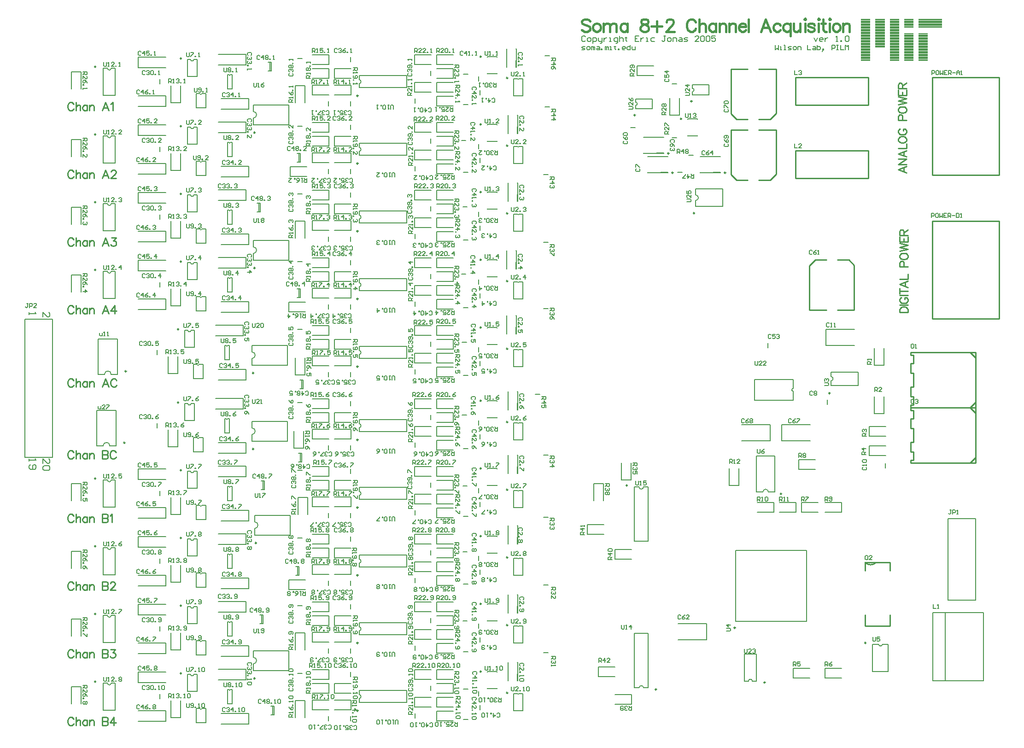
<source format=gto>
%FSLAX23Y23*%
%MOIN*%
G70*
G01*
G75*
G04 Layer_Color=65535*
%ADD10C,0.008*%
%ADD11R,0.039X0.043*%
%ADD12R,0.063X0.071*%
%ADD13R,0.043X0.039*%
%ADD14R,0.048X0.017*%
%ADD15R,0.014X0.059*%
%ADD16R,0.091X0.059*%
%ADD17R,0.079X0.087*%
%ADD18R,0.024X0.087*%
%ADD19R,0.085X0.016*%
%ADD20R,0.016X0.061*%
%ADD21R,0.016X0.085*%
%ADD22R,0.016X0.085*%
%ADD23R,0.073X0.024*%
%ADD24R,0.061X0.012*%
%ADD25R,0.012X0.061*%
%ADD26R,0.024X0.081*%
%ADD27R,0.057X0.012*%
%ADD28R,0.081X0.024*%
%ADD29R,0.124X0.136*%
%ADD30R,0.031X0.142*%
%ADD31R,0.079X0.047*%
%ADD32R,0.087X0.024*%
%ADD33R,0.087X0.024*%
%ADD34R,0.061X0.016*%
%ADD35O,0.048X0.017*%
%ADD36R,0.015X0.060*%
%ADD37R,0.101X0.062*%
%ADD38R,0.256X0.036*%
%ADD39R,0.078X0.062*%
%ADD40R,0.063X0.012*%
%ADD41R,0.063X0.012*%
%ADD42R,0.057X0.022*%
%ADD43R,0.024X0.067*%
%ADD44R,0.047X0.079*%
%ADD45O,0.041X0.015*%
%ADD46R,0.041X0.015*%
%ADD47C,0.012*%
%ADD48C,0.016*%
%ADD49C,0.010*%
%ADD50C,0.025*%
%ADD51C,0.050*%
%ADD52C,0.059*%
%ADD53C,0.050*%
%ADD54C,0.180*%
%ADD55C,0.087*%
%ADD56C,0.157*%
%ADD57R,0.059X0.059*%
%ADD58C,0.060*%
%ADD59C,0.020*%
%ADD60C,0.025*%
%ADD61C,0.040*%
%ADD62C,0.008*%
%ADD63C,0.010*%
%ADD64C,0.007*%
%ADD65C,0.004*%
D10*
X3337Y3183D02*
G03*
X3350Y3183I6J0D01*
G01*
X3337Y3673D02*
G03*
X3350Y3673I6J0D01*
G01*
X3337Y4163D02*
G03*
X3350Y4163I6J0D01*
G01*
X3337Y4653D02*
G03*
X3350Y4653I6J0D01*
G01*
X3317Y5143D02*
G03*
X3330Y5143I6J0D01*
G01*
X3317Y5673D02*
G03*
X3330Y5673I6J0D01*
G01*
X3337Y6163D02*
G03*
X3350Y6163I6J0D01*
G01*
X3337Y6653D02*
G03*
X3350Y6653I6J0D01*
G01*
X3337Y7143D02*
G03*
X3350Y7143I6J0D01*
G01*
X3337Y7633D02*
G03*
X3350Y7633I6J0D01*
G01*
X8730Y3384D02*
Y3876D01*
X8640Y3384D02*
X9007D01*
X8640Y3876D02*
X9007D01*
Y3384D02*
Y3876D01*
X8640Y3384D02*
Y3876D01*
X3309Y3080D02*
Y3183D01*
Y3080D02*
X3378D01*
Y3183D01*
X3350D02*
X3378D01*
X3309D02*
X3337D01*
X3309Y3673D02*
X3337D01*
X3350D02*
X3378D01*
Y3570D02*
Y3673D01*
X3309Y3570D02*
X3378D01*
X3309D02*
Y3673D01*
Y4060D02*
Y4163D01*
Y4060D02*
X3378D01*
Y4163D01*
X3350D02*
X3378D01*
X3309D02*
X3337D01*
X3309Y4653D02*
X3337D01*
X3350D02*
X3378D01*
Y4550D02*
Y4653D01*
X3309Y4550D02*
X3378D01*
X3309D02*
Y4653D01*
X3289Y5040D02*
Y5143D01*
Y5040D02*
X3358D01*
Y5143D01*
X3330D02*
X3358D01*
X3289D02*
X3317D01*
X3289Y5673D02*
X3317D01*
X3330D02*
X3358D01*
Y5570D02*
Y5673D01*
X3289Y5570D02*
X3358D01*
X3289D02*
Y5673D01*
X3309Y6060D02*
Y6163D01*
Y6060D02*
X3378D01*
Y6163D01*
X3350D02*
X3378D01*
X3309D02*
X3337D01*
X3309Y6653D02*
X3337D01*
X3350D02*
X3378D01*
Y6550D02*
Y6653D01*
X3309Y6550D02*
X3378D01*
X3309D02*
Y6653D01*
Y7040D02*
Y7143D01*
Y7040D02*
X3378D01*
Y7143D01*
X3350D02*
X3378D01*
X3309D02*
X3337D01*
X3309Y7633D02*
X3337D01*
X3350D02*
X3378D01*
Y7530D02*
Y7633D01*
X3309Y7530D02*
X3378D01*
X3309D02*
Y7633D01*
X2200Y4957D02*
Y4990D01*
X2233Y4957D01*
X2242D01*
X2250Y4965D01*
Y4982D01*
X2242Y4990D01*
Y4940D02*
X2250Y4932D01*
Y4915D01*
X2242Y4907D01*
X2208D01*
X2200Y4915D01*
Y4932D01*
X2208Y4940D01*
X2242D01*
X2100Y4990D02*
Y4973D01*
Y4982D01*
X2150D01*
X2142Y4990D01*
X2108Y4948D02*
X2100Y4940D01*
Y4923D01*
X2108Y4915D01*
X2142D01*
X2150Y4923D01*
Y4940D01*
X2142Y4948D01*
X2133D01*
X2125Y4940D01*
Y4915D01*
X2100Y6050D02*
Y6033D01*
Y6042D01*
X2150D01*
X2142Y6050D01*
X2200Y6017D02*
Y6050D01*
X2233Y6017D01*
X2242D01*
X2250Y6025D01*
Y6042D01*
X2242Y6050D01*
D48*
X6160Y8159D02*
X6151Y8168D01*
X6139Y8172D01*
X6121D01*
X6109Y8168D01*
X6100Y8159D01*
Y8151D01*
X6104Y8142D01*
X6109Y8138D01*
X6117Y8133D01*
X6143Y8125D01*
X6151Y8121D01*
X6156Y8116D01*
X6160Y8108D01*
Y8095D01*
X6151Y8086D01*
X6139Y8082D01*
X6121D01*
X6109Y8086D01*
X6100Y8095D01*
X6202Y8142D02*
X6193Y8138D01*
X6184Y8129D01*
X6180Y8116D01*
Y8108D01*
X6184Y8095D01*
X6193Y8086D01*
X6202Y8082D01*
X6214D01*
X6223Y8086D01*
X6232Y8095D01*
X6236Y8108D01*
Y8116D01*
X6232Y8129D01*
X6223Y8138D01*
X6214Y8142D01*
X6202D01*
X6256D02*
Y8082D01*
Y8125D02*
X6268Y8138D01*
X6277Y8142D01*
X6290D01*
X6298Y8138D01*
X6303Y8125D01*
Y8082D01*
Y8125D02*
X6316Y8138D01*
X6324Y8142D01*
X6337D01*
X6346Y8138D01*
X6350Y8125D01*
Y8082D01*
X6430Y8142D02*
Y8082D01*
Y8129D02*
X6421Y8138D01*
X6412Y8142D01*
X6400D01*
X6391Y8138D01*
X6382Y8129D01*
X6378Y8116D01*
Y8108D01*
X6382Y8095D01*
X6391Y8086D01*
X6400Y8082D01*
X6412D01*
X6421Y8086D01*
X6430Y8095D01*
X6546Y8172D02*
X6533Y8168D01*
X6528Y8159D01*
Y8151D01*
X6533Y8142D01*
X6541Y8138D01*
X6558Y8133D01*
X6571Y8129D01*
X6580Y8121D01*
X6584Y8112D01*
Y8099D01*
X6580Y8091D01*
X6576Y8086D01*
X6563Y8082D01*
X6546D01*
X6533Y8086D01*
X6528Y8091D01*
X6524Y8099D01*
Y8112D01*
X6528Y8121D01*
X6537Y8129D01*
X6550Y8133D01*
X6567Y8138D01*
X6576Y8142D01*
X6580Y8151D01*
Y8159D01*
X6576Y8168D01*
X6563Y8172D01*
X6546D01*
X6643Y8159D02*
Y8082D01*
X6604Y8121D02*
X6681D01*
X6712Y8151D02*
Y8155D01*
X6717Y8163D01*
X6721Y8168D01*
X6729Y8172D01*
X6747D01*
X6755Y8168D01*
X6759Y8163D01*
X6764Y8155D01*
Y8146D01*
X6759Y8138D01*
X6751Y8125D01*
X6708Y8082D01*
X6768D01*
X6923Y8151D02*
X6919Y8159D01*
X6910Y8168D01*
X6902Y8172D01*
X6885D01*
X6876Y8168D01*
X6867Y8159D01*
X6863Y8151D01*
X6859Y8138D01*
Y8116D01*
X6863Y8103D01*
X6867Y8095D01*
X6876Y8086D01*
X6885Y8082D01*
X6902D01*
X6910Y8086D01*
X6919Y8095D01*
X6923Y8103D01*
X6948Y8172D02*
Y8082D01*
Y8125D02*
X6961Y8138D01*
X6970Y8142D01*
X6983D01*
X6991Y8138D01*
X6996Y8125D01*
Y8082D01*
X7071Y8142D02*
Y8082D01*
Y8129D02*
X7062Y8138D01*
X7053Y8142D01*
X7041D01*
X7032Y8138D01*
X7023Y8129D01*
X7019Y8116D01*
Y8108D01*
X7023Y8095D01*
X7032Y8086D01*
X7041Y8082D01*
X7053D01*
X7062Y8086D01*
X7071Y8095D01*
X7095Y8142D02*
Y8082D01*
Y8125D02*
X7107Y8138D01*
X7116Y8142D01*
X7129D01*
X7137Y8138D01*
X7142Y8125D01*
Y8082D01*
X7165Y8142D02*
Y8082D01*
Y8125D02*
X7178Y8138D01*
X7187Y8142D01*
X7199D01*
X7208Y8138D01*
X7212Y8125D01*
Y8082D01*
X7236Y8116D02*
X7287D01*
Y8125D01*
X7283Y8133D01*
X7279Y8138D01*
X7270Y8142D01*
X7257D01*
X7249Y8138D01*
X7240Y8129D01*
X7236Y8116D01*
Y8108D01*
X7240Y8095D01*
X7249Y8086D01*
X7257Y8082D01*
X7270D01*
X7279Y8086D01*
X7287Y8095D01*
X7307Y8172D02*
Y8082D01*
X7465D02*
X7430Y8172D01*
X7396Y8082D01*
X7409Y8112D02*
X7452D01*
X7537Y8129D02*
X7529Y8138D01*
X7520Y8142D01*
X7507D01*
X7499Y8138D01*
X7490Y8129D01*
X7486Y8116D01*
Y8108D01*
X7490Y8095D01*
X7499Y8086D01*
X7507Y8082D01*
X7520D01*
X7529Y8086D01*
X7537Y8095D01*
X7608Y8142D02*
Y8052D01*
Y8129D02*
X7599Y8138D01*
X7591Y8142D01*
X7578D01*
X7569Y8138D01*
X7561Y8129D01*
X7556Y8116D01*
Y8108D01*
X7561Y8095D01*
X7569Y8086D01*
X7578Y8082D01*
X7591D01*
X7599Y8086D01*
X7608Y8095D01*
X7632Y8142D02*
Y8099D01*
X7636Y8086D01*
X7645Y8082D01*
X7658D01*
X7666Y8086D01*
X7679Y8099D01*
Y8142D02*
Y8082D01*
X7711Y8172D02*
X7715Y8168D01*
X7720Y8172D01*
X7715Y8176D01*
X7711Y8172D01*
X7715Y8142D02*
Y8082D01*
X7783Y8129D02*
X7778Y8138D01*
X7766Y8142D01*
X7753D01*
X7740Y8138D01*
X7736Y8129D01*
X7740Y8121D01*
X7748Y8116D01*
X7770Y8112D01*
X7778Y8108D01*
X7783Y8099D01*
Y8095D01*
X7778Y8086D01*
X7766Y8082D01*
X7753D01*
X7740Y8086D01*
X7736Y8095D01*
X7810Y8172D02*
X7814Y8168D01*
X7819Y8172D01*
X7814Y8176D01*
X7810Y8172D01*
X7814Y8142D02*
Y8082D01*
X7847Y8172D02*
Y8099D01*
X7852Y8086D01*
X7860Y8082D01*
X7869D01*
X7834Y8142D02*
X7864D01*
X7890Y8172D02*
X7894Y8168D01*
X7899Y8172D01*
X7894Y8176D01*
X7890Y8172D01*
X7894Y8142D02*
Y8082D01*
X7936Y8142D02*
X7927Y8138D01*
X7919Y8129D01*
X7915Y8116D01*
Y8108D01*
X7919Y8095D01*
X7927Y8086D01*
X7936Y8082D01*
X7949D01*
X7957Y8086D01*
X7966Y8095D01*
X7970Y8108D01*
Y8116D01*
X7966Y8129D01*
X7957Y8138D01*
X7949Y8142D01*
X7936D01*
X7990D02*
Y8082D01*
Y8125D02*
X8003Y8138D01*
X8011Y8142D01*
X8024D01*
X8033Y8138D01*
X8037Y8125D01*
Y8082D01*
D49*
X8150Y4240D02*
G03*
X8230Y4240I40J40D01*
G01*
X8150Y4180D02*
Y4240D01*
X8330D01*
Y4180D02*
Y4240D01*
Y3780D02*
Y3860D01*
X8150Y3780D02*
X8330D01*
X8150D02*
Y3860D01*
X8635Y7043D02*
X9119D01*
Y7752D01*
X8635D02*
X9119D01*
X8635Y7043D02*
Y7752D01*
X8580Y4960D02*
X8920D01*
X8580Y5360D02*
X8920D01*
X8480Y4960D02*
Y4980D01*
X8500D01*
Y5040D01*
X8480D02*
X8500D01*
X8480D02*
Y5110D01*
X8500D01*
Y5210D01*
X8480D02*
X8500D01*
X8480D02*
Y5280D01*
X8500D01*
Y5340D01*
X8480D02*
X8500D01*
X8480D02*
Y5360D01*
X8580D01*
X8480Y4960D02*
X8590D01*
X8880D02*
X8950D01*
Y5360D01*
X8920D02*
X8950D01*
X8910Y4960D02*
X8950Y5000D01*
X8910Y5360D02*
X8950Y5320D01*
X8173Y7650D02*
Y7750D01*
X7647D02*
X8173D01*
X7647Y7550D02*
Y7750D01*
Y7550D02*
X8173D01*
Y7650D01*
X7379Y7811D02*
X7505D01*
Y7492D02*
Y7811D01*
X7462Y7449D02*
X7505Y7492D01*
X7379Y7449D02*
X7462D01*
X7218D02*
X7301D01*
X7179Y7488D02*
X7218Y7449D01*
X7179Y7488D02*
Y7811D01*
X7301D01*
X7379Y7371D02*
X7505D01*
Y7052D02*
Y7371D01*
X7462Y7009D02*
X7505Y7052D01*
X7379Y7009D02*
X7462D01*
X7218D02*
X7301D01*
X7179Y7048D02*
X7218Y7009D01*
X7179Y7048D02*
Y7371D01*
X7301D01*
X8173Y7120D02*
Y7220D01*
X7647D02*
X8173D01*
X7647Y7020D02*
Y7220D01*
Y7020D02*
X8173D01*
Y7120D01*
X7745Y6069D02*
X7871D01*
X7745D02*
Y6388D01*
X7788Y6431D01*
X7871D01*
X7949D02*
X8032D01*
X8032D02*
X8071Y6392D01*
Y6069D02*
Y6392D01*
X7949Y6069D02*
X8071D01*
X8910Y5760D02*
X8950Y5720D01*
X8910Y5360D02*
X8950Y5400D01*
X8920Y5760D02*
X8950D01*
Y5360D02*
Y5760D01*
X8880Y5360D02*
X8950D01*
X8480D02*
X8590D01*
X8480Y5760D02*
X8580D01*
X8480Y5740D02*
Y5760D01*
Y5740D02*
X8500D01*
Y5680D02*
Y5740D01*
X8480Y5680D02*
X8500D01*
X8480Y5610D02*
Y5680D01*
Y5610D02*
X8500D01*
Y5510D02*
Y5610D01*
X8480Y5510D02*
X8500D01*
X8480Y5440D02*
Y5510D01*
Y5440D02*
X8500D01*
Y5380D02*
Y5440D01*
X8480Y5380D02*
X8500D01*
X8480Y5360D02*
Y5380D01*
X8580Y5760D02*
X8920D01*
X8580Y5360D02*
X8920D01*
X8635Y6003D02*
X9119D01*
Y6712D01*
X8635D02*
X9119D01*
X8635Y6003D02*
Y6712D01*
X8400Y6050D02*
X8460D01*
X8400D02*
Y6070D01*
X8403Y6079D01*
X8409Y6084D01*
X8414Y6087D01*
X8423Y6090D01*
X8437D01*
X8446Y6087D01*
X8451Y6084D01*
X8457Y6079D01*
X8460Y6070D01*
Y6050D01*
X8400Y6103D02*
X8460D01*
X8414Y6159D02*
X8409Y6156D01*
X8403Y6150D01*
X8400Y6145D01*
Y6133D01*
X8403Y6127D01*
X8409Y6122D01*
X8414Y6119D01*
X8423Y6116D01*
X8437D01*
X8446Y6119D01*
X8451Y6122D01*
X8457Y6127D01*
X8460Y6133D01*
Y6145D01*
X8457Y6150D01*
X8451Y6156D01*
X8446Y6159D01*
X8437D01*
Y6145D02*
Y6159D01*
X8400Y6173D02*
X8460D01*
X8400Y6205D02*
X8460D01*
X8400Y6185D02*
Y6225D01*
X8460Y6278D02*
X8400Y6255D01*
X8460Y6232D01*
X8440Y6241D02*
Y6269D01*
X8400Y6292D02*
X8460D01*
Y6326D01*
X8431Y6380D02*
Y6406D01*
X8429Y6414D01*
X8426Y6417D01*
X8420Y6420D01*
X8411D01*
X8406Y6417D01*
X8403Y6414D01*
X8400Y6406D01*
Y6380D01*
X8460D01*
X8400Y6450D02*
X8403Y6445D01*
X8409Y6439D01*
X8414Y6436D01*
X8423Y6433D01*
X8437D01*
X8446Y6436D01*
X8451Y6439D01*
X8457Y6445D01*
X8460Y6450D01*
Y6462D01*
X8457Y6468D01*
X8451Y6473D01*
X8446Y6476D01*
X8437Y6479D01*
X8423D01*
X8414Y6476D01*
X8409Y6473D01*
X8403Y6468D01*
X8400Y6462D01*
Y6450D01*
Y6493D02*
X8460Y6507D01*
X8400Y6522D02*
X8460Y6507D01*
X8400Y6522D02*
X8460Y6536D01*
X8400Y6550D02*
X8460Y6536D01*
X8400Y6599D02*
Y6562D01*
X8460D01*
Y6599D01*
X8429Y6562D02*
Y6585D01*
X8400Y6609D02*
X8460D01*
X8400D02*
Y6635D01*
X8403Y6644D01*
X8406Y6646D01*
X8411Y6649D01*
X8417D01*
X8423Y6646D01*
X8426Y6644D01*
X8429Y6635D01*
Y6609D01*
Y6629D02*
X8460Y6649D01*
X8450Y7106D02*
X8390Y7083D01*
X8450Y7060D01*
X8430Y7069D02*
Y7097D01*
X8390Y7120D02*
X8450D01*
X8390D02*
X8450Y7160D01*
X8390D02*
X8450D01*
Y7222D02*
X8390Y7199D01*
X8450Y7176D01*
X8430Y7185D02*
Y7213D01*
X8390Y7236D02*
X8450D01*
Y7270D01*
X8390Y7294D02*
X8393Y7288D01*
X8399Y7283D01*
X8404Y7280D01*
X8413Y7277D01*
X8427D01*
X8436Y7280D01*
X8441Y7283D01*
X8447Y7288D01*
X8450Y7294D01*
Y7305D01*
X8447Y7311D01*
X8441Y7317D01*
X8436Y7320D01*
X8427Y7323D01*
X8413D01*
X8404Y7320D01*
X8399Y7317D01*
X8393Y7311D01*
X8390Y7305D01*
Y7294D01*
X8404Y7379D02*
X8399Y7377D01*
X8393Y7371D01*
X8390Y7365D01*
Y7354D01*
X8393Y7348D01*
X8399Y7342D01*
X8404Y7339D01*
X8413Y7337D01*
X8427D01*
X8436Y7339D01*
X8441Y7342D01*
X8447Y7348D01*
X8450Y7354D01*
Y7365D01*
X8447Y7371D01*
X8441Y7377D01*
X8436Y7379D01*
X8427D01*
Y7365D02*
Y7379D01*
X8421Y7440D02*
Y7466D01*
X8419Y7474D01*
X8416Y7477D01*
X8410Y7480D01*
X8401D01*
X8396Y7477D01*
X8393Y7474D01*
X8390Y7466D01*
Y7440D01*
X8450D01*
X8390Y7511D02*
X8393Y7505D01*
X8399Y7499D01*
X8404Y7496D01*
X8413Y7494D01*
X8427D01*
X8436Y7496D01*
X8441Y7499D01*
X8447Y7505D01*
X8450Y7511D01*
Y7522D01*
X8447Y7528D01*
X8441Y7534D01*
X8436Y7536D01*
X8427Y7539D01*
X8413D01*
X8404Y7536D01*
X8399Y7534D01*
X8393Y7528D01*
X8390Y7522D01*
Y7511D01*
Y7553D02*
X8450Y7568D01*
X8390Y7582D02*
X8450Y7568D01*
X8390Y7582D02*
X8450Y7596D01*
X8390Y7610D02*
X8450Y7596D01*
X8390Y7660D02*
Y7622D01*
X8450D01*
Y7660D01*
X8419Y7622D02*
Y7645D01*
X8390Y7670D02*
X8450D01*
X8390D02*
Y7695D01*
X8393Y7704D01*
X8396Y7707D01*
X8401Y7710D01*
X8407D01*
X8413Y7707D01*
X8416Y7704D01*
X8419Y7695D01*
Y7670D01*
Y7690D02*
X8450Y7710D01*
X2423Y3106D02*
X2420Y3111D01*
X2414Y3117D01*
X2409Y3120D01*
X2397D01*
X2391Y3117D01*
X2386Y3111D01*
X2383Y3106D01*
X2380Y3097D01*
Y3083D01*
X2383Y3074D01*
X2386Y3069D01*
X2391Y3063D01*
X2397Y3060D01*
X2409D01*
X2414Y3063D01*
X2420Y3069D01*
X2423Y3074D01*
X2440Y3120D02*
Y3060D01*
Y3089D02*
X2448Y3097D01*
X2454Y3100D01*
X2463D01*
X2468Y3097D01*
X2471Y3089D01*
Y3060D01*
X2521Y3100D02*
Y3060D01*
Y3091D02*
X2515Y3097D01*
X2510Y3100D01*
X2501D01*
X2495Y3097D01*
X2490Y3091D01*
X2487Y3083D01*
Y3077D01*
X2490Y3069D01*
X2495Y3063D01*
X2501Y3060D01*
X2510D01*
X2515Y3063D01*
X2521Y3069D01*
X2537Y3100D02*
Y3060D01*
Y3089D02*
X2546Y3097D01*
X2551Y3100D01*
X2560D01*
X2566Y3097D01*
X2569Y3089D01*
Y3060D01*
X2631Y3120D02*
Y3060D01*
Y3120D02*
X2657D01*
X2666Y3117D01*
X2669Y3114D01*
X2671Y3109D01*
Y3103D01*
X2669Y3097D01*
X2666Y3094D01*
X2657Y3091D01*
X2631D02*
X2657D01*
X2666Y3089D01*
X2669Y3086D01*
X2671Y3080D01*
Y3071D01*
X2669Y3066D01*
X2666Y3063D01*
X2657Y3060D01*
X2631D01*
X2713Y3120D02*
X2685Y3080D01*
X2728D01*
X2713Y3120D02*
Y3060D01*
X2423Y3596D02*
X2420Y3601D01*
X2414Y3607D01*
X2409Y3610D01*
X2397D01*
X2391Y3607D01*
X2386Y3601D01*
X2383Y3596D01*
X2380Y3587D01*
Y3573D01*
X2383Y3564D01*
X2386Y3559D01*
X2391Y3553D01*
X2397Y3550D01*
X2409D01*
X2414Y3553D01*
X2420Y3559D01*
X2423Y3564D01*
X2440Y3610D02*
Y3550D01*
Y3579D02*
X2448Y3587D01*
X2454Y3590D01*
X2463D01*
X2468Y3587D01*
X2471Y3579D01*
Y3550D01*
X2521Y3590D02*
Y3550D01*
Y3581D02*
X2515Y3587D01*
X2510Y3590D01*
X2501D01*
X2495Y3587D01*
X2490Y3581D01*
X2487Y3573D01*
Y3567D01*
X2490Y3559D01*
X2495Y3553D01*
X2501Y3550D01*
X2510D01*
X2515Y3553D01*
X2521Y3559D01*
X2537Y3590D02*
Y3550D01*
Y3579D02*
X2546Y3587D01*
X2551Y3590D01*
X2560D01*
X2566Y3587D01*
X2569Y3579D01*
Y3550D01*
X2631Y3610D02*
Y3550D01*
Y3610D02*
X2657D01*
X2666Y3607D01*
X2669Y3604D01*
X2671Y3599D01*
Y3593D01*
X2669Y3587D01*
X2666Y3584D01*
X2657Y3581D01*
X2631D02*
X2657D01*
X2666Y3579D01*
X2669Y3576D01*
X2671Y3570D01*
Y3561D01*
X2669Y3556D01*
X2666Y3553D01*
X2657Y3550D01*
X2631D01*
X2691Y3610D02*
X2722D01*
X2705Y3587D01*
X2713D01*
X2719Y3584D01*
X2722Y3581D01*
X2725Y3573D01*
Y3567D01*
X2722Y3559D01*
X2716Y3553D01*
X2708Y3550D01*
X2699D01*
X2691Y3553D01*
X2688Y3556D01*
X2685Y3561D01*
X2423Y4086D02*
X2420Y4091D01*
X2414Y4097D01*
X2409Y4100D01*
X2397D01*
X2391Y4097D01*
X2386Y4091D01*
X2383Y4086D01*
X2380Y4077D01*
Y4063D01*
X2383Y4054D01*
X2386Y4049D01*
X2391Y4043D01*
X2397Y4040D01*
X2409D01*
X2414Y4043D01*
X2420Y4049D01*
X2423Y4054D01*
X2440Y4100D02*
Y4040D01*
Y4069D02*
X2448Y4077D01*
X2454Y4080D01*
X2463D01*
X2468Y4077D01*
X2471Y4069D01*
Y4040D01*
X2521Y4080D02*
Y4040D01*
Y4071D02*
X2515Y4077D01*
X2510Y4080D01*
X2501D01*
X2495Y4077D01*
X2490Y4071D01*
X2487Y4063D01*
Y4057D01*
X2490Y4049D01*
X2495Y4043D01*
X2501Y4040D01*
X2510D01*
X2515Y4043D01*
X2521Y4049D01*
X2537Y4080D02*
Y4040D01*
Y4069D02*
X2546Y4077D01*
X2551Y4080D01*
X2560D01*
X2566Y4077D01*
X2569Y4069D01*
Y4040D01*
X2631Y4100D02*
Y4040D01*
Y4100D02*
X2657D01*
X2666Y4097D01*
X2669Y4094D01*
X2671Y4089D01*
Y4083D01*
X2669Y4077D01*
X2666Y4074D01*
X2657Y4071D01*
X2631D02*
X2657D01*
X2666Y4069D01*
X2669Y4066D01*
X2671Y4060D01*
Y4051D01*
X2669Y4046D01*
X2666Y4043D01*
X2657Y4040D01*
X2631D01*
X2688Y4086D02*
Y4089D01*
X2691Y4094D01*
X2693Y4097D01*
X2699Y4100D01*
X2711D01*
X2716Y4097D01*
X2719Y4094D01*
X2722Y4089D01*
Y4083D01*
X2719Y4077D01*
X2713Y4069D01*
X2685Y4040D01*
X2725D01*
X2423Y4576D02*
X2420Y4581D01*
X2414Y4587D01*
X2409Y4590D01*
X2397D01*
X2391Y4587D01*
X2386Y4581D01*
X2383Y4576D01*
X2380Y4567D01*
Y4553D01*
X2383Y4544D01*
X2386Y4539D01*
X2391Y4533D01*
X2397Y4530D01*
X2409D01*
X2414Y4533D01*
X2420Y4539D01*
X2423Y4544D01*
X2440Y4590D02*
Y4530D01*
Y4559D02*
X2448Y4567D01*
X2454Y4570D01*
X2463D01*
X2468Y4567D01*
X2471Y4559D01*
Y4530D01*
X2521Y4570D02*
Y4530D01*
Y4561D02*
X2515Y4567D01*
X2510Y4570D01*
X2501D01*
X2495Y4567D01*
X2490Y4561D01*
X2487Y4553D01*
Y4547D01*
X2490Y4539D01*
X2495Y4533D01*
X2501Y4530D01*
X2510D01*
X2515Y4533D01*
X2521Y4539D01*
X2537Y4570D02*
Y4530D01*
Y4559D02*
X2546Y4567D01*
X2551Y4570D01*
X2560D01*
X2566Y4567D01*
X2569Y4559D01*
Y4530D01*
X2631Y4590D02*
Y4530D01*
Y4590D02*
X2657D01*
X2666Y4587D01*
X2669Y4584D01*
X2671Y4579D01*
Y4573D01*
X2669Y4567D01*
X2666Y4564D01*
X2657Y4561D01*
X2631D02*
X2657D01*
X2666Y4559D01*
X2669Y4556D01*
X2671Y4550D01*
Y4541D01*
X2669Y4536D01*
X2666Y4533D01*
X2657Y4530D01*
X2631D01*
X2685Y4579D02*
X2691Y4581D01*
X2699Y4590D01*
Y4530D01*
X2423Y5036D02*
X2420Y5041D01*
X2414Y5047D01*
X2409Y5050D01*
X2397D01*
X2391Y5047D01*
X2386Y5041D01*
X2383Y5036D01*
X2380Y5027D01*
Y5013D01*
X2383Y5004D01*
X2386Y4999D01*
X2391Y4993D01*
X2397Y4990D01*
X2409D01*
X2414Y4993D01*
X2420Y4999D01*
X2423Y5004D01*
X2440Y5050D02*
Y4990D01*
Y5019D02*
X2448Y5027D01*
X2454Y5030D01*
X2463D01*
X2468Y5027D01*
X2471Y5019D01*
Y4990D01*
X2521Y5030D02*
Y4990D01*
Y5021D02*
X2515Y5027D01*
X2510Y5030D01*
X2501D01*
X2495Y5027D01*
X2490Y5021D01*
X2487Y5013D01*
Y5007D01*
X2490Y4999D01*
X2495Y4993D01*
X2501Y4990D01*
X2510D01*
X2515Y4993D01*
X2521Y4999D01*
X2537Y5030D02*
Y4990D01*
Y5019D02*
X2546Y5027D01*
X2551Y5030D01*
X2560D01*
X2566Y5027D01*
X2569Y5019D01*
Y4990D01*
X2631Y5050D02*
Y4990D01*
Y5050D02*
X2657D01*
X2666Y5047D01*
X2669Y5044D01*
X2671Y5039D01*
Y5033D01*
X2669Y5027D01*
X2666Y5024D01*
X2657Y5021D01*
X2631D02*
X2657D01*
X2666Y5019D01*
X2669Y5016D01*
X2671Y5010D01*
Y5001D01*
X2669Y4996D01*
X2666Y4993D01*
X2657Y4990D01*
X2631D01*
X2728Y5036D02*
X2725Y5041D01*
X2719Y5047D01*
X2713Y5050D01*
X2702D01*
X2696Y5047D01*
X2691Y5041D01*
X2688Y5036D01*
X2685Y5027D01*
Y5013D01*
X2688Y5004D01*
X2691Y4999D01*
X2696Y4993D01*
X2702Y4990D01*
X2713D01*
X2719Y4993D01*
X2725Y4999D01*
X2728Y5004D01*
X2423Y5556D02*
X2420Y5561D01*
X2414Y5567D01*
X2409Y5570D01*
X2397D01*
X2391Y5567D01*
X2386Y5561D01*
X2383Y5556D01*
X2380Y5547D01*
Y5533D01*
X2383Y5524D01*
X2386Y5519D01*
X2391Y5513D01*
X2397Y5510D01*
X2409D01*
X2414Y5513D01*
X2420Y5519D01*
X2423Y5524D01*
X2440Y5570D02*
Y5510D01*
Y5539D02*
X2448Y5547D01*
X2454Y5550D01*
X2463D01*
X2468Y5547D01*
X2471Y5539D01*
Y5510D01*
X2521Y5550D02*
Y5510D01*
Y5541D02*
X2515Y5547D01*
X2510Y5550D01*
X2501D01*
X2495Y5547D01*
X2490Y5541D01*
X2487Y5533D01*
Y5527D01*
X2490Y5519D01*
X2495Y5513D01*
X2501Y5510D01*
X2510D01*
X2515Y5513D01*
X2521Y5519D01*
X2537Y5550D02*
Y5510D01*
Y5539D02*
X2546Y5547D01*
X2551Y5550D01*
X2560D01*
X2566Y5547D01*
X2569Y5539D01*
Y5510D01*
X2677D02*
X2654Y5570D01*
X2631Y5510D01*
X2640Y5530D02*
X2669D01*
X2734Y5556D02*
X2731Y5561D01*
X2725Y5567D01*
X2720Y5570D01*
X2708D01*
X2703Y5567D01*
X2697Y5561D01*
X2694Y5556D01*
X2691Y5547D01*
Y5533D01*
X2694Y5524D01*
X2697Y5519D01*
X2703Y5513D01*
X2708Y5510D01*
X2720D01*
X2725Y5513D01*
X2731Y5519D01*
X2734Y5524D01*
X2423Y6086D02*
X2420Y6091D01*
X2414Y6097D01*
X2409Y6100D01*
X2397D01*
X2391Y6097D01*
X2386Y6091D01*
X2383Y6086D01*
X2380Y6077D01*
Y6063D01*
X2383Y6054D01*
X2386Y6049D01*
X2391Y6043D01*
X2397Y6040D01*
X2409D01*
X2414Y6043D01*
X2420Y6049D01*
X2423Y6054D01*
X2440Y6100D02*
Y6040D01*
Y6069D02*
X2448Y6077D01*
X2454Y6080D01*
X2463D01*
X2468Y6077D01*
X2471Y6069D01*
Y6040D01*
X2521Y6080D02*
Y6040D01*
Y6071D02*
X2515Y6077D01*
X2510Y6080D01*
X2501D01*
X2495Y6077D01*
X2490Y6071D01*
X2487Y6063D01*
Y6057D01*
X2490Y6049D01*
X2495Y6043D01*
X2501Y6040D01*
X2510D01*
X2515Y6043D01*
X2521Y6049D01*
X2537Y6080D02*
Y6040D01*
Y6069D02*
X2546Y6077D01*
X2551Y6080D01*
X2560D01*
X2566Y6077D01*
X2569Y6069D01*
Y6040D01*
X2677D02*
X2654Y6100D01*
X2631Y6040D01*
X2640Y6060D02*
X2669D01*
X2720Y6100D02*
X2691Y6060D01*
X2734D01*
X2720Y6100D02*
Y6040D01*
X2423Y6576D02*
X2420Y6581D01*
X2414Y6587D01*
X2409Y6590D01*
X2397D01*
X2391Y6587D01*
X2386Y6581D01*
X2383Y6576D01*
X2380Y6567D01*
Y6553D01*
X2383Y6544D01*
X2386Y6539D01*
X2391Y6533D01*
X2397Y6530D01*
X2409D01*
X2414Y6533D01*
X2420Y6539D01*
X2423Y6544D01*
X2440Y6590D02*
Y6530D01*
Y6559D02*
X2448Y6567D01*
X2454Y6570D01*
X2463D01*
X2468Y6567D01*
X2471Y6559D01*
Y6530D01*
X2521Y6570D02*
Y6530D01*
Y6561D02*
X2515Y6567D01*
X2510Y6570D01*
X2501D01*
X2495Y6567D01*
X2490Y6561D01*
X2487Y6553D01*
Y6547D01*
X2490Y6539D01*
X2495Y6533D01*
X2501Y6530D01*
X2510D01*
X2515Y6533D01*
X2521Y6539D01*
X2537Y6570D02*
Y6530D01*
Y6559D02*
X2546Y6567D01*
X2551Y6570D01*
X2560D01*
X2566Y6567D01*
X2569Y6559D01*
Y6530D01*
X2677D02*
X2654Y6590D01*
X2631Y6530D01*
X2640Y6550D02*
X2669D01*
X2697Y6590D02*
X2728D01*
X2711Y6567D01*
X2720D01*
X2725Y6564D01*
X2728Y6561D01*
X2731Y6553D01*
Y6547D01*
X2728Y6539D01*
X2722Y6533D01*
X2714Y6530D01*
X2705D01*
X2697Y6533D01*
X2694Y6536D01*
X2691Y6541D01*
X2423Y7066D02*
X2420Y7071D01*
X2414Y7077D01*
X2409Y7080D01*
X2397D01*
X2391Y7077D01*
X2386Y7071D01*
X2383Y7066D01*
X2380Y7057D01*
Y7043D01*
X2383Y7034D01*
X2386Y7029D01*
X2391Y7023D01*
X2397Y7020D01*
X2409D01*
X2414Y7023D01*
X2420Y7029D01*
X2423Y7034D01*
X2440Y7080D02*
Y7020D01*
Y7049D02*
X2448Y7057D01*
X2454Y7060D01*
X2463D01*
X2468Y7057D01*
X2471Y7049D01*
Y7020D01*
X2521Y7060D02*
Y7020D01*
Y7051D02*
X2515Y7057D01*
X2510Y7060D01*
X2501D01*
X2495Y7057D01*
X2490Y7051D01*
X2487Y7043D01*
Y7037D01*
X2490Y7029D01*
X2495Y7023D01*
X2501Y7020D01*
X2510D01*
X2515Y7023D01*
X2521Y7029D01*
X2537Y7060D02*
Y7020D01*
Y7049D02*
X2546Y7057D01*
X2551Y7060D01*
X2560D01*
X2566Y7057D01*
X2569Y7049D01*
Y7020D01*
X2677D02*
X2654Y7080D01*
X2631Y7020D01*
X2640Y7040D02*
X2669D01*
X2694Y7066D02*
Y7069D01*
X2697Y7074D01*
X2700Y7077D01*
X2705Y7080D01*
X2717D01*
X2722Y7077D01*
X2725Y7074D01*
X2728Y7069D01*
Y7063D01*
X2725Y7057D01*
X2720Y7049D01*
X2691Y7020D01*
X2731D01*
X2423Y7556D02*
X2420Y7561D01*
X2414Y7567D01*
X2409Y7570D01*
X2397D01*
X2391Y7567D01*
X2386Y7561D01*
X2383Y7556D01*
X2380Y7547D01*
Y7533D01*
X2383Y7524D01*
X2386Y7519D01*
X2391Y7513D01*
X2397Y7510D01*
X2409D01*
X2414Y7513D01*
X2420Y7519D01*
X2423Y7524D01*
X2440Y7570D02*
Y7510D01*
Y7539D02*
X2448Y7547D01*
X2454Y7550D01*
X2463D01*
X2468Y7547D01*
X2471Y7539D01*
Y7510D01*
X2521Y7550D02*
Y7510D01*
Y7541D02*
X2515Y7547D01*
X2510Y7550D01*
X2501D01*
X2495Y7547D01*
X2490Y7541D01*
X2487Y7533D01*
Y7527D01*
X2490Y7519D01*
X2495Y7513D01*
X2501Y7510D01*
X2510D01*
X2515Y7513D01*
X2521Y7519D01*
X2537Y7550D02*
Y7510D01*
Y7539D02*
X2546Y7547D01*
X2551Y7550D01*
X2560D01*
X2566Y7547D01*
X2569Y7539D01*
Y7510D01*
X2677D02*
X2654Y7570D01*
X2631Y7510D01*
X2640Y7530D02*
X2669D01*
X2691Y7559D02*
X2697Y7561D01*
X2705Y7570D01*
Y7510D01*
D62*
X6900Y7648D02*
G03*
X6900Y7672I0J12D01*
G01*
X4488Y6726D02*
G03*
X4488Y6754I0J14D01*
G01*
X2684Y5085D02*
G03*
X2636Y5085I-24J0D01*
G01*
X6489Y7548D02*
G03*
X6489Y7572I0J12D01*
G01*
X3722Y7456D02*
G03*
X3722Y7504I0J24D01*
G01*
X3712Y5166D02*
G03*
X3712Y5214I0J24D01*
G01*
X4488Y7706D02*
G03*
X4488Y7734I0J14D01*
G01*
X2694Y5602D02*
G03*
X2646Y5602I-24J0D01*
G01*
X8248Y3648D02*
G03*
X8273Y3648I13J0D01*
G01*
X7902Y5554D02*
G03*
X7902Y5586I0J16D01*
G01*
X7450Y4750D02*
G03*
X7410Y4750I-20J0D01*
G01*
X6546Y3333D02*
G03*
X6514Y3333I-16J0D01*
G01*
Y4787D02*
G03*
X6546Y4787I16J0D01*
G01*
X3722Y6476D02*
G03*
X3722Y6524I0J24D01*
G01*
Y3506D02*
G03*
X3722Y3554I0J24D01*
G01*
X3732Y4486D02*
G03*
X3732Y4534I0J24D01*
G01*
X4488Y7216D02*
G03*
X4488Y7244I0J14D01*
G01*
Y6236D02*
G03*
X4488Y6264I0J14D01*
G01*
Y5216D02*
G03*
X4488Y5244I0J14D01*
G01*
Y4726D02*
G03*
X4488Y4754I0J14D01*
G01*
Y4236D02*
G03*
X4488Y4264I0J14D01*
G01*
Y3746D02*
G03*
X4488Y3774I0J14D01*
G01*
Y3256D02*
G03*
X4488Y3284I0J14D01*
G01*
X2666Y7818D02*
G03*
X2694Y7818I14J0D01*
G01*
X2666Y7328D02*
G03*
X2694Y7328I14J0D01*
G01*
X2666Y6838D02*
G03*
X2694Y6838I14J0D01*
G01*
X2666Y6348D02*
G03*
X2694Y6348I14J0D01*
G01*
X2666Y4838D02*
G03*
X2694Y4838I14J0D01*
G01*
X2666Y4348D02*
G03*
X2694Y4348I14J0D01*
G01*
X2666Y3858D02*
G03*
X2694Y3858I14J0D01*
G01*
X2666Y3368D02*
G03*
X2694Y3368I14J0D01*
G01*
X3268Y7881D02*
G03*
X3292Y7881I12J0D01*
G01*
X3268Y7391D02*
G03*
X3292Y7391I12J0D01*
G01*
X3268Y6901D02*
G03*
X3292Y6901I12J0D01*
G01*
X3268Y6411D02*
G03*
X3292Y6411I12J0D01*
G01*
X3248Y5921D02*
G03*
X3272Y5921I12J0D01*
G01*
X3248Y5391D02*
G03*
X3272Y5391I12J0D01*
G01*
X3268Y4901D02*
G03*
X3292Y4901I12J0D01*
G01*
X3268Y4411D02*
G03*
X3292Y4411I12J0D01*
G01*
X3268Y3921D02*
G03*
X3292Y3921I12J0D01*
G01*
X3268Y3431D02*
G03*
X3292Y3431I12J0D01*
G01*
X7334Y3382D02*
G03*
X7306Y3382I-14J0D01*
G01*
X3712Y5716D02*
G03*
X3712Y5764I0J24D01*
G01*
X5635Y7742D02*
G03*
X5645Y7742I5J0D01*
G01*
X5635Y7252D02*
G03*
X5645Y7252I5J0D01*
G01*
X5635Y6762D02*
G03*
X5645Y6762I5J0D01*
G01*
X5635Y6272D02*
G03*
X5645Y6272I5J0D01*
G01*
X5635Y5252D02*
G03*
X5645Y5252I5J0D01*
G01*
X5635Y4762D02*
G03*
X5645Y4762I5J0D01*
G01*
X5635Y4272D02*
G03*
X5645Y4272I5J0D01*
G01*
X5635Y3782D02*
G03*
X5645Y3782I5J0D01*
G01*
X5635Y3292D02*
G03*
X5645Y3292I5J0D01*
G01*
X5635Y5782D02*
G03*
X5645Y5782I5J0D01*
G01*
X4488Y5746D02*
G03*
X4488Y5774I0J14D01*
G01*
X6922Y6859D02*
G03*
X6922Y6901I0J21D01*
G01*
X6754Y7703D02*
X6786D01*
X4115Y4589D02*
Y4711D01*
X4045Y4589D02*
Y4711D01*
X4115D01*
X4054Y7139D02*
Y7201D01*
X4062Y7139D02*
Y7201D01*
X4038D02*
X4062D01*
X4038Y7139D02*
X4062D01*
X7877Y5384D02*
Y5416D01*
X8297Y4924D02*
Y4956D01*
X3047Y7704D02*
Y7736D01*
Y7214D02*
Y7246D01*
Y6724D02*
Y6756D01*
Y6234D02*
Y6266D01*
X3027Y5744D02*
Y5776D01*
Y5214D02*
Y5246D01*
X3047Y4724D02*
Y4756D01*
Y4234D02*
Y4266D01*
Y3744D02*
Y3776D01*
Y3254D02*
Y3286D01*
X4427Y7544D02*
Y7576D01*
Y7054D02*
Y7086D01*
Y6564D02*
Y6596D01*
Y6074D02*
Y6106D01*
Y5584D02*
Y5616D01*
Y5054D02*
Y5086D01*
Y4564D02*
Y4596D01*
Y4074D02*
Y4106D01*
Y3584D02*
Y3616D01*
Y3094D02*
Y3126D01*
Y7864D02*
Y7896D01*
Y7374D02*
Y7406D01*
Y6884D02*
Y6916D01*
Y6394D02*
Y6426D01*
Y5904D02*
Y5936D01*
Y5374D02*
Y5406D01*
Y4884D02*
Y4916D01*
Y4394D02*
Y4426D01*
Y3904D02*
Y3936D01*
Y3414D02*
Y3446D01*
X4267Y7544D02*
Y7576D01*
Y7054D02*
Y7086D01*
Y6564D02*
Y6596D01*
Y6074D02*
Y6106D01*
Y5584D02*
Y5616D01*
Y5054D02*
Y5086D01*
Y4564D02*
Y4596D01*
Y4074D02*
Y4106D01*
Y3584D02*
Y3616D01*
Y3094D02*
Y3126D01*
X4044Y7887D02*
X4076D01*
X4044Y7397D02*
X4076D01*
X4044Y6907D02*
X4076D01*
X4044Y6417D02*
X4076D01*
X4044Y5927D02*
X4076D01*
X4044Y5397D02*
X4076D01*
X4044Y4907D02*
X4076D01*
X4044Y4417D02*
X4076D01*
X4044Y3927D02*
X4076D01*
X4044Y3437D02*
X4076D01*
X5007Y7764D02*
Y7796D01*
Y7274D02*
Y7306D01*
Y6784D02*
Y6816D01*
Y6294D02*
Y6326D01*
Y5804D02*
Y5836D01*
Y5274D02*
Y5306D01*
Y4784D02*
Y4816D01*
Y4294D02*
Y4326D01*
Y3804D02*
Y3836D01*
Y3314D02*
Y3346D01*
X4893Y7564D02*
Y7596D01*
Y7074D02*
Y7106D01*
Y6584D02*
Y6616D01*
Y6094D02*
Y6126D01*
Y5604D02*
Y5636D01*
Y5074D02*
Y5106D01*
Y4584D02*
Y4616D01*
Y4094D02*
Y4126D01*
Y3604D02*
Y3636D01*
Y3114D02*
Y3146D01*
X5244Y7773D02*
X5276D01*
X5229Y7293D02*
X5261D01*
X5239Y6813D02*
X5271D01*
X5229Y6328D02*
X5261D01*
X5234Y5833D02*
X5266D01*
X5234Y5308D02*
X5266D01*
X5239Y4793D02*
X5271D01*
X5239Y4318D02*
X5271D01*
X5239Y3818D02*
X5271D01*
X5244Y3323D02*
X5276D01*
X5244Y7553D02*
X5276D01*
X5244Y7063D02*
X5276D01*
X5244Y6573D02*
X5276D01*
X5244Y6083D02*
X5276D01*
X5244Y5593D02*
X5276D01*
X5244Y5063D02*
X5276D01*
X5244Y4573D02*
X5276D01*
X5244Y4083D02*
X5276D01*
X5244Y3593D02*
X5276D01*
X5244Y3103D02*
X5276D01*
X7445Y5794D02*
Y5826D01*
X6454Y7387D02*
X6486D01*
X3864Y3139D02*
Y3201D01*
X3872Y3139D02*
Y3201D01*
X3848D02*
X3872D01*
X3848Y3139D02*
X3872D01*
X3784Y3799D02*
Y3861D01*
X3792Y3799D02*
Y3861D01*
X3768D02*
X3792D01*
X3768Y3799D02*
X3792D01*
X4044Y4149D02*
Y4211D01*
X4052Y4149D02*
Y4211D01*
X4028D02*
X4052D01*
X4028Y4149D02*
X4052D01*
X3794Y4769D02*
Y4831D01*
X3802Y4769D02*
Y4831D01*
X3778D02*
X3802D01*
X3778Y4769D02*
X3802D01*
X4064Y4969D02*
Y5031D01*
X4072Y4969D02*
Y5031D01*
X4048D02*
X4072D01*
X4048Y4969D02*
X4072D01*
X4074Y5499D02*
Y5561D01*
X4082Y5499D02*
Y5561D01*
X4058D02*
X4082D01*
X4058Y5499D02*
X4082D01*
X4054Y6159D02*
Y6221D01*
X4062Y6159D02*
Y6221D01*
X4038D02*
X4062D01*
X4038Y6159D02*
X4062D01*
X3764Y6779D02*
Y6841D01*
X3772Y6779D02*
Y6841D01*
X3748D02*
X3772D01*
X3748Y6779D02*
X3772D01*
X3844Y7799D02*
Y7861D01*
X3852Y7799D02*
Y7861D01*
X3828D02*
X3852D01*
X3828Y7799D02*
X3852D01*
X6900Y7696D02*
X7020D01*
X6900Y7624D02*
X7020D01*
Y7696D01*
X6900Y7672D02*
Y7696D01*
Y7624D02*
Y7648D01*
X6754Y7313D02*
X6786D01*
X6547Y7319D02*
X6693D01*
X6547Y7201D02*
X6693D01*
X6547Y7317D02*
Y7319D01*
X6640Y7317D02*
X6693D01*
X6547Y7201D02*
Y7203D01*
X6640D02*
X6693D01*
X6957Y7179D02*
X7103D01*
X6957Y7061D02*
X7103D01*
X6957Y7177D02*
Y7179D01*
X7050Y7177D02*
X7103D01*
X6957Y7061D02*
Y7063D01*
X7050D02*
X7103D01*
X8751Y4559D02*
X8948D01*
X8751Y3969D02*
Y4559D01*
X8948Y3969D02*
Y4559D01*
X8751Y3969D02*
X8948D01*
X4488Y6783D02*
X4832D01*
X4488Y6697D02*
X4832D01*
Y6783D01*
X4488Y6754D02*
Y6783D01*
Y6697D02*
Y6726D01*
X2684Y5085D02*
X2731D01*
X2589D02*
X2636D01*
X2589Y5341D02*
X2731D01*
Y5085D02*
Y5341D01*
X2589Y5085D02*
Y5341D01*
X6489Y7595D02*
X6611D01*
X6489Y7525D02*
X6611D01*
Y7595D01*
X6489Y7572D02*
Y7595D01*
Y7525D02*
Y7548D01*
X3722Y7551D02*
X3978D01*
X3722Y7409D02*
X3978D01*
Y7551D01*
X3722Y7504D02*
Y7551D01*
Y7409D02*
Y7456D01*
X4149Y7355D02*
X4271D01*
X4149Y7425D02*
X4271D01*
Y7355D02*
Y7425D01*
X4309Y7625D02*
X4431D01*
X4309Y7695D02*
X4431D01*
Y7625D02*
Y7695D01*
X4149Y6865D02*
X4271D01*
X4149Y6935D02*
X4271D01*
Y6865D02*
Y6935D01*
X4309Y7135D02*
X4431D01*
X4309Y7205D02*
X4431D01*
Y7135D02*
Y7205D01*
X2070Y5000D02*
X2270D01*
X2070Y5925D02*
Y6000D01*
X2270D01*
Y5925D02*
Y6000D01*
Y5000D02*
Y5925D01*
X2070Y5000D02*
Y5925D01*
X4309Y7815D02*
X4431D01*
X4309Y7745D02*
X4431D01*
X4309D02*
Y7815D01*
X3712Y5261D02*
X3968D01*
X3712Y5119D02*
X3968D01*
Y5261D01*
X3712Y5214D02*
Y5261D01*
Y5119D02*
Y5166D01*
X4488Y7763D02*
X4832D01*
X4488Y7677D02*
X4832D01*
Y7763D01*
X4488Y7734D02*
Y7763D01*
Y7677D02*
Y7706D01*
X2599Y5602D02*
Y5858D01*
X2741Y5602D02*
Y5858D01*
X2599D02*
X2741D01*
X2599Y5602D02*
X2646D01*
X2694D02*
X2741D01*
X8203Y3452D02*
X8317D01*
Y3648D01*
X8273D02*
X8317D01*
X8203D02*
X8248D01*
X8203Y3452D02*
Y3648D01*
X7629Y3405D02*
Y3475D01*
Y3405D02*
X7751D01*
X7629Y3475D02*
X7751D01*
X7859Y3405D02*
Y3475D01*
Y3405D02*
X7981D01*
X7859Y3475D02*
X7981D01*
X8179Y5155D02*
Y5225D01*
Y5155D02*
X8301D01*
X8179Y5225D02*
X8301D01*
X7214Y4326D02*
X7726D01*
X7214Y3814D02*
X7726D01*
X7214D02*
Y4326D01*
X7726Y3814D02*
Y4326D01*
X7902Y5521D02*
Y5554D01*
Y5586D02*
Y5619D01*
X8098Y5521D02*
Y5619D01*
X7902Y5521D02*
X8098D01*
X7902Y5619D02*
X8098D01*
X8215Y5319D02*
X8285D01*
Y5441D01*
X8215Y5319D02*
Y5441D01*
Y5669D02*
X8285D01*
Y5791D01*
X8215Y5669D02*
Y5791D01*
X7866Y5929D02*
X8074D01*
X7866Y5811D02*
X8074D01*
X7866D02*
Y5929D01*
X7450Y4750D02*
X7497D01*
X7363D02*
X7410D01*
X7363Y5010D02*
X7497D01*
Y4750D02*
Y5010D01*
X7363Y4750D02*
Y5010D01*
X7689Y4605D02*
Y4675D01*
Y4605D02*
X7811D01*
X7689Y4675D02*
X7811D01*
X7669Y4915D02*
Y4985D01*
Y4915D02*
X7791D01*
X7669Y4985D02*
X7791D01*
X7165Y4799D02*
X7235D01*
Y4921D01*
X7165Y4799D02*
Y4921D01*
X7651Y4605D02*
Y4675D01*
X7529D02*
X7651D01*
X7529Y4605D02*
X7651D01*
X7491D02*
Y4675D01*
X7369D02*
X7491D01*
X7369Y4605D02*
X7491D01*
X7981D02*
Y4675D01*
X7859D02*
X7981D01*
X7859Y4605D02*
X7981D01*
X6546Y3333D02*
X6579D01*
X6481D02*
X6514D01*
X6481Y3727D02*
X6579D01*
Y3333D02*
Y3727D01*
X6481Y3333D02*
Y3727D01*
Y4787D02*
X6514D01*
X6546D02*
X6579D01*
X6481Y4393D02*
X6579D01*
X6481D02*
Y4787D01*
X6579Y4393D02*
Y4787D01*
X3722Y6429D02*
Y6476D01*
Y6524D02*
Y6571D01*
X3978Y6429D02*
Y6571D01*
X3722Y6429D02*
X3978D01*
X3722Y6571D02*
X3978D01*
X3722Y3459D02*
Y3506D01*
Y3554D02*
Y3601D01*
X3978Y3459D02*
Y3601D01*
X3722Y3459D02*
X3978D01*
X3722Y3601D02*
X3978D01*
X3732Y4439D02*
Y4486D01*
Y4534D02*
Y4581D01*
X3988Y4439D02*
Y4581D01*
X3732Y4439D02*
X3988D01*
X3732Y4581D02*
X3988D01*
X6499Y7765D02*
Y7835D01*
Y7765D02*
X6621D01*
X6499Y7835D02*
X6621D01*
X6735Y7479D02*
X6805D01*
Y7601D01*
X6735Y7479D02*
Y7601D01*
X7256Y5121D02*
X7464D01*
X7256Y5239D02*
X7464D01*
Y5121D02*
Y5239D01*
X6796Y3681D02*
X7004D01*
X6796Y3799D02*
X7004D01*
Y3681D02*
Y3799D01*
X7546Y5239D02*
X7754D01*
X7546Y5121D02*
X7754D01*
X7546D02*
Y5239D01*
X5049Y7645D02*
Y7715D01*
Y7645D02*
X5171D01*
X5049Y7715D02*
X5171D01*
X5049Y7545D02*
Y7615D01*
Y7545D02*
X5171D01*
X5049Y7615D02*
X5171D01*
X4889Y7845D02*
Y7915D01*
Y7845D02*
X5011D01*
X4889Y7915D02*
X5011D01*
X5171Y7745D02*
Y7815D01*
X5049D02*
X5171D01*
X5049Y7745D02*
X5171D01*
X4889Y7645D02*
Y7715D01*
Y7645D02*
X5011D01*
X4889Y7715D02*
X5011D01*
X5049Y7845D02*
Y7915D01*
Y7845D02*
X5171D01*
X5049Y7915D02*
X5171D01*
X4271Y7745D02*
Y7815D01*
X4149D02*
X4271D01*
X4149Y7745D02*
X4271D01*
X4025Y7691D02*
X4095D01*
X4025Y7569D02*
Y7691D01*
X4095Y7569D02*
Y7691D01*
X4149Y7625D02*
Y7695D01*
Y7625D02*
X4271D01*
X4149Y7695D02*
X4271D01*
X4271Y7845D02*
Y7915D01*
X4149D02*
X4271D01*
X4149Y7845D02*
X4271D01*
X5049Y7155D02*
Y7225D01*
Y7155D02*
X5171D01*
X5049Y7225D02*
X5171D01*
X5049Y7055D02*
Y7125D01*
Y7055D02*
X5171D01*
X5049Y7125D02*
X5171D01*
X4889Y7355D02*
Y7425D01*
Y7355D02*
X5011D01*
X4889Y7425D02*
X5011D01*
X5171Y7255D02*
Y7325D01*
X5049D02*
X5171D01*
X5049Y7255D02*
X5171D01*
X4889Y7155D02*
Y7225D01*
Y7155D02*
X5011D01*
X4889Y7225D02*
X5011D01*
X5049Y7355D02*
Y7425D01*
Y7355D02*
X5171D01*
X5049Y7425D02*
X5171D01*
X4271Y7255D02*
Y7325D01*
X4149D02*
X4271D01*
X4149Y7255D02*
X4271D01*
X4309D02*
Y7325D01*
Y7255D02*
X4431D01*
X4309Y7325D02*
X4431D01*
X3989Y7035D02*
Y7105D01*
Y7035D02*
X4111D01*
X3989Y7105D02*
X4111D01*
X4149Y7135D02*
Y7205D01*
Y7135D02*
X4271D01*
X4149Y7205D02*
X4271D01*
X4488Y7187D02*
Y7216D01*
Y7244D02*
Y7273D01*
X4832Y7187D02*
Y7273D01*
X4488Y7187D02*
X4832D01*
X4488Y7273D02*
X4832D01*
X5049Y6665D02*
Y6735D01*
Y6665D02*
X5171D01*
X5049Y6735D02*
X5171D01*
X5049Y6565D02*
Y6635D01*
Y6565D02*
X5171D01*
X5049Y6635D02*
X5171D01*
X4889Y6865D02*
Y6935D01*
Y6865D02*
X5011D01*
X4889Y6935D02*
X5011D01*
X5171Y6765D02*
Y6835D01*
X5049D02*
X5171D01*
X5049Y6765D02*
X5171D01*
X4889Y6665D02*
Y6735D01*
Y6665D02*
X5011D01*
X4889Y6735D02*
X5011D01*
X5049Y6865D02*
Y6935D01*
Y6865D02*
X5171D01*
X5049Y6935D02*
X5171D01*
X4271Y6765D02*
Y6835D01*
X4149D02*
X4271D01*
X4149Y6765D02*
X4271D01*
X4309D02*
Y6835D01*
Y6765D02*
X4431D01*
X4309Y6835D02*
X4431D01*
X4025Y6711D02*
X4095D01*
X4025Y6589D02*
Y6711D01*
X4095Y6589D02*
Y6711D01*
X4149Y6645D02*
Y6715D01*
Y6645D02*
X4271D01*
X4149Y6715D02*
X4271D01*
X4431Y6645D02*
Y6715D01*
X4309D02*
X4431D01*
X4309Y6645D02*
X4431D01*
X5049Y6175D02*
Y6245D01*
Y6175D02*
X5171D01*
X5049Y6245D02*
X5171D01*
X5049Y6075D02*
Y6145D01*
Y6075D02*
X5171D01*
X5049Y6145D02*
X5171D01*
X4889Y6375D02*
Y6445D01*
Y6375D02*
X5011D01*
X4889Y6445D02*
X5011D01*
X5171Y6275D02*
Y6345D01*
X5049D02*
X5171D01*
X5049Y6275D02*
X5171D01*
X4889Y6175D02*
Y6245D01*
Y6175D02*
X5011D01*
X4889Y6245D02*
X5011D01*
X5049Y6375D02*
Y6445D01*
Y6375D02*
X5171D01*
X5049Y6445D02*
X5171D01*
X4271Y6275D02*
Y6345D01*
X4149D02*
X4271D01*
X4149Y6275D02*
X4271D01*
X4309D02*
Y6345D01*
Y6275D02*
X4431D01*
X4309Y6345D02*
X4431D01*
X3979Y6055D02*
Y6125D01*
Y6055D02*
X4101D01*
X3979Y6125D02*
X4101D01*
X4149Y6155D02*
Y6225D01*
Y6155D02*
X4271D01*
X4149Y6225D02*
X4271D01*
X4488Y6207D02*
Y6236D01*
Y6264D02*
Y6293D01*
X4832Y6207D02*
Y6293D01*
X4488Y6207D02*
X4832D01*
X4488Y6293D02*
X4832D01*
X4271Y6375D02*
Y6445D01*
X4149D02*
X4271D01*
X4149Y6375D02*
X4271D01*
X4431Y6155D02*
Y6225D01*
X4309D02*
X4431D01*
X4309Y6155D02*
X4431D01*
X5049Y5685D02*
Y5755D01*
Y5685D02*
X5171D01*
X5049Y5755D02*
X5171D01*
X5049Y5585D02*
Y5655D01*
Y5585D02*
X5171D01*
X5049Y5655D02*
X5171D01*
X4889Y5885D02*
Y5955D01*
Y5885D02*
X5011D01*
X4889Y5955D02*
X5011D01*
X5171Y5785D02*
Y5855D01*
X5049D02*
X5171D01*
X5049Y5785D02*
X5171D01*
X4889Y5685D02*
Y5755D01*
Y5685D02*
X5011D01*
X4889Y5755D02*
X5011D01*
X5049Y5885D02*
Y5955D01*
Y5885D02*
X5171D01*
X5049Y5955D02*
X5171D01*
X4271Y5785D02*
Y5855D01*
X4149D02*
X4271D01*
X4149Y5785D02*
X4271D01*
X4309D02*
Y5855D01*
Y5785D02*
X4431D01*
X4309Y5855D02*
X4431D01*
X4025Y5599D02*
X4095D01*
Y5721D01*
X4025Y5599D02*
Y5721D01*
X4149Y5665D02*
Y5735D01*
Y5665D02*
X4271D01*
X4149Y5735D02*
X4271D01*
X4271Y5885D02*
Y5955D01*
X4149D02*
X4271D01*
X4149Y5885D02*
X4271D01*
X4431Y5665D02*
Y5735D01*
X4309D02*
X4431D01*
X4309Y5665D02*
X4431D01*
X5049Y5155D02*
Y5225D01*
Y5155D02*
X5171D01*
X5049Y5225D02*
X5171D01*
X5049Y5055D02*
Y5125D01*
Y5055D02*
X5171D01*
X5049Y5125D02*
X5171D01*
X4889Y5355D02*
Y5425D01*
Y5355D02*
X5011D01*
X4889Y5425D02*
X5011D01*
X5171Y5255D02*
Y5325D01*
X5049D02*
X5171D01*
X5049Y5255D02*
X5171D01*
X4889Y5155D02*
Y5225D01*
Y5155D02*
X5011D01*
X4889Y5225D02*
X5011D01*
X5049Y5355D02*
Y5425D01*
Y5355D02*
X5171D01*
X5049Y5425D02*
X5171D01*
X4271Y5255D02*
Y5325D01*
X4149D02*
X4271D01*
X4149Y5255D02*
X4271D01*
X4309D02*
Y5325D01*
Y5255D02*
X4431D01*
X4309Y5325D02*
X4431D01*
X4015Y5069D02*
X4085D01*
Y5191D01*
X4015Y5069D02*
Y5191D01*
X4149Y5135D02*
Y5205D01*
Y5135D02*
X4271D01*
X4149Y5205D02*
X4271D01*
X4488Y5187D02*
Y5216D01*
Y5244D02*
Y5273D01*
X4832Y5187D02*
Y5273D01*
X4488Y5187D02*
X4832D01*
X4488Y5273D02*
X4832D01*
X4271Y5355D02*
Y5425D01*
X4149D02*
X4271D01*
X4149Y5355D02*
X4271D01*
X4431Y5135D02*
Y5205D01*
X4309D02*
X4431D01*
X4309Y5135D02*
X4431D01*
X5049Y4665D02*
Y4735D01*
Y4665D02*
X5171D01*
X5049Y4735D02*
X5171D01*
X5049Y4565D02*
Y4635D01*
Y4565D02*
X5171D01*
X5049Y4635D02*
X5171D01*
X4889Y4865D02*
Y4935D01*
Y4865D02*
X5011D01*
X4889Y4935D02*
X5011D01*
X5171Y4765D02*
Y4835D01*
X5049D02*
X5171D01*
X5049Y4765D02*
X5171D01*
X4889Y4665D02*
Y4735D01*
Y4665D02*
X5011D01*
X4889Y4735D02*
X5011D01*
X5049Y4865D02*
Y4935D01*
Y4865D02*
X5171D01*
X5049Y4935D02*
X5171D01*
X4271Y4765D02*
Y4835D01*
X4149D02*
X4271D01*
X4149Y4765D02*
X4271D01*
X4309D02*
Y4835D01*
Y4765D02*
X4431D01*
X4309Y4835D02*
X4431D01*
X4149Y4645D02*
Y4715D01*
Y4645D02*
X4271D01*
X4149Y4715D02*
X4271D01*
X4488Y4697D02*
Y4726D01*
Y4754D02*
Y4783D01*
X4832Y4697D02*
Y4783D01*
X4488Y4697D02*
X4832D01*
X4488Y4783D02*
X4832D01*
X4271Y4865D02*
Y4935D01*
X4149D02*
X4271D01*
X4149Y4865D02*
X4271D01*
X4431Y4645D02*
Y4715D01*
X4309D02*
X4431D01*
X4309Y4645D02*
X4431D01*
X5049Y4175D02*
Y4245D01*
Y4175D02*
X5171D01*
X5049Y4245D02*
X5171D01*
X5049Y4075D02*
Y4145D01*
Y4075D02*
X5171D01*
X5049Y4145D02*
X5171D01*
X4889Y4375D02*
Y4445D01*
Y4375D02*
X5011D01*
X4889Y4445D02*
X5011D01*
X5171Y4275D02*
Y4345D01*
X5049D02*
X5171D01*
X5049Y4275D02*
X5171D01*
X4889Y4175D02*
Y4245D01*
Y4175D02*
X5011D01*
X4889Y4245D02*
X5011D01*
X5049Y4375D02*
Y4445D01*
Y4375D02*
X5171D01*
X5049Y4445D02*
X5171D01*
X4271Y4275D02*
Y4345D01*
X4149D02*
X4271D01*
X4149Y4275D02*
X4271D01*
X4309D02*
Y4345D01*
Y4275D02*
X4431D01*
X4309Y4345D02*
X4431D01*
X3979Y4045D02*
Y4115D01*
Y4045D02*
X4101D01*
X3979Y4115D02*
X4101D01*
X4149Y4155D02*
Y4225D01*
Y4155D02*
X4271D01*
X4149Y4225D02*
X4271D01*
X4488Y4207D02*
Y4236D01*
Y4264D02*
Y4293D01*
X4832Y4207D02*
Y4293D01*
X4488Y4207D02*
X4832D01*
X4488Y4293D02*
X4832D01*
X4271Y4375D02*
Y4445D01*
X4149D02*
X4271D01*
X4149Y4375D02*
X4271D01*
X4431Y4155D02*
Y4225D01*
X4309D02*
X4431D01*
X4309Y4155D02*
X4431D01*
X5049Y3685D02*
Y3755D01*
Y3685D02*
X5171D01*
X5049Y3755D02*
X5171D01*
X5049Y3585D02*
Y3655D01*
Y3585D02*
X5171D01*
X5049Y3655D02*
X5171D01*
X4889Y3885D02*
Y3955D01*
Y3885D02*
X5011D01*
X4889Y3955D02*
X5011D01*
X5171Y3785D02*
Y3855D01*
X5049D02*
X5171D01*
X5049Y3785D02*
X5171D01*
X4889Y3685D02*
Y3755D01*
Y3685D02*
X5011D01*
X4889Y3755D02*
X5011D01*
X5049Y3885D02*
Y3955D01*
Y3885D02*
X5171D01*
X5049Y3955D02*
X5171D01*
X4271Y3785D02*
Y3855D01*
X4149D02*
X4271D01*
X4149Y3785D02*
X4271D01*
X4309D02*
Y3855D01*
Y3785D02*
X4431D01*
X4309Y3855D02*
X4431D01*
X4025Y3731D02*
X4095D01*
X4025Y3609D02*
Y3731D01*
X4095Y3609D02*
Y3731D01*
X4149Y3665D02*
Y3735D01*
Y3665D02*
X4271D01*
X4149Y3735D02*
X4271D01*
X4488Y3717D02*
Y3746D01*
Y3774D02*
Y3803D01*
X4832Y3717D02*
Y3803D01*
X4488Y3717D02*
X4832D01*
X4488Y3803D02*
X4832D01*
X4271Y3885D02*
Y3955D01*
X4149D02*
X4271D01*
X4149Y3885D02*
X4271D01*
X4431Y3665D02*
Y3735D01*
X4309D02*
X4431D01*
X4309Y3665D02*
X4431D01*
X5049Y3195D02*
Y3265D01*
Y3195D02*
X5171D01*
X5049Y3265D02*
X5171D01*
X5049Y3095D02*
Y3165D01*
Y3095D02*
X5171D01*
X5049Y3165D02*
X5171D01*
X4889Y3395D02*
Y3465D01*
Y3395D02*
X5011D01*
X4889Y3465D02*
X5011D01*
X5171Y3295D02*
Y3365D01*
X5049D02*
X5171D01*
X5049Y3295D02*
X5171D01*
X4889Y3195D02*
Y3265D01*
Y3195D02*
X5011D01*
X4889Y3265D02*
X5011D01*
X5049Y3395D02*
Y3465D01*
Y3395D02*
X5171D01*
X5049Y3465D02*
X5171D01*
X4271Y3295D02*
Y3365D01*
X4149D02*
X4271D01*
X4149Y3295D02*
X4271D01*
X4309D02*
Y3365D01*
Y3295D02*
X4431D01*
X4309Y3365D02*
X4431D01*
X4025Y3241D02*
X4095D01*
X4025Y3119D02*
Y3241D01*
X4095Y3119D02*
Y3241D01*
X4149Y3175D02*
Y3245D01*
Y3175D02*
X4271D01*
X4149Y3245D02*
X4271D01*
X4488Y3227D02*
Y3256D01*
Y3284D02*
Y3313D01*
X4832Y3227D02*
Y3313D01*
X4488Y3227D02*
X4832D01*
X4488Y3313D02*
X4832D01*
X4271Y3395D02*
Y3465D01*
X4149D02*
X4271D01*
X4149Y3395D02*
X4271D01*
X4431Y3175D02*
Y3245D01*
X4309D02*
X4431D01*
X4309Y3175D02*
X4431D01*
X3090Y7541D02*
Y7619D01*
X2889D02*
X3090D01*
X2889Y7541D02*
X3090D01*
X2405Y7791D02*
X2475D01*
X2405Y7669D02*
Y7791D01*
X2475Y7669D02*
Y7791D01*
X2723Y7622D02*
Y7818D01*
X2637Y7622D02*
Y7818D01*
Y7622D02*
X2723D01*
X2694Y7818D02*
X2723D01*
X2637D02*
X2666D01*
X2890Y7821D02*
Y7899D01*
Y7821D02*
X3091D01*
X2890Y7899D02*
X3091D01*
X3090Y7051D02*
Y7129D01*
X2889D02*
X3090D01*
X2889Y7051D02*
X3090D01*
X2405Y7301D02*
X2475D01*
X2405Y7179D02*
Y7301D01*
X2475Y7179D02*
Y7301D01*
X2723Y7132D02*
Y7328D01*
X2637Y7132D02*
Y7328D01*
Y7132D02*
X2723D01*
X2694Y7328D02*
X2723D01*
X2637D02*
X2666D01*
X2890Y7331D02*
Y7409D01*
Y7331D02*
X3091D01*
X2890Y7409D02*
X3091D01*
X3090Y6561D02*
Y6639D01*
X2889D02*
X3090D01*
X2889Y6561D02*
X3090D01*
X2405Y6811D02*
X2475D01*
X2405Y6689D02*
Y6811D01*
X2475Y6689D02*
Y6811D01*
X2723Y6642D02*
Y6838D01*
X2637Y6642D02*
Y6838D01*
Y6642D02*
X2723D01*
X2694Y6838D02*
X2723D01*
X2637D02*
X2666D01*
X2890Y6841D02*
Y6919D01*
Y6841D02*
X3091D01*
X2890Y6919D02*
X3091D01*
X3090Y6071D02*
Y6149D01*
X2889D02*
X3090D01*
X2889Y6071D02*
X3090D01*
X2405Y6321D02*
X2475D01*
X2405Y6199D02*
Y6321D01*
X2475Y6199D02*
Y6321D01*
X2723Y6152D02*
Y6348D01*
X2637Y6152D02*
Y6348D01*
Y6152D02*
X2723D01*
X2694Y6348D02*
X2723D01*
X2637D02*
X2666D01*
X2890Y6351D02*
Y6429D01*
Y6351D02*
X3091D01*
X2890Y6429D02*
X3091D01*
X3090Y4561D02*
Y4639D01*
X2889D02*
X3090D01*
X2889Y4561D02*
X3090D01*
X2405Y4811D02*
X2475D01*
X2405Y4689D02*
Y4811D01*
X2475Y4689D02*
Y4811D01*
X2723Y4642D02*
Y4838D01*
X2637Y4642D02*
Y4838D01*
Y4642D02*
X2723D01*
X2694Y4838D02*
X2723D01*
X2637D02*
X2666D01*
X2890Y4841D02*
Y4919D01*
Y4841D02*
X3091D01*
X2890Y4919D02*
X3091D01*
X3090Y4071D02*
Y4149D01*
X2889D02*
X3090D01*
X2889Y4071D02*
X3090D01*
X2405Y4321D02*
X2475D01*
X2405Y4199D02*
Y4321D01*
X2475Y4199D02*
Y4321D01*
X2723Y4152D02*
Y4348D01*
X2637Y4152D02*
Y4348D01*
Y4152D02*
X2723D01*
X2694Y4348D02*
X2723D01*
X2637D02*
X2666D01*
X2890Y4351D02*
Y4429D01*
Y4351D02*
X3091D01*
X2890Y4429D02*
X3091D01*
X3090Y3581D02*
Y3659D01*
X2889D02*
X3090D01*
X2889Y3581D02*
X3090D01*
X2405Y3831D02*
X2475D01*
X2405Y3709D02*
Y3831D01*
X2475Y3709D02*
Y3831D01*
X2723Y3662D02*
Y3858D01*
X2637Y3662D02*
Y3858D01*
Y3662D02*
X2723D01*
X2694Y3858D02*
X2723D01*
X2637D02*
X2666D01*
X2890Y3861D02*
Y3939D01*
Y3861D02*
X3091D01*
X2890Y3939D02*
X3091D01*
X3090Y3091D02*
Y3169D01*
X2889D02*
X3090D01*
X2889Y3091D02*
X3090D01*
X2405Y3341D02*
X2475D01*
X2405Y3219D02*
Y3341D01*
X2475Y3219D02*
Y3341D01*
X2723Y3172D02*
Y3368D01*
X2637Y3172D02*
Y3368D01*
Y3172D02*
X2723D01*
X2694Y3368D02*
X2723D01*
X2637D02*
X2666D01*
X2890Y3371D02*
Y3449D01*
Y3371D02*
X3091D01*
X2890Y3449D02*
X3091D01*
X3690Y7521D02*
Y7599D01*
X3489D02*
X3690D01*
X3489Y7521D02*
X3690D01*
X3670Y7841D02*
Y7919D01*
X3469D02*
X3670D01*
X3469Y7841D02*
X3670D01*
X3125Y7569D02*
X3195D01*
Y7691D01*
X3125Y7569D02*
Y7691D01*
X3315Y7759D02*
Y7881D01*
X3245Y7759D02*
Y7881D01*
Y7759D02*
X3315D01*
X3292Y7881D02*
X3315D01*
X3245D02*
X3268D01*
X3690Y7031D02*
Y7109D01*
X3489D02*
X3690D01*
X3489Y7031D02*
X3690D01*
X3670Y7351D02*
Y7429D01*
X3469D02*
X3670D01*
X3469Y7351D02*
X3670D01*
X3125Y7079D02*
X3195D01*
Y7201D01*
X3125Y7079D02*
Y7201D01*
X3315Y7269D02*
Y7391D01*
X3245Y7269D02*
Y7391D01*
Y7269D02*
X3315D01*
X3292Y7391D02*
X3315D01*
X3245D02*
X3268D01*
X3690Y6541D02*
Y6619D01*
X3489D02*
X3690D01*
X3489Y6541D02*
X3690D01*
X3670Y6861D02*
Y6939D01*
X3469D02*
X3670D01*
X3469Y6861D02*
X3670D01*
X3125Y6589D02*
X3195D01*
Y6711D01*
X3125Y6589D02*
Y6711D01*
X3315Y6779D02*
Y6901D01*
X3245Y6779D02*
Y6901D01*
Y6779D02*
X3315D01*
X3292Y6901D02*
X3315D01*
X3245D02*
X3268D01*
X3690Y6051D02*
Y6129D01*
X3489D02*
X3690D01*
X3489Y6051D02*
X3690D01*
X3670Y6371D02*
Y6449D01*
X3469D02*
X3670D01*
X3469Y6371D02*
X3670D01*
X3125Y6099D02*
X3195D01*
Y6221D01*
X3125Y6099D02*
Y6221D01*
X3315Y6289D02*
Y6411D01*
X3245Y6289D02*
Y6411D01*
Y6289D02*
X3315D01*
X3292Y6411D02*
X3315D01*
X3245D02*
X3268D01*
X3670Y5561D02*
Y5639D01*
X3469D02*
X3670D01*
X3469Y5561D02*
X3670D01*
X3650Y5881D02*
Y5959D01*
X3449D02*
X3650D01*
X3449Y5881D02*
X3650D01*
X3105Y5609D02*
X3175D01*
Y5731D01*
X3105Y5609D02*
Y5731D01*
X3295Y5799D02*
Y5921D01*
X3225Y5799D02*
Y5921D01*
Y5799D02*
X3295D01*
X3272Y5921D02*
X3295D01*
X3225D02*
X3248D01*
X3670Y5031D02*
Y5109D01*
X3469D02*
X3670D01*
X3469Y5031D02*
X3670D01*
X3650Y5351D02*
Y5429D01*
X3449D02*
X3650D01*
X3449Y5351D02*
X3650D01*
X3105Y5079D02*
X3175D01*
Y5201D01*
X3105Y5079D02*
Y5201D01*
X3295Y5269D02*
Y5391D01*
X3225Y5269D02*
Y5391D01*
Y5269D02*
X3295D01*
X3272Y5391D02*
X3295D01*
X3225D02*
X3248D01*
X3690Y4541D02*
Y4619D01*
X3489D02*
X3690D01*
X3489Y4541D02*
X3690D01*
X3670Y4861D02*
Y4939D01*
X3469D02*
X3670D01*
X3469Y4861D02*
X3670D01*
X3125Y4589D02*
X3195D01*
Y4711D01*
X3125Y4589D02*
Y4711D01*
X3315Y4779D02*
Y4901D01*
X3245Y4779D02*
Y4901D01*
Y4779D02*
X3315D01*
X3292Y4901D02*
X3315D01*
X3245D02*
X3268D01*
X3690Y4051D02*
Y4129D01*
X3489D02*
X3690D01*
X3489Y4051D02*
X3690D01*
X3670Y4371D02*
Y4449D01*
X3469D02*
X3670D01*
X3469Y4371D02*
X3670D01*
X3125Y4099D02*
X3195D01*
Y4221D01*
X3125Y4099D02*
Y4221D01*
X3315Y4289D02*
Y4411D01*
X3245Y4289D02*
Y4411D01*
Y4289D02*
X3315D01*
X3292Y4411D02*
X3315D01*
X3245D02*
X3268D01*
X3690Y3561D02*
Y3639D01*
X3489D02*
X3690D01*
X3489Y3561D02*
X3690D01*
X3670Y3881D02*
Y3959D01*
X3469D02*
X3670D01*
X3469Y3881D02*
X3670D01*
X3125Y3609D02*
X3195D01*
Y3731D01*
X3125Y3609D02*
Y3731D01*
X3315Y3799D02*
Y3921D01*
X3245Y3799D02*
Y3921D01*
Y3799D02*
X3315D01*
X3292Y3921D02*
X3315D01*
X3245D02*
X3268D01*
X3690Y3071D02*
Y3149D01*
X3489D02*
X3690D01*
X3489Y3071D02*
X3690D01*
X3670Y3391D02*
Y3469D01*
X3469D02*
X3670D01*
X3469Y3391D02*
X3670D01*
X3125Y3119D02*
X3195D01*
Y3241D01*
X3125Y3119D02*
Y3241D01*
X3315Y3309D02*
Y3431D01*
X3245Y3309D02*
Y3431D01*
Y3309D02*
X3315D01*
X3292Y3431D02*
X3315D01*
X3245D02*
X3268D01*
X8179Y5085D02*
X8301D01*
X8179Y5015D02*
X8301D01*
X8179D02*
Y5085D01*
X7334Y3382D02*
X7363D01*
X7277D02*
X7306D01*
X7277Y3578D02*
X7363D01*
Y3382D02*
Y3578D01*
X7277Y3382D02*
Y3578D01*
X3712Y5811D02*
X3968D01*
X3712Y5669D02*
X3968D01*
Y5811D01*
X3712Y5764D02*
Y5811D01*
Y5669D02*
Y5716D01*
X6219Y3415D02*
Y3485D01*
Y3415D02*
X6341D01*
X6219Y3485D02*
X6341D01*
X6139Y4445D02*
Y4515D01*
Y4445D02*
X6261D01*
X6139Y4515D02*
X6261D01*
X6339Y4265D02*
Y4335D01*
Y4265D02*
X6461D01*
X6339Y4335D02*
X6461D01*
X6461Y3215D02*
Y3285D01*
X6339D02*
X6461D01*
X6339Y3215D02*
X6461D01*
X6385Y4839D02*
X6455D01*
Y4961D01*
X6385Y4839D02*
Y4961D01*
X5824Y3587D02*
X5856D01*
X5824Y4077D02*
X5856D01*
X5824Y4567D02*
X5856D01*
X5824Y5017D02*
X5856D01*
X5824Y6077D02*
X5856D01*
X5824Y6557D02*
X5856D01*
X5834Y7537D02*
X5866D01*
X5764Y5457D02*
X5796D01*
X5834Y7907D02*
X5866D01*
X5363Y7624D02*
Y7656D01*
X5607Y7742D02*
X5635D01*
X5645D02*
X5673D01*
Y7618D02*
Y7742D01*
X5607Y7618D02*
X5673D01*
X5607D02*
Y7742D01*
X5353Y7724D02*
Y7756D01*
X5415Y7779D02*
Y7781D01*
X5485Y7779D02*
Y7781D01*
X5415Y7899D02*
Y7901D01*
X5485Y7899D02*
Y7901D01*
X5415D02*
X5485D01*
X5415Y7779D02*
X5485D01*
X5363Y7134D02*
Y7166D01*
X5607Y7252D02*
X5635D01*
X5645D02*
X5673D01*
Y7128D02*
Y7252D01*
X5607Y7128D02*
X5673D01*
X5607D02*
Y7252D01*
X5353Y7234D02*
Y7266D01*
X5415Y7289D02*
Y7291D01*
X5485Y7289D02*
Y7291D01*
X5415Y7409D02*
Y7411D01*
X5485Y7409D02*
Y7411D01*
X5415D02*
X5485D01*
X5415Y7289D02*
X5485D01*
X5363Y6644D02*
Y6676D01*
X5607Y6762D02*
X5635D01*
X5645D02*
X5673D01*
Y6638D02*
Y6762D01*
X5607Y6638D02*
X5673D01*
X5607D02*
Y6762D01*
X5353Y6744D02*
Y6776D01*
X5415Y6799D02*
Y6801D01*
X5485Y6799D02*
Y6801D01*
X5415Y6919D02*
Y6921D01*
X5485Y6919D02*
Y6921D01*
X5415D02*
X5485D01*
X5415Y6799D02*
X5485D01*
X5363Y6154D02*
Y6186D01*
X5607Y6272D02*
X5635D01*
X5645D02*
X5673D01*
Y6148D02*
Y6272D01*
X5607Y6148D02*
X5673D01*
X5607D02*
Y6272D01*
X5353Y6254D02*
Y6286D01*
X5415Y6309D02*
Y6311D01*
X5485Y6309D02*
Y6311D01*
X5415Y6429D02*
Y6431D01*
X5485Y6429D02*
Y6431D01*
X5415D02*
X5485D01*
X5415Y6309D02*
X5485D01*
X5353Y5764D02*
Y5796D01*
X5415Y5819D02*
Y5821D01*
X5485Y5819D02*
Y5821D01*
X5415Y5939D02*
Y5941D01*
X5485Y5939D02*
Y5941D01*
X5415D02*
X5485D01*
X5415Y5819D02*
X5485D01*
X5363Y5134D02*
Y5166D01*
X5607Y5252D02*
X5635D01*
X5645D02*
X5673D01*
Y5128D02*
Y5252D01*
X5607Y5128D02*
X5673D01*
X5607D02*
Y5252D01*
X5353Y5234D02*
Y5266D01*
X5415Y5289D02*
Y5291D01*
X5485Y5289D02*
Y5291D01*
X5415Y5409D02*
Y5411D01*
X5485Y5409D02*
Y5411D01*
X5415D02*
X5485D01*
X5415Y5289D02*
X5485D01*
X5363Y4644D02*
Y4676D01*
X5607Y4762D02*
X5635D01*
X5645D02*
X5673D01*
Y4638D02*
Y4762D01*
X5607Y4638D02*
X5673D01*
X5607D02*
Y4762D01*
X5353Y4744D02*
Y4776D01*
X5415Y4799D02*
Y4801D01*
X5485Y4799D02*
Y4801D01*
X5415Y4919D02*
Y4921D01*
X5485Y4919D02*
Y4921D01*
X5415D02*
X5485D01*
X5415Y4799D02*
X5485D01*
X5363Y4154D02*
Y4186D01*
X5607Y4272D02*
X5635D01*
X5645D02*
X5673D01*
Y4148D02*
Y4272D01*
X5607Y4148D02*
X5673D01*
X5607D02*
Y4272D01*
X5353Y4254D02*
Y4286D01*
X5415Y4309D02*
Y4311D01*
X5485Y4309D02*
Y4311D01*
X5415Y4429D02*
Y4431D01*
X5485Y4429D02*
Y4431D01*
X5415D02*
X5485D01*
X5415Y4309D02*
X5485D01*
X5363Y3664D02*
Y3696D01*
X5607Y3782D02*
X5635D01*
X5645D02*
X5673D01*
Y3658D02*
Y3782D01*
X5607Y3658D02*
X5673D01*
X5607D02*
Y3782D01*
X5353Y3764D02*
Y3796D01*
X5415Y3819D02*
Y3821D01*
X5485Y3819D02*
Y3821D01*
X5415Y3939D02*
Y3941D01*
X5485Y3939D02*
Y3941D01*
X5415D02*
X5485D01*
X5415Y3819D02*
X5485D01*
X5363Y3174D02*
Y3206D01*
X5607Y3292D02*
X5635D01*
X5645D02*
X5673D01*
Y3168D02*
Y3292D01*
X5607Y3168D02*
X5673D01*
X5607D02*
Y3292D01*
X5353Y3274D02*
Y3306D01*
X5415Y3329D02*
Y3331D01*
X5485Y3329D02*
Y3331D01*
X5415Y3449D02*
Y3451D01*
X5485Y3449D02*
Y3451D01*
X5415D02*
X5485D01*
X5415Y3329D02*
X5485D01*
X6255Y4689D02*
Y4811D01*
X6185Y4689D02*
Y4811D01*
X6255D01*
X5363Y5664D02*
Y5696D01*
X5607Y5782D02*
X5635D01*
X5645D02*
X5673D01*
Y5658D02*
Y5782D01*
X5607Y5658D02*
X5673D01*
X5607D02*
Y5782D01*
X4488Y5803D02*
X4832D01*
X4488Y5717D02*
X4832D01*
Y5803D01*
X4488Y5774D02*
Y5803D01*
Y5717D02*
Y5746D01*
X6670Y7063D02*
X6723D01*
X6577Y7061D02*
Y7063D01*
X6670Y7177D02*
X6723D01*
X6577D02*
Y7179D01*
Y7061D02*
X6723D01*
X6577Y7179D02*
X6723D01*
X6794Y7063D02*
X6826D01*
X6874Y7187D02*
X6906D01*
X6865Y7329D02*
Y7331D01*
X6935Y7329D02*
Y7331D01*
X6865Y7449D02*
Y7451D01*
X6935Y7449D02*
Y7451D01*
X6865D02*
X6935D01*
X6865Y7329D02*
X6935D01*
X6922Y6817D02*
Y6859D01*
Y6901D02*
Y6943D01*
X7118Y6817D02*
Y6943D01*
X6922Y6817D02*
X7118D01*
X6922Y6943D02*
X7118D01*
X5633Y3383D02*
Y3434D01*
Y3517D02*
X5635D01*
X5567Y3383D02*
Y3434D01*
X5565Y3517D02*
X5567D01*
X5635Y3383D02*
Y3517D01*
X5565Y3383D02*
Y3517D01*
X5633Y3873D02*
Y3924D01*
Y4007D02*
X5635D01*
X5567Y3873D02*
Y3924D01*
X5565Y4007D02*
X5567D01*
X5635Y3873D02*
Y4007D01*
X5565Y3873D02*
Y4007D01*
X5633Y4373D02*
Y4424D01*
Y4507D02*
X5635D01*
X5567Y4373D02*
Y4424D01*
X5565Y4507D02*
X5567D01*
X5635Y4373D02*
Y4507D01*
X5565Y4373D02*
Y4507D01*
X5633Y4883D02*
Y4934D01*
Y5017D02*
X5635D01*
X5567Y4883D02*
Y4934D01*
X5565Y5017D02*
X5567D01*
X5635Y4883D02*
Y5017D01*
X5565Y4883D02*
Y5017D01*
X5633Y5343D02*
Y5394D01*
Y5477D02*
X5635D01*
X5567Y5343D02*
Y5394D01*
X5565Y5477D02*
X5567D01*
X5635Y5343D02*
Y5477D01*
X5565Y5343D02*
Y5477D01*
X5623Y5893D02*
Y5944D01*
Y6027D02*
X5625D01*
X5557Y5893D02*
Y5944D01*
X5555Y6027D02*
X5557D01*
X5625Y5893D02*
Y6027D01*
X5555Y5893D02*
Y6027D01*
X5623Y6363D02*
Y6414D01*
Y6497D02*
X5625D01*
X5557Y6363D02*
Y6414D01*
X5555Y6497D02*
X5557D01*
X5625Y6363D02*
Y6497D01*
X5555Y6363D02*
Y6497D01*
X5633Y6853D02*
Y6904D01*
Y6987D02*
X5635D01*
X5567Y6853D02*
Y6904D01*
X5565Y6987D02*
X5567D01*
X5635Y6853D02*
Y6987D01*
X5565Y6853D02*
Y6987D01*
X5633Y7343D02*
Y7394D01*
Y7477D02*
X5635D01*
X5567Y7343D02*
Y7394D01*
X5565Y7477D02*
X5567D01*
X5635Y7343D02*
Y7477D01*
X5565Y7343D02*
Y7477D01*
X5623Y7823D02*
Y7874D01*
Y7957D02*
X5625D01*
X5557Y7823D02*
Y7874D01*
X5555Y7957D02*
X5557D01*
X5625Y7823D02*
Y7957D01*
X5555Y7823D02*
Y7957D01*
X5824Y7047D02*
X5856D01*
D63*
X6898Y7578D02*
G03*
X6898Y7578I-5J0D01*
G01*
X6731Y7201D02*
G03*
X6731Y7201I-5J0D01*
G01*
X7141Y7061D02*
G03*
X7141Y7061I-5J0D01*
G01*
X4481Y6638D02*
G03*
X4481Y6638I-5J0D01*
G01*
X2794Y5107D02*
G03*
X2794Y5107I-5J0D01*
G01*
X6487Y7478D02*
G03*
X6487Y7478I-5J0D01*
G01*
X3736Y7351D02*
G03*
X3736Y7351I-5J0D01*
G01*
X3726Y5061D02*
G03*
X3726Y5061I-5J0D01*
G01*
X4481Y7618D02*
G03*
X4481Y7618I-5J0D01*
G01*
X2804Y5624D02*
G03*
X2804Y5624I-5J0D01*
G01*
X8156Y3658D02*
G03*
X8156Y3658I-5J0D01*
G01*
X7211Y3768D02*
G03*
X7211Y3768I-5J0D01*
G01*
X7896Y5465D02*
G03*
X7896Y5465I-5J0D01*
G01*
X7546Y4737D02*
G03*
X7546Y4737I-5J0D01*
G01*
X6640Y3322D02*
G03*
X6640Y3322I-5J0D01*
G01*
X6430Y4798D02*
G03*
X6430Y4798I-5J0D01*
G01*
X3736Y6371D02*
G03*
X3736Y6371I-5J0D01*
G01*
Y3401D02*
G03*
X3736Y3401I-5J0D01*
G01*
X3746Y4381D02*
G03*
X3746Y4381I-5J0D01*
G01*
X4481Y7128D02*
G03*
X4481Y7128I-5J0D01*
G01*
Y6148D02*
G03*
X4481Y6148I-5J0D01*
G01*
Y5128D02*
G03*
X4481Y5128I-5J0D01*
G01*
Y4638D02*
G03*
X4481Y4638I-5J0D01*
G01*
Y4148D02*
G03*
X4481Y4148I-5J0D01*
G01*
Y3658D02*
G03*
X4481Y3658I-5J0D01*
G01*
Y3168D02*
G03*
X4481Y3168I-5J0D01*
G01*
X2583Y7828D02*
G03*
X2583Y7828I-5J0D01*
G01*
Y7338D02*
G03*
X2583Y7338I-5J0D01*
G01*
Y6848D02*
G03*
X2583Y6848I-5J0D01*
G01*
Y6358D02*
G03*
X2583Y6358I-5J0D01*
G01*
Y4848D02*
G03*
X2583Y4848I-5J0D01*
G01*
Y4358D02*
G03*
X2583Y4358I-5J0D01*
G01*
Y3868D02*
G03*
X2583Y3868I-5J0D01*
G01*
Y3378D02*
G03*
X2583Y3378I-5J0D01*
G01*
X3203Y7888D02*
G03*
X3203Y7888I-5J0D01*
G01*
Y7398D02*
G03*
X3203Y7398I-5J0D01*
G01*
Y6908D02*
G03*
X3203Y6908I-5J0D01*
G01*
Y6418D02*
G03*
X3203Y6418I-5J0D01*
G01*
X3183Y5928D02*
G03*
X3183Y5928I-5J0D01*
G01*
Y5398D02*
G03*
X3183Y5398I-5J0D01*
G01*
X3203Y4908D02*
G03*
X3203Y4908I-5J0D01*
G01*
Y4418D02*
G03*
X3203Y4418I-5J0D01*
G01*
Y3928D02*
G03*
X3203Y3928I-5J0D01*
G01*
Y3438D02*
G03*
X3203Y3438I-5J0D01*
G01*
X7427Y3372D02*
G03*
X7427Y3372I-5J0D01*
G01*
X3726Y5611D02*
G03*
X3726Y5611I-5J0D01*
G01*
X5564Y7747D02*
G03*
X5564Y7747I-5J0D01*
G01*
X5372Y7901D02*
G03*
X5372Y7901I-5J0D01*
G01*
X5564Y7257D02*
G03*
X5564Y7257I-5J0D01*
G01*
X5372Y7411D02*
G03*
X5372Y7411I-5J0D01*
G01*
X5564Y6767D02*
G03*
X5564Y6767I-5J0D01*
G01*
X5372Y6921D02*
G03*
X5372Y6921I-5J0D01*
G01*
X5564Y6277D02*
G03*
X5564Y6277I-5J0D01*
G01*
X5372Y6431D02*
G03*
X5372Y6431I-5J0D01*
G01*
Y5941D02*
G03*
X5372Y5941I-5J0D01*
G01*
X5564Y5257D02*
G03*
X5564Y5257I-5J0D01*
G01*
X5372Y5411D02*
G03*
X5372Y5411I-5J0D01*
G01*
X5564Y4767D02*
G03*
X5564Y4767I-5J0D01*
G01*
X5372Y4921D02*
G03*
X5372Y4921I-5J0D01*
G01*
X5564Y4277D02*
G03*
X5564Y4277I-5J0D01*
G01*
X5372Y4431D02*
G03*
X5372Y4431I-5J0D01*
G01*
X5564Y3787D02*
G03*
X5564Y3787I-5J0D01*
G01*
X5372Y3941D02*
G03*
X5372Y3941I-5J0D01*
G01*
X5564Y3297D02*
G03*
X5564Y3297I-5J0D01*
G01*
X5372Y3451D02*
G03*
X5372Y3451I-5J0D01*
G01*
X5564Y5787D02*
G03*
X5564Y5787I-5J0D01*
G01*
X4481Y5658D02*
G03*
X4481Y5658I-5J0D01*
G01*
X6761Y7061D02*
G03*
X6761Y7061I-5J0D01*
G01*
X6822Y7451D02*
G03*
X6822Y7451I-5J0D01*
G01*
X6916Y6768D02*
G03*
X6916Y6768I-5J0D01*
G01*
D64*
X3546Y7770D02*
G03*
X3559Y7770I6J0D01*
G01*
X3546Y7280D02*
G03*
X3559Y7280I6J0D01*
G01*
X3546Y6790D02*
G03*
X3559Y6790I6J0D01*
G01*
X3546Y6300D02*
G03*
X3559Y6300I6J0D01*
G01*
X3526Y5810D02*
G03*
X3539Y5810I6J0D01*
G01*
X3526Y5280D02*
G03*
X3539Y5280I6J0D01*
G01*
X3546Y4790D02*
G03*
X3559Y4790I6J0D01*
G01*
X3546Y4300D02*
G03*
X3559Y4300I6J0D01*
G01*
X3546Y3810D02*
G03*
X3559Y3810I6J0D01*
G01*
X3546Y3320D02*
G03*
X3559Y3320I6J0D01*
G01*
X3569Y7667D02*
Y7770D01*
X3535Y7667D02*
X3569Y7667D01*
X3535Y7667D02*
Y7770D01*
X3560Y7770D02*
X3569Y7770D01*
X3535D02*
X3545Y7770D01*
X3569Y7177D02*
Y7280D01*
X3535Y7177D02*
X3569Y7177D01*
X3535Y7177D02*
Y7280D01*
X3560Y7280D02*
X3569Y7280D01*
X3535D02*
X3545Y7280D01*
X3569Y6687D02*
Y6790D01*
X3535Y6687D02*
X3569Y6687D01*
X3535Y6687D02*
Y6790D01*
X3560Y6790D02*
X3569Y6790D01*
X3535D02*
X3545Y6790D01*
X3569Y6197D02*
Y6300D01*
X3535Y6197D02*
X3569Y6197D01*
X3535Y6197D02*
Y6300D01*
X3560Y6300D02*
X3569Y6300D01*
X3535D02*
X3545Y6300D01*
X3549Y5707D02*
Y5810D01*
X3515Y5707D02*
X3549Y5707D01*
X3515Y5707D02*
Y5810D01*
X3540Y5810D02*
X3549Y5810D01*
X3515D02*
X3525Y5810D01*
X3549Y5177D02*
Y5280D01*
X3515Y5177D02*
X3549Y5177D01*
X3515Y5177D02*
Y5280D01*
X3540Y5280D02*
X3549Y5280D01*
X3515D02*
X3525Y5280D01*
X3569Y4687D02*
Y4790D01*
X3535Y4687D02*
X3569Y4687D01*
X3535Y4687D02*
Y4790D01*
X3560Y4790D02*
X3569Y4790D01*
X3535D02*
X3545Y4790D01*
X3569Y4197D02*
Y4300D01*
X3535Y4197D02*
X3569Y4197D01*
X3535Y4197D02*
Y4300D01*
X3560Y4300D02*
X3569Y4300D01*
X3535D02*
X3545Y4300D01*
X3569Y3707D02*
Y3810D01*
X3535Y3707D02*
X3569Y3707D01*
X3535Y3707D02*
Y3810D01*
X3560Y3810D02*
X3569Y3810D01*
X3535D02*
X3545Y3810D01*
X3569Y3217D02*
Y3320D01*
X3535Y3217D02*
X3569Y3217D01*
X3535Y3217D02*
Y3320D01*
X3560Y3320D02*
X3569Y3320D01*
X3535D02*
X3545Y3320D01*
X7630Y5415D02*
Y5475D01*
Y5500D02*
Y5565D01*
Y5475D02*
Y5480D01*
X7620Y5485D02*
X7630Y5480D01*
X7620Y5485D02*
Y5495D01*
X7630Y5500D01*
X7350Y5415D02*
X7630D01*
X7350D02*
Y5565D01*
X7630D01*
X3780Y3245D02*
X3775Y3250D01*
X3765D01*
X3760Y3245D01*
Y3225D01*
X3765Y3220D01*
X3775D01*
X3780Y3225D01*
X3805Y3220D02*
Y3250D01*
X3790Y3235D01*
X3810D01*
X3820Y3245D02*
X3825Y3250D01*
X3835D01*
X3840Y3245D01*
Y3240D01*
X3835Y3235D01*
X3840Y3230D01*
Y3225D01*
X3835Y3220D01*
X3825D01*
X3820Y3225D01*
Y3230D01*
X3825Y3235D01*
X3820Y3240D01*
Y3245D01*
X3825Y3235D02*
X3835D01*
X3850Y3220D02*
Y3225D01*
X3855D01*
Y3220D01*
X3850D01*
X3875D02*
X3885D01*
X3880D01*
Y3250D01*
X3875Y3245D01*
X3900D02*
X3905Y3250D01*
X3915D01*
X3920Y3245D01*
Y3225D01*
X3915Y3220D01*
X3905D01*
X3900Y3225D01*
Y3245D01*
X3720Y3905D02*
X3715Y3910D01*
X3705D01*
X3700Y3905D01*
Y3885D01*
X3705Y3880D01*
X3715D01*
X3720Y3885D01*
X3745Y3880D02*
Y3910D01*
X3730Y3895D01*
X3750D01*
X3760Y3905D02*
X3765Y3910D01*
X3775D01*
X3780Y3905D01*
Y3900D01*
X3775Y3895D01*
X3780Y3890D01*
Y3885D01*
X3775Y3880D01*
X3765D01*
X3760Y3885D01*
Y3890D01*
X3765Y3895D01*
X3760Y3900D01*
Y3905D01*
X3765Y3895D02*
X3775D01*
X3790Y3880D02*
Y3885D01*
X3795D01*
Y3880D01*
X3790D01*
X3815Y3885D02*
X3820Y3880D01*
X3830D01*
X3835Y3885D01*
Y3905D01*
X3830Y3910D01*
X3820D01*
X3815Y3905D01*
Y3900D01*
X3820Y3895D01*
X3835D01*
X3975Y4260D02*
X3970Y4265D01*
X3960D01*
X3955Y4260D01*
Y4240D01*
X3960Y4235D01*
X3970D01*
X3975Y4240D01*
X4000Y4235D02*
Y4265D01*
X3985Y4250D01*
X4005D01*
X4015Y4260D02*
X4020Y4265D01*
X4030D01*
X4035Y4260D01*
Y4255D01*
X4030Y4250D01*
X4035Y4245D01*
Y4240D01*
X4030Y4235D01*
X4020D01*
X4015Y4240D01*
Y4245D01*
X4020Y4250D01*
X4015Y4255D01*
Y4260D01*
X4020Y4250D02*
X4030D01*
X4045Y4235D02*
Y4240D01*
X4050D01*
Y4235D01*
X4045D01*
X4070Y4260D02*
X4075Y4265D01*
X4085D01*
X4090Y4260D01*
Y4255D01*
X4085Y4250D01*
X4090Y4245D01*
Y4240D01*
X4085Y4235D01*
X4075D01*
X4070Y4240D01*
Y4245D01*
X4075Y4250D01*
X4070Y4255D01*
Y4260D01*
X4075Y4250D02*
X4085D01*
X3740Y4875D02*
X3735Y4880D01*
X3725D01*
X3720Y4875D01*
Y4855D01*
X3725Y4850D01*
X3735D01*
X3740Y4855D01*
X3765Y4850D02*
Y4880D01*
X3750Y4865D01*
X3770D01*
X3780Y4875D02*
X3785Y4880D01*
X3795D01*
X3800Y4875D01*
Y4870D01*
X3795Y4865D01*
X3800Y4860D01*
Y4855D01*
X3795Y4850D01*
X3785D01*
X3780Y4855D01*
Y4860D01*
X3785Y4865D01*
X3780Y4870D01*
Y4875D01*
X3785Y4865D02*
X3795D01*
X3810Y4850D02*
Y4855D01*
X3815D01*
Y4850D01*
X3810D01*
X3835Y4880D02*
X3855D01*
Y4875D01*
X3835Y4855D01*
Y4850D01*
X4110Y4925D02*
X4115Y4920D01*
X4125D01*
X4130Y4925D01*
Y4945D01*
X4125Y4950D01*
X4115D01*
X4110Y4945D01*
X4085Y4950D02*
Y4920D01*
X4100Y4935D01*
X4080D01*
X4070Y4925D02*
X4065Y4920D01*
X4055D01*
X4050Y4925D01*
Y4930D01*
X4055Y4935D01*
X4050Y4940D01*
Y4945D01*
X4055Y4950D01*
X4065D01*
X4070Y4945D01*
Y4940D01*
X4065Y4935D01*
X4070Y4930D01*
Y4925D01*
X4065Y4935D02*
X4055D01*
X4040Y4950D02*
Y4945D01*
X4035D01*
Y4950D01*
X4040D01*
X3995Y4920D02*
X4005Y4925D01*
X4015Y4935D01*
Y4945D01*
X4010Y4950D01*
X4000D01*
X3995Y4945D01*
Y4940D01*
X4000Y4935D01*
X4015D01*
X4100Y5455D02*
X4105Y5450D01*
X4115D01*
X4120Y5455D01*
Y5475D01*
X4115Y5480D01*
X4105D01*
X4100Y5475D01*
X4075Y5480D02*
Y5450D01*
X4090Y5465D01*
X4070D01*
X4060Y5455D02*
X4055Y5450D01*
X4045D01*
X4040Y5455D01*
Y5460D01*
X4045Y5465D01*
X4040Y5470D01*
Y5475D01*
X4045Y5480D01*
X4055D01*
X4060Y5475D01*
Y5470D01*
X4055Y5465D01*
X4060Y5460D01*
Y5455D01*
X4055Y5465D02*
X4045D01*
X4030Y5480D02*
Y5475D01*
X4025D01*
Y5480D01*
X4030D01*
X3985Y5450D02*
X4005D01*
Y5465D01*
X3995Y5460D01*
X3990D01*
X3985Y5465D01*
Y5475D01*
X3990Y5480D01*
X4000D01*
X4005Y5475D01*
X3982Y6267D02*
X3977Y6272D01*
X3967D01*
X3962Y6267D01*
Y6247D01*
X3967Y6242D01*
X3977D01*
X3982Y6247D01*
X4007Y6242D02*
Y6272D01*
X3992Y6257D01*
X4012D01*
X4022Y6267D02*
X4027Y6272D01*
X4037D01*
X4042Y6267D01*
Y6262D01*
X4037Y6257D01*
X4042Y6252D01*
Y6247D01*
X4037Y6242D01*
X4027D01*
X4022Y6247D01*
Y6252D01*
X4027Y6257D01*
X4022Y6262D01*
Y6267D01*
X4027Y6257D02*
X4037D01*
X4052Y6242D02*
Y6247D01*
X4057D01*
Y6242D01*
X4052D01*
X4092D02*
Y6272D01*
X4077Y6257D01*
X4097D01*
X3730Y6885D02*
X3725Y6890D01*
X3715D01*
X3710Y6885D01*
Y6865D01*
X3715Y6860D01*
X3725D01*
X3730Y6865D01*
X3755Y6860D02*
Y6890D01*
X3740Y6875D01*
X3760D01*
X3770Y6885D02*
X3775Y6890D01*
X3785D01*
X3790Y6885D01*
Y6880D01*
X3785Y6875D01*
X3790Y6870D01*
Y6865D01*
X3785Y6860D01*
X3775D01*
X3770Y6865D01*
Y6870D01*
X3775Y6875D01*
X3770Y6880D01*
Y6885D01*
X3775Y6875D02*
X3785D01*
X3800Y6860D02*
Y6865D01*
X3805D01*
Y6860D01*
X3800D01*
X3825Y6885D02*
X3830Y6890D01*
X3840D01*
X3845Y6885D01*
Y6880D01*
X3840Y6875D01*
X3835D01*
X3840D01*
X3845Y6870D01*
Y6865D01*
X3840Y6860D01*
X3830D01*
X3825Y6865D01*
X3991Y7246D02*
X3986Y7251D01*
X3976D01*
X3971Y7246D01*
Y7226D01*
X3976Y7221D01*
X3986D01*
X3991Y7226D01*
X4016Y7221D02*
Y7251D01*
X4001Y7236D01*
X4021D01*
X4031Y7246D02*
X4036Y7251D01*
X4046D01*
X4051Y7246D01*
Y7241D01*
X4046Y7236D01*
X4051Y7231D01*
Y7226D01*
X4046Y7221D01*
X4036D01*
X4031Y7226D01*
Y7231D01*
X4036Y7236D01*
X4031Y7241D01*
Y7246D01*
X4036Y7236D02*
X4046D01*
X4061Y7221D02*
Y7226D01*
X4066D01*
Y7221D01*
X4061D01*
X4106D02*
X4086D01*
X4106Y7241D01*
Y7246D01*
X4101Y7251D01*
X4091D01*
X4086Y7246D01*
X3770Y7905D02*
X3765Y7910D01*
X3755D01*
X3750Y7905D01*
Y7885D01*
X3755Y7880D01*
X3765D01*
X3770Y7885D01*
X3795Y7880D02*
Y7910D01*
X3780Y7895D01*
X3800D01*
X3810Y7905D02*
X3815Y7910D01*
X3825D01*
X3830Y7905D01*
Y7900D01*
X3825Y7895D01*
X3830Y7890D01*
Y7885D01*
X3825Y7880D01*
X3815D01*
X3810Y7885D01*
Y7890D01*
X3815Y7895D01*
X3810Y7900D01*
Y7905D01*
X3815Y7895D02*
X3825D01*
X3840Y7880D02*
Y7885D01*
X3845D01*
Y7880D01*
X3840D01*
X3865D02*
X3875D01*
X3870D01*
Y7910D01*
X3865Y7905D01*
X6730Y7340D02*
X6700D01*
Y7355D01*
X6705Y7360D01*
X6715D01*
X6720Y7355D01*
Y7340D01*
Y7350D02*
X6730Y7360D01*
Y7390D02*
Y7370D01*
X6710Y7390D01*
X6705D01*
X6700Y7385D01*
Y7375D01*
X6705Y7370D01*
X6700Y7400D02*
Y7420D01*
X6705D01*
X6725Y7400D01*
X6730D01*
X6990Y7215D02*
X6985Y7220D01*
X6975D01*
X6970Y7215D01*
Y7195D01*
X6975Y7190D01*
X6985D01*
X6990Y7195D01*
X7020Y7220D02*
X7010Y7215D01*
X7000Y7205D01*
Y7195D01*
X7005Y7190D01*
X7015D01*
X7020Y7195D01*
Y7200D01*
X7015Y7205D01*
X7000D01*
X7045Y7190D02*
Y7220D01*
X7030Y7205D01*
X7050D01*
X6765Y7280D02*
X6770Y7285D01*
Y7295D01*
X6765Y7300D01*
X6745D01*
X6740Y7295D01*
Y7285D01*
X6745Y7280D01*
X6770Y7250D02*
X6765Y7260D01*
X6755Y7270D01*
X6745D01*
X6740Y7265D01*
Y7255D01*
X6745Y7250D01*
X6750D01*
X6755Y7255D01*
Y7270D01*
X6765Y7240D02*
X6770Y7235D01*
Y7225D01*
X6765Y7220D01*
X6760D01*
X6755Y7225D01*
Y7230D01*
Y7225D01*
X6750Y7220D01*
X6745D01*
X6740Y7225D01*
Y7235D01*
X6745Y7240D01*
X2600Y5370D02*
Y5355D01*
X2605Y5350D01*
X2620D01*
Y5370D01*
X2650Y5350D02*
X2630D01*
X2650Y5370D01*
Y5375D01*
X2645Y5380D01*
X2635D01*
X2630Y5375D01*
X2660Y5380D02*
X2680D01*
Y5375D01*
X2660Y5355D01*
Y5350D01*
X7770Y5475D02*
X7765Y5480D01*
X7755D01*
X7750Y5475D01*
Y5455D01*
X7755Y5450D01*
X7765D01*
X7770Y5455D01*
X7780Y5475D02*
X7785Y5480D01*
X7795D01*
X7800Y5475D01*
Y5470D01*
X7795Y5465D01*
X7800Y5460D01*
Y5455D01*
X7795Y5450D01*
X7785D01*
X7780Y5455D01*
Y5460D01*
X7785Y5465D01*
X7780Y5470D01*
Y5475D01*
X7785Y5465D02*
X7795D01*
X8135Y4930D02*
X8130Y4925D01*
Y4915D01*
X8135Y4910D01*
X8155D01*
X8160Y4915D01*
Y4925D01*
X8155Y4930D01*
X8160Y4940D02*
Y4950D01*
Y4945D01*
X8130D01*
X8135Y4940D01*
Y4965D02*
X8130Y4970D01*
Y4980D01*
X8135Y4985D01*
X8155D01*
X8160Y4980D01*
Y4970D01*
X8155Y4965D01*
X8135D01*
X7890Y5970D02*
X7885Y5975D01*
X7875D01*
X7870Y5970D01*
Y5950D01*
X7875Y5945D01*
X7885D01*
X7890Y5950D01*
X7900Y5945D02*
X7910D01*
X7905D01*
Y5975D01*
X7900Y5970D01*
X7925Y5945D02*
X7935D01*
X7930D01*
Y5975D01*
X7925Y5970D01*
X2940Y7795D02*
X2935Y7800D01*
X2925D01*
X2920Y7795D01*
Y7775D01*
X2925Y7770D01*
X2935D01*
X2940Y7775D01*
X2950Y7795D02*
X2955Y7800D01*
X2965D01*
X2970Y7795D01*
Y7790D01*
X2965Y7785D01*
X2960D01*
X2965D01*
X2970Y7780D01*
Y7775D01*
X2965Y7770D01*
X2955D01*
X2950Y7775D01*
X2980Y7795D02*
X2985Y7800D01*
X2995D01*
X3000Y7795D01*
Y7775D01*
X2995Y7770D01*
X2985D01*
X2980Y7775D01*
Y7795D01*
X3010Y7770D02*
Y7775D01*
X3015D01*
Y7770D01*
X3010D01*
X3035D02*
X3045D01*
X3040D01*
Y7800D01*
X3035Y7795D01*
X2940Y7305D02*
X2935Y7310D01*
X2925D01*
X2920Y7305D01*
Y7285D01*
X2925Y7280D01*
X2935D01*
X2940Y7285D01*
X2950Y7305D02*
X2955Y7310D01*
X2965D01*
X2970Y7305D01*
Y7300D01*
X2965Y7295D01*
X2960D01*
X2965D01*
X2970Y7290D01*
Y7285D01*
X2965Y7280D01*
X2955D01*
X2950Y7285D01*
X2980Y7305D02*
X2985Y7310D01*
X2995D01*
X3000Y7305D01*
Y7285D01*
X2995Y7280D01*
X2985D01*
X2980Y7285D01*
Y7305D01*
X3010Y7280D02*
Y7285D01*
X3015D01*
Y7280D01*
X3010D01*
X3055D02*
X3035D01*
X3055Y7300D01*
Y7305D01*
X3050Y7310D01*
X3040D01*
X3035Y7305D01*
X2940Y6815D02*
X2935Y6820D01*
X2925D01*
X2920Y6815D01*
Y6795D01*
X2925Y6790D01*
X2935D01*
X2940Y6795D01*
X2950Y6815D02*
X2955Y6820D01*
X2965D01*
X2970Y6815D01*
Y6810D01*
X2965Y6805D01*
X2960D01*
X2965D01*
X2970Y6800D01*
Y6795D01*
X2965Y6790D01*
X2955D01*
X2950Y6795D01*
X2980Y6815D02*
X2985Y6820D01*
X2995D01*
X3000Y6815D01*
Y6795D01*
X2995Y6790D01*
X2985D01*
X2980Y6795D01*
Y6815D01*
X3010Y6790D02*
Y6795D01*
X3015D01*
Y6790D01*
X3010D01*
X3035Y6815D02*
X3040Y6820D01*
X3050D01*
X3055Y6815D01*
Y6810D01*
X3050Y6805D01*
X3045D01*
X3050D01*
X3055Y6800D01*
Y6795D01*
X3050Y6790D01*
X3040D01*
X3035Y6795D01*
X2940Y6325D02*
X2935Y6330D01*
X2925D01*
X2920Y6325D01*
Y6305D01*
X2925Y6300D01*
X2935D01*
X2940Y6305D01*
X2950Y6325D02*
X2955Y6330D01*
X2965D01*
X2970Y6325D01*
Y6320D01*
X2965Y6315D01*
X2960D01*
X2965D01*
X2970Y6310D01*
Y6305D01*
X2965Y6300D01*
X2955D01*
X2950Y6305D01*
X2980Y6325D02*
X2985Y6330D01*
X2995D01*
X3000Y6325D01*
Y6305D01*
X2995Y6300D01*
X2985D01*
X2980Y6305D01*
Y6325D01*
X3010Y6300D02*
Y6305D01*
X3015D01*
Y6300D01*
X3010D01*
X3050D02*
Y6330D01*
X3035Y6315D01*
X3055D01*
X2920Y5835D02*
X2915Y5840D01*
X2905D01*
X2900Y5835D01*
Y5815D01*
X2905Y5810D01*
X2915D01*
X2920Y5815D01*
X2930Y5835D02*
X2935Y5840D01*
X2945D01*
X2950Y5835D01*
Y5830D01*
X2945Y5825D01*
X2940D01*
X2945D01*
X2950Y5820D01*
Y5815D01*
X2945Y5810D01*
X2935D01*
X2930Y5815D01*
X2960Y5835D02*
X2965Y5840D01*
X2975D01*
X2980Y5835D01*
Y5815D01*
X2975Y5810D01*
X2965D01*
X2960Y5815D01*
Y5835D01*
X2990Y5810D02*
Y5815D01*
X2995D01*
Y5810D01*
X2990D01*
X3035Y5840D02*
X3015D01*
Y5825D01*
X3025Y5830D01*
X3030D01*
X3035Y5825D01*
Y5815D01*
X3030Y5810D01*
X3020D01*
X3015Y5815D01*
X2920Y5305D02*
X2915Y5310D01*
X2905D01*
X2900Y5305D01*
Y5285D01*
X2905Y5280D01*
X2915D01*
X2920Y5285D01*
X2930Y5305D02*
X2935Y5310D01*
X2945D01*
X2950Y5305D01*
Y5300D01*
X2945Y5295D01*
X2940D01*
X2945D01*
X2950Y5290D01*
Y5285D01*
X2945Y5280D01*
X2935D01*
X2930Y5285D01*
X2960Y5305D02*
X2965Y5310D01*
X2975D01*
X2980Y5305D01*
Y5285D01*
X2975Y5280D01*
X2965D01*
X2960Y5285D01*
Y5305D01*
X2990Y5280D02*
Y5285D01*
X2995D01*
Y5280D01*
X2990D01*
X3035Y5310D02*
X3025Y5305D01*
X3015Y5295D01*
Y5285D01*
X3020Y5280D01*
X3030D01*
X3035Y5285D01*
Y5290D01*
X3030Y5295D01*
X3015D01*
X2940Y4815D02*
X2935Y4820D01*
X2925D01*
X2920Y4815D01*
Y4795D01*
X2925Y4790D01*
X2935D01*
X2940Y4795D01*
X2950Y4815D02*
X2955Y4820D01*
X2965D01*
X2970Y4815D01*
Y4810D01*
X2965Y4805D01*
X2960D01*
X2965D01*
X2970Y4800D01*
Y4795D01*
X2965Y4790D01*
X2955D01*
X2950Y4795D01*
X2980Y4815D02*
X2985Y4820D01*
X2995D01*
X3000Y4815D01*
Y4795D01*
X2995Y4790D01*
X2985D01*
X2980Y4795D01*
Y4815D01*
X3010Y4790D02*
Y4795D01*
X3015D01*
Y4790D01*
X3010D01*
X3035Y4820D02*
X3055D01*
Y4815D01*
X3035Y4795D01*
Y4790D01*
X2940Y4325D02*
X2935Y4330D01*
X2925D01*
X2920Y4325D01*
Y4305D01*
X2925Y4300D01*
X2935D01*
X2940Y4305D01*
X2950Y4325D02*
X2955Y4330D01*
X2965D01*
X2970Y4325D01*
Y4320D01*
X2965Y4315D01*
X2960D01*
X2965D01*
X2970Y4310D01*
Y4305D01*
X2965Y4300D01*
X2955D01*
X2950Y4305D01*
X2980Y4325D02*
X2985Y4330D01*
X2995D01*
X3000Y4325D01*
Y4305D01*
X2995Y4300D01*
X2985D01*
X2980Y4305D01*
Y4325D01*
X3010Y4300D02*
Y4305D01*
X3015D01*
Y4300D01*
X3010D01*
X3035Y4325D02*
X3040Y4330D01*
X3050D01*
X3055Y4325D01*
Y4320D01*
X3050Y4315D01*
X3055Y4310D01*
Y4305D01*
X3050Y4300D01*
X3040D01*
X3035Y4305D01*
Y4310D01*
X3040Y4315D01*
X3035Y4320D01*
Y4325D01*
X3040Y4315D02*
X3050D01*
X2940Y3835D02*
X2935Y3840D01*
X2925D01*
X2920Y3835D01*
Y3815D01*
X2925Y3810D01*
X2935D01*
X2940Y3815D01*
X2950Y3835D02*
X2955Y3840D01*
X2965D01*
X2970Y3835D01*
Y3830D01*
X2965Y3825D01*
X2960D01*
X2965D01*
X2970Y3820D01*
Y3815D01*
X2965Y3810D01*
X2955D01*
X2950Y3815D01*
X2980Y3835D02*
X2985Y3840D01*
X2995D01*
X3000Y3835D01*
Y3815D01*
X2995Y3810D01*
X2985D01*
X2980Y3815D01*
Y3835D01*
X3010Y3810D02*
Y3815D01*
X3015D01*
Y3810D01*
X3010D01*
X3035Y3815D02*
X3040Y3810D01*
X3050D01*
X3055Y3815D01*
Y3835D01*
X3050Y3840D01*
X3040D01*
X3035Y3835D01*
Y3830D01*
X3040Y3825D01*
X3055D01*
X2940Y3345D02*
X2935Y3350D01*
X2925D01*
X2920Y3345D01*
Y3325D01*
X2925Y3320D01*
X2935D01*
X2940Y3325D01*
X2950Y3345D02*
X2955Y3350D01*
X2965D01*
X2970Y3345D01*
Y3340D01*
X2965Y3335D01*
X2960D01*
X2965D01*
X2970Y3330D01*
Y3325D01*
X2965Y3320D01*
X2955D01*
X2950Y3325D01*
X2980Y3345D02*
X2985Y3350D01*
X2995D01*
X3000Y3345D01*
Y3325D01*
X2995Y3320D01*
X2985D01*
X2980Y3325D01*
Y3345D01*
X3010Y3320D02*
Y3325D01*
X3015D01*
Y3320D01*
X3010D01*
X3035D02*
X3045D01*
X3040D01*
Y3350D01*
X3035Y3345D01*
X3060D02*
X3065Y3350D01*
X3075D01*
X3080Y3345D01*
Y3325D01*
X3075Y3320D01*
X3065D01*
X3060Y3325D01*
Y3345D01*
X3705Y7910D02*
X3710Y7915D01*
Y7925D01*
X3705Y7930D01*
X3685D01*
X3680Y7925D01*
Y7915D01*
X3685Y7910D01*
X3705Y7900D02*
X3710Y7895D01*
Y7885D01*
X3705Y7880D01*
X3700D01*
X3695Y7885D01*
Y7890D01*
Y7885D01*
X3690Y7880D01*
X3685D01*
X3680Y7885D01*
Y7895D01*
X3685Y7900D01*
X3705Y7870D02*
X3710Y7865D01*
Y7855D01*
X3705Y7850D01*
X3700D01*
X3695Y7855D01*
Y7860D01*
Y7855D01*
X3690Y7850D01*
X3685D01*
X3680Y7855D01*
Y7865D01*
X3685Y7870D01*
X3680Y7840D02*
X3685D01*
Y7835D01*
X3680D01*
Y7840D01*
Y7815D02*
Y7805D01*
Y7810D01*
X3710D01*
X3705Y7815D01*
Y7430D02*
X3710Y7435D01*
Y7445D01*
X3705Y7450D01*
X3685D01*
X3680Y7445D01*
Y7435D01*
X3685Y7430D01*
X3705Y7420D02*
X3710Y7415D01*
Y7405D01*
X3705Y7400D01*
X3700D01*
X3695Y7405D01*
Y7410D01*
Y7405D01*
X3690Y7400D01*
X3685D01*
X3680Y7405D01*
Y7415D01*
X3685Y7420D01*
X3705Y7390D02*
X3710Y7385D01*
Y7375D01*
X3705Y7370D01*
X3700D01*
X3695Y7375D01*
Y7380D01*
Y7375D01*
X3690Y7370D01*
X3685D01*
X3680Y7375D01*
Y7385D01*
X3685Y7390D01*
X3680Y7360D02*
X3685D01*
Y7355D01*
X3680D01*
Y7360D01*
Y7315D02*
Y7335D01*
X3700Y7315D01*
X3705D01*
X3710Y7320D01*
Y7330D01*
X3705Y7335D01*
X3490Y6975D02*
X3485Y6980D01*
X3475D01*
X3470Y6975D01*
Y6955D01*
X3475Y6950D01*
X3485D01*
X3490Y6955D01*
X3500Y6975D02*
X3505Y6980D01*
X3515D01*
X3520Y6975D01*
Y6970D01*
X3515Y6965D01*
X3510D01*
X3515D01*
X3520Y6960D01*
Y6955D01*
X3515Y6950D01*
X3505D01*
X3500Y6955D01*
X3530Y6975D02*
X3535Y6980D01*
X3545D01*
X3550Y6975D01*
Y6970D01*
X3545Y6965D01*
X3540D01*
X3545D01*
X3550Y6960D01*
Y6955D01*
X3545Y6950D01*
X3535D01*
X3530Y6955D01*
X3560Y6950D02*
Y6955D01*
X3565D01*
Y6950D01*
X3560D01*
X3585Y6975D02*
X3590Y6980D01*
X3600D01*
X3605Y6975D01*
Y6970D01*
X3600Y6965D01*
X3595D01*
X3600D01*
X3605Y6960D01*
Y6955D01*
X3600Y6950D01*
X3590D01*
X3585Y6955D01*
X3705Y6450D02*
X3710Y6455D01*
Y6465D01*
X3705Y6470D01*
X3685D01*
X3680Y6465D01*
Y6455D01*
X3685Y6450D01*
X3705Y6440D02*
X3710Y6435D01*
Y6425D01*
X3705Y6420D01*
X3700D01*
X3695Y6425D01*
Y6430D01*
Y6425D01*
X3690Y6420D01*
X3685D01*
X3680Y6425D01*
Y6435D01*
X3685Y6440D01*
X3705Y6410D02*
X3710Y6405D01*
Y6395D01*
X3705Y6390D01*
X3700D01*
X3695Y6395D01*
Y6400D01*
Y6395D01*
X3690Y6390D01*
X3685D01*
X3680Y6395D01*
Y6405D01*
X3685Y6410D01*
X3680Y6380D02*
X3685D01*
Y6375D01*
X3680D01*
Y6380D01*
Y6340D02*
X3710D01*
X3695Y6355D01*
Y6335D01*
X3685Y5960D02*
X3690Y5965D01*
Y5975D01*
X3685Y5980D01*
X3665D01*
X3660Y5975D01*
Y5965D01*
X3665Y5960D01*
X3685Y5950D02*
X3690Y5945D01*
Y5935D01*
X3685Y5930D01*
X3680D01*
X3675Y5935D01*
Y5940D01*
Y5935D01*
X3670Y5930D01*
X3665D01*
X3660Y5935D01*
Y5945D01*
X3665Y5950D01*
X3685Y5920D02*
X3690Y5915D01*
Y5905D01*
X3685Y5900D01*
X3680D01*
X3675Y5905D01*
Y5910D01*
Y5905D01*
X3670Y5900D01*
X3665D01*
X3660Y5905D01*
Y5915D01*
X3665Y5920D01*
X3660Y5890D02*
X3665D01*
Y5885D01*
X3660D01*
Y5890D01*
X3690Y5845D02*
Y5865D01*
X3675D01*
X3680Y5855D01*
Y5850D01*
X3675Y5845D01*
X3665D01*
X3660Y5850D01*
Y5860D01*
X3665Y5865D01*
X3685Y5430D02*
X3690Y5435D01*
Y5445D01*
X3685Y5450D01*
X3665D01*
X3660Y5445D01*
Y5435D01*
X3665Y5430D01*
X3685Y5420D02*
X3690Y5415D01*
Y5405D01*
X3685Y5400D01*
X3680D01*
X3675Y5405D01*
Y5410D01*
Y5405D01*
X3670Y5400D01*
X3665D01*
X3660Y5405D01*
Y5415D01*
X3665Y5420D01*
X3685Y5390D02*
X3690Y5385D01*
Y5375D01*
X3685Y5370D01*
X3680D01*
X3675Y5375D01*
Y5380D01*
Y5375D01*
X3670Y5370D01*
X3665D01*
X3660Y5375D01*
Y5385D01*
X3665Y5390D01*
X3660Y5360D02*
X3665D01*
Y5355D01*
X3660D01*
Y5360D01*
X3690Y5315D02*
X3685Y5325D01*
X3675Y5335D01*
X3665D01*
X3660Y5330D01*
Y5320D01*
X3665Y5315D01*
X3670D01*
X3675Y5320D01*
Y5335D01*
X3490Y4975D02*
X3485Y4980D01*
X3475D01*
X3470Y4975D01*
Y4955D01*
X3475Y4950D01*
X3485D01*
X3490Y4955D01*
X3500Y4975D02*
X3505Y4980D01*
X3515D01*
X3520Y4975D01*
Y4970D01*
X3515Y4965D01*
X3510D01*
X3515D01*
X3520Y4960D01*
Y4955D01*
X3515Y4950D01*
X3505D01*
X3500Y4955D01*
X3530Y4975D02*
X3535Y4980D01*
X3545D01*
X3550Y4975D01*
Y4970D01*
X3545Y4965D01*
X3540D01*
X3545D01*
X3550Y4960D01*
Y4955D01*
X3545Y4950D01*
X3535D01*
X3530Y4955D01*
X3560Y4950D02*
Y4955D01*
X3565D01*
Y4950D01*
X3560D01*
X3585Y4980D02*
X3605D01*
Y4975D01*
X3585Y4955D01*
Y4950D01*
X3705Y4450D02*
X3710Y4455D01*
Y4465D01*
X3705Y4470D01*
X3685D01*
X3680Y4465D01*
Y4455D01*
X3685Y4450D01*
X3705Y4440D02*
X3710Y4435D01*
Y4425D01*
X3705Y4420D01*
X3700D01*
X3695Y4425D01*
Y4430D01*
Y4425D01*
X3690Y4420D01*
X3685D01*
X3680Y4425D01*
Y4435D01*
X3685Y4440D01*
X3705Y4410D02*
X3710Y4405D01*
Y4395D01*
X3705Y4390D01*
X3700D01*
X3695Y4395D01*
Y4400D01*
Y4395D01*
X3690Y4390D01*
X3685D01*
X3680Y4395D01*
Y4405D01*
X3685Y4410D01*
X3680Y4380D02*
X3685D01*
Y4375D01*
X3680D01*
Y4380D01*
X3705Y4355D02*
X3710Y4350D01*
Y4340D01*
X3705Y4335D01*
X3700D01*
X3695Y4340D01*
X3690Y4335D01*
X3685D01*
X3680Y4340D01*
Y4350D01*
X3685Y4355D01*
X3690D01*
X3695Y4350D01*
X3700Y4355D01*
X3705D01*
X3695Y4350D02*
Y4340D01*
X3490Y4005D02*
X3485Y4010D01*
X3475D01*
X3470Y4005D01*
Y3985D01*
X3475Y3980D01*
X3485D01*
X3490Y3985D01*
X3500Y4005D02*
X3505Y4010D01*
X3515D01*
X3520Y4005D01*
Y4000D01*
X3515Y3995D01*
X3510D01*
X3515D01*
X3520Y3990D01*
Y3985D01*
X3515Y3980D01*
X3505D01*
X3500Y3985D01*
X3530Y4005D02*
X3535Y4010D01*
X3545D01*
X3550Y4005D01*
Y4000D01*
X3545Y3995D01*
X3540D01*
X3545D01*
X3550Y3990D01*
Y3985D01*
X3545Y3980D01*
X3535D01*
X3530Y3985D01*
X3560Y3980D02*
Y3985D01*
X3565D01*
Y3980D01*
X3560D01*
X3585Y3985D02*
X3590Y3980D01*
X3600D01*
X3605Y3985D01*
Y4005D01*
X3600Y4010D01*
X3590D01*
X3585Y4005D01*
Y4000D01*
X3590Y3995D01*
X3605D01*
X3705Y3495D02*
X3710Y3500D01*
Y3510D01*
X3705Y3515D01*
X3685D01*
X3680Y3510D01*
Y3500D01*
X3685Y3495D01*
X3705Y3485D02*
X3710Y3480D01*
Y3470D01*
X3705Y3465D01*
X3700D01*
X3695Y3470D01*
Y3475D01*
Y3470D01*
X3690Y3465D01*
X3685D01*
X3680Y3470D01*
Y3480D01*
X3685Y3485D01*
X3705Y3455D02*
X3710Y3450D01*
Y3440D01*
X3705Y3435D01*
X3700D01*
X3695Y3440D01*
Y3445D01*
Y3440D01*
X3690Y3435D01*
X3685D01*
X3680Y3440D01*
Y3450D01*
X3685Y3455D01*
X3680Y3425D02*
X3685D01*
Y3420D01*
X3680D01*
Y3425D01*
Y3400D02*
Y3390D01*
Y3395D01*
X3710D01*
X3705Y3400D01*
Y3375D02*
X3710Y3370D01*
Y3360D01*
X3705Y3355D01*
X3685D01*
X3680Y3360D01*
Y3370D01*
X3685Y3375D01*
X3705D01*
X3520Y7635D02*
X3515Y7640D01*
X3505D01*
X3500Y7635D01*
Y7615D01*
X3505Y7610D01*
X3515D01*
X3520Y7615D01*
X3530Y7635D02*
X3535Y7640D01*
X3545D01*
X3550Y7635D01*
Y7630D01*
X3545Y7625D01*
X3540D01*
X3545D01*
X3550Y7620D01*
Y7615D01*
X3545Y7610D01*
X3535D01*
X3530Y7615D01*
X3575Y7610D02*
Y7640D01*
X3560Y7625D01*
X3580D01*
X3590Y7610D02*
Y7615D01*
X3595D01*
Y7610D01*
X3590D01*
X3615D02*
X3625D01*
X3620D01*
Y7640D01*
X3615Y7635D01*
X3520Y7145D02*
X3515Y7150D01*
X3505D01*
X3500Y7145D01*
Y7125D01*
X3505Y7120D01*
X3515D01*
X3520Y7125D01*
X3530Y7145D02*
X3535Y7150D01*
X3545D01*
X3550Y7145D01*
Y7140D01*
X3545Y7135D01*
X3540D01*
X3545D01*
X3550Y7130D01*
Y7125D01*
X3545Y7120D01*
X3535D01*
X3530Y7125D01*
X3575Y7120D02*
Y7150D01*
X3560Y7135D01*
X3580D01*
X3590Y7120D02*
Y7125D01*
X3595D01*
Y7120D01*
X3590D01*
X3635D02*
X3615D01*
X3635Y7140D01*
Y7145D01*
X3630Y7150D01*
X3620D01*
X3615Y7145D01*
X3520Y6655D02*
X3515Y6660D01*
X3505D01*
X3500Y6655D01*
Y6635D01*
X3505Y6630D01*
X3515D01*
X3520Y6635D01*
X3530Y6655D02*
X3535Y6660D01*
X3545D01*
X3550Y6655D01*
Y6650D01*
X3545Y6645D01*
X3540D01*
X3545D01*
X3550Y6640D01*
Y6635D01*
X3545Y6630D01*
X3535D01*
X3530Y6635D01*
X3575Y6630D02*
Y6660D01*
X3560Y6645D01*
X3580D01*
X3590Y6630D02*
Y6635D01*
X3595D01*
Y6630D01*
X3590D01*
X3615Y6655D02*
X3620Y6660D01*
X3630D01*
X3635Y6655D01*
Y6650D01*
X3630Y6645D01*
X3625D01*
X3630D01*
X3635Y6640D01*
Y6635D01*
X3630Y6630D01*
X3620D01*
X3615Y6635D01*
X3520Y6165D02*
X3515Y6170D01*
X3505D01*
X3500Y6165D01*
Y6145D01*
X3505Y6140D01*
X3515D01*
X3520Y6145D01*
X3530Y6165D02*
X3535Y6170D01*
X3545D01*
X3550Y6165D01*
Y6160D01*
X3545Y6155D01*
X3540D01*
X3545D01*
X3550Y6150D01*
Y6145D01*
X3545Y6140D01*
X3535D01*
X3530Y6145D01*
X3575Y6140D02*
Y6170D01*
X3560Y6155D01*
X3580D01*
X3590Y6140D02*
Y6145D01*
X3595D01*
Y6140D01*
X3590D01*
X3630D02*
Y6170D01*
X3615Y6155D01*
X3635D01*
X3500Y5675D02*
X3495Y5680D01*
X3485D01*
X3480Y5675D01*
Y5655D01*
X3485Y5650D01*
X3495D01*
X3500Y5655D01*
X3510Y5675D02*
X3515Y5680D01*
X3525D01*
X3530Y5675D01*
Y5670D01*
X3525Y5665D01*
X3520D01*
X3525D01*
X3530Y5660D01*
Y5655D01*
X3525Y5650D01*
X3515D01*
X3510Y5655D01*
X3555Y5650D02*
Y5680D01*
X3540Y5665D01*
X3560D01*
X3570Y5650D02*
Y5655D01*
X3575D01*
Y5650D01*
X3570D01*
X3615Y5680D02*
X3595D01*
Y5665D01*
X3605Y5670D01*
X3610D01*
X3615Y5665D01*
Y5655D01*
X3610Y5650D01*
X3600D01*
X3595Y5655D01*
X3500Y5145D02*
X3495Y5150D01*
X3485D01*
X3480Y5145D01*
Y5125D01*
X3485Y5120D01*
X3495D01*
X3500Y5125D01*
X3510Y5145D02*
X3515Y5150D01*
X3525D01*
X3530Y5145D01*
Y5140D01*
X3525Y5135D01*
X3520D01*
X3525D01*
X3530Y5130D01*
Y5125D01*
X3525Y5120D01*
X3515D01*
X3510Y5125D01*
X3555Y5120D02*
Y5150D01*
X3540Y5135D01*
X3560D01*
X3570Y5120D02*
Y5125D01*
X3575D01*
Y5120D01*
X3570D01*
X3615Y5150D02*
X3605Y5145D01*
X3595Y5135D01*
Y5125D01*
X3600Y5120D01*
X3610D01*
X3615Y5125D01*
Y5130D01*
X3610Y5135D01*
X3595D01*
X3520Y4655D02*
X3515Y4660D01*
X3505D01*
X3500Y4655D01*
Y4635D01*
X3505Y4630D01*
X3515D01*
X3520Y4635D01*
X3530Y4655D02*
X3535Y4660D01*
X3545D01*
X3550Y4655D01*
Y4650D01*
X3545Y4645D01*
X3540D01*
X3545D01*
X3550Y4640D01*
Y4635D01*
X3545Y4630D01*
X3535D01*
X3530Y4635D01*
X3575Y4630D02*
Y4660D01*
X3560Y4645D01*
X3580D01*
X3590Y4630D02*
Y4635D01*
X3595D01*
Y4630D01*
X3590D01*
X3615Y4660D02*
X3635D01*
Y4655D01*
X3615Y4635D01*
Y4630D01*
X3520Y4165D02*
X3515Y4170D01*
X3505D01*
X3500Y4165D01*
Y4145D01*
X3505Y4140D01*
X3515D01*
X3520Y4145D01*
X3530Y4165D02*
X3535Y4170D01*
X3545D01*
X3550Y4165D01*
Y4160D01*
X3545Y4155D01*
X3540D01*
X3545D01*
X3550Y4150D01*
Y4145D01*
X3545Y4140D01*
X3535D01*
X3530Y4145D01*
X3575Y4140D02*
Y4170D01*
X3560Y4155D01*
X3580D01*
X3590Y4140D02*
Y4145D01*
X3595D01*
Y4140D01*
X3590D01*
X3615Y4165D02*
X3620Y4170D01*
X3630D01*
X3635Y4165D01*
Y4160D01*
X3630Y4155D01*
X3635Y4150D01*
Y4145D01*
X3630Y4140D01*
X3620D01*
X3615Y4145D01*
Y4150D01*
X3620Y4155D01*
X3615Y4160D01*
Y4165D01*
X3620Y4155D02*
X3630D01*
X3520Y3675D02*
X3515Y3680D01*
X3505D01*
X3500Y3675D01*
Y3655D01*
X3505Y3650D01*
X3515D01*
X3520Y3655D01*
X3530Y3675D02*
X3535Y3680D01*
X3545D01*
X3550Y3675D01*
Y3670D01*
X3545Y3665D01*
X3540D01*
X3545D01*
X3550Y3660D01*
Y3655D01*
X3545Y3650D01*
X3535D01*
X3530Y3655D01*
X3575Y3650D02*
Y3680D01*
X3560Y3665D01*
X3580D01*
X3590Y3650D02*
Y3655D01*
X3595D01*
Y3650D01*
X3590D01*
X3615Y3655D02*
X3620Y3650D01*
X3630D01*
X3635Y3655D01*
Y3675D01*
X3630Y3680D01*
X3620D01*
X3615Y3675D01*
Y3670D01*
X3620Y3665D01*
X3635D01*
X3520Y3185D02*
X3515Y3190D01*
X3505D01*
X3500Y3185D01*
Y3165D01*
X3505Y3160D01*
X3515D01*
X3520Y3165D01*
X3530Y3185D02*
X3535Y3190D01*
X3545D01*
X3550Y3185D01*
Y3180D01*
X3545Y3175D01*
X3540D01*
X3545D01*
X3550Y3170D01*
Y3165D01*
X3545Y3160D01*
X3535D01*
X3530Y3165D01*
X3575Y3160D02*
Y3190D01*
X3560Y3175D01*
X3580D01*
X3590Y3160D02*
Y3165D01*
X3595D01*
Y3160D01*
X3590D01*
X3615D02*
X3625D01*
X3620D01*
Y3190D01*
X3615Y3185D01*
X3640D02*
X3645Y3190D01*
X3655D01*
X3660Y3185D01*
Y3165D01*
X3655Y3160D01*
X3645D01*
X3640Y3165D01*
Y3185D01*
X4410Y7485D02*
X4415Y7480D01*
X4425D01*
X4430Y7485D01*
Y7505D01*
X4425Y7510D01*
X4415D01*
X4410Y7505D01*
X4400Y7485D02*
X4395Y7480D01*
X4385D01*
X4380Y7485D01*
Y7490D01*
X4385Y7495D01*
X4390D01*
X4385D01*
X4380Y7500D01*
Y7505D01*
X4385Y7510D01*
X4395D01*
X4400Y7505D01*
X4350Y7480D02*
X4370D01*
Y7495D01*
X4360Y7490D01*
X4355D01*
X4350Y7495D01*
Y7505D01*
X4355Y7510D01*
X4365D01*
X4370Y7505D01*
X4340Y7510D02*
Y7505D01*
X4335D01*
Y7510D01*
X4340D01*
X4315D02*
X4305D01*
X4310D01*
Y7480D01*
X4315Y7485D01*
X4420Y6995D02*
X4425Y6990D01*
X4435D01*
X4440Y6995D01*
Y7015D01*
X4435Y7020D01*
X4425D01*
X4420Y7015D01*
X4410Y6995D02*
X4405Y6990D01*
X4395D01*
X4390Y6995D01*
Y7000D01*
X4395Y7005D01*
X4400D01*
X4395D01*
X4390Y7010D01*
Y7015D01*
X4395Y7020D01*
X4405D01*
X4410Y7015D01*
X4360Y6990D02*
X4380D01*
Y7005D01*
X4370Y7000D01*
X4365D01*
X4360Y7005D01*
Y7015D01*
X4365Y7020D01*
X4375D01*
X4380Y7015D01*
X4350Y7020D02*
Y7015D01*
X4345D01*
Y7020D01*
X4350D01*
X4305D02*
X4325D01*
X4305Y7000D01*
Y6995D01*
X4310Y6990D01*
X4320D01*
X4325Y6995D01*
X4420Y6505D02*
X4425Y6500D01*
X4435D01*
X4440Y6505D01*
Y6525D01*
X4435Y6530D01*
X4425D01*
X4420Y6525D01*
X4410Y6505D02*
X4405Y6500D01*
X4395D01*
X4390Y6505D01*
Y6510D01*
X4395Y6515D01*
X4400D01*
X4395D01*
X4390Y6520D01*
Y6525D01*
X4395Y6530D01*
X4405D01*
X4410Y6525D01*
X4360Y6500D02*
X4380D01*
Y6515D01*
X4370Y6510D01*
X4365D01*
X4360Y6515D01*
Y6525D01*
X4365Y6530D01*
X4375D01*
X4380Y6525D01*
X4350Y6530D02*
Y6525D01*
X4345D01*
Y6530D01*
X4350D01*
X4325Y6505D02*
X4320Y6500D01*
X4310D01*
X4305Y6505D01*
Y6510D01*
X4310Y6515D01*
X4315D01*
X4310D01*
X4305Y6520D01*
Y6525D01*
X4310Y6530D01*
X4320D01*
X4325Y6525D01*
X4410Y6015D02*
X4415Y6010D01*
X4425D01*
X4430Y6015D01*
Y6035D01*
X4425Y6040D01*
X4415D01*
X4410Y6035D01*
X4400Y6015D02*
X4395Y6010D01*
X4385D01*
X4380Y6015D01*
Y6020D01*
X4385Y6025D01*
X4390D01*
X4385D01*
X4380Y6030D01*
Y6035D01*
X4385Y6040D01*
X4395D01*
X4400Y6035D01*
X4350Y6010D02*
X4370D01*
Y6025D01*
X4360Y6020D01*
X4355D01*
X4350Y6025D01*
Y6035D01*
X4355Y6040D01*
X4365D01*
X4370Y6035D01*
X4340Y6040D02*
Y6035D01*
X4335D01*
Y6040D01*
X4340D01*
X4300D02*
Y6010D01*
X4315Y6025D01*
X4295D01*
X4440Y5535D02*
X4445Y5530D01*
X4455D01*
X4460Y5535D01*
Y5555D01*
X4455Y5560D01*
X4445D01*
X4440Y5555D01*
X4430Y5535D02*
X4425Y5530D01*
X4415D01*
X4410Y5535D01*
Y5540D01*
X4415Y5545D01*
X4420D01*
X4415D01*
X4410Y5550D01*
Y5555D01*
X4415Y5560D01*
X4425D01*
X4430Y5555D01*
X4380Y5530D02*
X4400D01*
Y5545D01*
X4390Y5540D01*
X4385D01*
X4380Y5545D01*
Y5555D01*
X4385Y5560D01*
X4395D01*
X4400Y5555D01*
X4370Y5560D02*
Y5555D01*
X4365D01*
Y5560D01*
X4370D01*
X4325Y5530D02*
X4345D01*
Y5545D01*
X4335Y5540D01*
X4330D01*
X4325Y5545D01*
Y5555D01*
X4330Y5560D01*
X4340D01*
X4345Y5555D01*
X4430Y5015D02*
X4435Y5010D01*
X4445D01*
X4450Y5015D01*
Y5035D01*
X4445Y5040D01*
X4435D01*
X4430Y5035D01*
X4420Y5015D02*
X4415Y5010D01*
X4405D01*
X4400Y5015D01*
Y5020D01*
X4405Y5025D01*
X4410D01*
X4405D01*
X4400Y5030D01*
Y5035D01*
X4405Y5040D01*
X4415D01*
X4420Y5035D01*
X4370Y5010D02*
X4390D01*
Y5025D01*
X4380Y5020D01*
X4375D01*
X4370Y5025D01*
Y5035D01*
X4375Y5040D01*
X4385D01*
X4390Y5035D01*
X4360Y5040D02*
Y5035D01*
X4355D01*
Y5040D01*
X4360D01*
X4315Y5010D02*
X4325Y5015D01*
X4335Y5025D01*
Y5035D01*
X4330Y5040D01*
X4320D01*
X4315Y5035D01*
Y5030D01*
X4320Y5025D01*
X4335D01*
X4410Y4505D02*
X4415Y4500D01*
X4425D01*
X4430Y4505D01*
Y4525D01*
X4425Y4530D01*
X4415D01*
X4410Y4525D01*
X4400Y4505D02*
X4395Y4500D01*
X4385D01*
X4380Y4505D01*
Y4510D01*
X4385Y4515D01*
X4390D01*
X4385D01*
X4380Y4520D01*
Y4525D01*
X4385Y4530D01*
X4395D01*
X4400Y4525D01*
X4350Y4500D02*
X4370D01*
Y4515D01*
X4360Y4510D01*
X4355D01*
X4350Y4515D01*
Y4525D01*
X4355Y4530D01*
X4365D01*
X4370Y4525D01*
X4340Y4530D02*
Y4525D01*
X4335D01*
Y4530D01*
X4340D01*
X4315Y4500D02*
X4295D01*
Y4505D01*
X4315Y4525D01*
Y4530D01*
X4420Y4015D02*
X4425Y4010D01*
X4435D01*
X4440Y4015D01*
Y4035D01*
X4435Y4040D01*
X4425D01*
X4420Y4035D01*
X4410Y4015D02*
X4405Y4010D01*
X4395D01*
X4390Y4015D01*
Y4020D01*
X4395Y4025D01*
X4400D01*
X4395D01*
X4390Y4030D01*
Y4035D01*
X4395Y4040D01*
X4405D01*
X4410Y4035D01*
X4360Y4010D02*
X4380D01*
Y4025D01*
X4370Y4020D01*
X4365D01*
X4360Y4025D01*
Y4035D01*
X4365Y4040D01*
X4375D01*
X4380Y4035D01*
X4350Y4040D02*
Y4035D01*
X4345D01*
Y4040D01*
X4350D01*
X4325Y4015D02*
X4320Y4010D01*
X4310D01*
X4305Y4015D01*
Y4020D01*
X4310Y4025D01*
X4305Y4030D01*
Y4035D01*
X4310Y4040D01*
X4320D01*
X4325Y4035D01*
Y4030D01*
X4320Y4025D01*
X4325Y4020D01*
Y4015D01*
X4320Y4025D02*
X4310D01*
X4420Y3525D02*
X4425Y3520D01*
X4435D01*
X4440Y3525D01*
Y3545D01*
X4435Y3550D01*
X4425D01*
X4420Y3545D01*
X4410Y3525D02*
X4405Y3520D01*
X4395D01*
X4390Y3525D01*
Y3530D01*
X4395Y3535D01*
X4400D01*
X4395D01*
X4390Y3540D01*
Y3545D01*
X4395Y3550D01*
X4405D01*
X4410Y3545D01*
X4360Y3520D02*
X4380D01*
Y3535D01*
X4370Y3530D01*
X4365D01*
X4360Y3535D01*
Y3545D01*
X4365Y3550D01*
X4375D01*
X4380Y3545D01*
X4350Y3550D02*
Y3545D01*
X4345D01*
Y3550D01*
X4350D01*
X4325Y3545D02*
X4320Y3550D01*
X4310D01*
X4305Y3545D01*
Y3525D01*
X4310Y3520D01*
X4320D01*
X4325Y3525D01*
Y3530D01*
X4320Y3535D01*
X4305D01*
X4450Y3035D02*
X4455Y3030D01*
X4465D01*
X4470Y3035D01*
Y3055D01*
X4465Y3060D01*
X4455D01*
X4450Y3055D01*
X4440Y3035D02*
X4435Y3030D01*
X4425D01*
X4420Y3035D01*
Y3040D01*
X4425Y3045D01*
X4430D01*
X4425D01*
X4420Y3050D01*
Y3055D01*
X4425Y3060D01*
X4435D01*
X4440Y3055D01*
X4390Y3030D02*
X4410D01*
Y3045D01*
X4400Y3040D01*
X4395D01*
X4390Y3045D01*
Y3055D01*
X4395Y3060D01*
X4405D01*
X4410Y3055D01*
X4380Y3060D02*
Y3055D01*
X4375D01*
Y3060D01*
X4380D01*
X4355D02*
X4345D01*
X4350D01*
Y3030D01*
X4355Y3035D01*
X4330D02*
X4325Y3030D01*
X4315D01*
X4310Y3035D01*
Y3055D01*
X4315Y3060D01*
X4325D01*
X4330Y3055D01*
Y3035D01*
X4330Y7955D02*
X4325Y7960D01*
X4315D01*
X4310Y7955D01*
Y7935D01*
X4315Y7930D01*
X4325D01*
X4330Y7935D01*
X4340Y7955D02*
X4345Y7960D01*
X4355D01*
X4360Y7955D01*
Y7950D01*
X4355Y7945D01*
X4350D01*
X4355D01*
X4360Y7940D01*
Y7935D01*
X4355Y7930D01*
X4345D01*
X4340Y7935D01*
X4390Y7960D02*
X4380Y7955D01*
X4370Y7945D01*
Y7935D01*
X4375Y7930D01*
X4385D01*
X4390Y7935D01*
Y7940D01*
X4385Y7945D01*
X4370D01*
X4400Y7930D02*
Y7935D01*
X4405D01*
Y7930D01*
X4400D01*
X4425D02*
X4435D01*
X4430D01*
Y7960D01*
X4425Y7955D01*
X4320Y7465D02*
X4315Y7470D01*
X4305D01*
X4300Y7465D01*
Y7445D01*
X4305Y7440D01*
X4315D01*
X4320Y7445D01*
X4330Y7465D02*
X4335Y7470D01*
X4345D01*
X4350Y7465D01*
Y7460D01*
X4345Y7455D01*
X4340D01*
X4345D01*
X4350Y7450D01*
Y7445D01*
X4345Y7440D01*
X4335D01*
X4330Y7445D01*
X4380Y7470D02*
X4370Y7465D01*
X4360Y7455D01*
Y7445D01*
X4365Y7440D01*
X4375D01*
X4380Y7445D01*
Y7450D01*
X4375Y7455D01*
X4360D01*
X4390Y7440D02*
Y7445D01*
X4395D01*
Y7440D01*
X4390D01*
X4435D02*
X4415D01*
X4435Y7460D01*
Y7465D01*
X4430Y7470D01*
X4420D01*
X4415Y7465D01*
X4330Y6975D02*
X4325Y6980D01*
X4315D01*
X4310Y6975D01*
Y6955D01*
X4315Y6950D01*
X4325D01*
X4330Y6955D01*
X4340Y6975D02*
X4345Y6980D01*
X4355D01*
X4360Y6975D01*
Y6970D01*
X4355Y6965D01*
X4350D01*
X4355D01*
X4360Y6960D01*
Y6955D01*
X4355Y6950D01*
X4345D01*
X4340Y6955D01*
X4390Y6980D02*
X4380Y6975D01*
X4370Y6965D01*
Y6955D01*
X4375Y6950D01*
X4385D01*
X4390Y6955D01*
Y6960D01*
X4385Y6965D01*
X4370D01*
X4400Y6950D02*
Y6955D01*
X4405D01*
Y6950D01*
X4400D01*
X4425Y6975D02*
X4430Y6980D01*
X4440D01*
X4445Y6975D01*
Y6970D01*
X4440Y6965D01*
X4435D01*
X4440D01*
X4445Y6960D01*
Y6955D01*
X4440Y6950D01*
X4430D01*
X4425Y6955D01*
X4320Y6485D02*
X4315Y6490D01*
X4305D01*
X4300Y6485D01*
Y6465D01*
X4305Y6460D01*
X4315D01*
X4320Y6465D01*
X4330Y6485D02*
X4335Y6490D01*
X4345D01*
X4350Y6485D01*
Y6480D01*
X4345Y6475D01*
X4340D01*
X4345D01*
X4350Y6470D01*
Y6465D01*
X4345Y6460D01*
X4335D01*
X4330Y6465D01*
X4380Y6490D02*
X4370Y6485D01*
X4360Y6475D01*
Y6465D01*
X4365Y6460D01*
X4375D01*
X4380Y6465D01*
Y6470D01*
X4375Y6475D01*
X4360D01*
X4390Y6460D02*
Y6465D01*
X4395D01*
Y6460D01*
X4390D01*
X4430D02*
Y6490D01*
X4415Y6475D01*
X4435D01*
X4320Y5995D02*
X4315Y6000D01*
X4305D01*
X4300Y5995D01*
Y5975D01*
X4305Y5970D01*
X4315D01*
X4320Y5975D01*
X4330Y5995D02*
X4335Y6000D01*
X4345D01*
X4350Y5995D01*
Y5990D01*
X4345Y5985D01*
X4340D01*
X4345D01*
X4350Y5980D01*
Y5975D01*
X4345Y5970D01*
X4335D01*
X4330Y5975D01*
X4380Y6000D02*
X4370Y5995D01*
X4360Y5985D01*
Y5975D01*
X4365Y5970D01*
X4375D01*
X4380Y5975D01*
Y5980D01*
X4375Y5985D01*
X4360D01*
X4390Y5970D02*
Y5975D01*
X4395D01*
Y5970D01*
X4390D01*
X4435Y6000D02*
X4415D01*
Y5985D01*
X4425Y5990D01*
X4430D01*
X4435Y5985D01*
Y5975D01*
X4430Y5970D01*
X4420D01*
X4415Y5975D01*
X4320Y5465D02*
X4315Y5470D01*
X4305D01*
X4300Y5465D01*
Y5445D01*
X4305Y5440D01*
X4315D01*
X4320Y5445D01*
X4330Y5465D02*
X4335Y5470D01*
X4345D01*
X4350Y5465D01*
Y5460D01*
X4345Y5455D01*
X4340D01*
X4345D01*
X4350Y5450D01*
Y5445D01*
X4345Y5440D01*
X4335D01*
X4330Y5445D01*
X4380Y5470D02*
X4370Y5465D01*
X4360Y5455D01*
Y5445D01*
X4365Y5440D01*
X4375D01*
X4380Y5445D01*
Y5450D01*
X4375Y5455D01*
X4360D01*
X4390Y5440D02*
Y5445D01*
X4395D01*
Y5440D01*
X4390D01*
X4435Y5470D02*
X4425Y5465D01*
X4415Y5455D01*
Y5445D01*
X4420Y5440D01*
X4430D01*
X4435Y5445D01*
Y5450D01*
X4430Y5455D01*
X4415D01*
X4330Y4955D02*
X4325Y4960D01*
X4315D01*
X4310Y4955D01*
Y4935D01*
X4315Y4930D01*
X4325D01*
X4330Y4935D01*
X4340Y4955D02*
X4345Y4960D01*
X4355D01*
X4360Y4955D01*
Y4950D01*
X4355Y4945D01*
X4350D01*
X4355D01*
X4360Y4940D01*
Y4935D01*
X4355Y4930D01*
X4345D01*
X4340Y4935D01*
X4390Y4960D02*
X4380Y4955D01*
X4370Y4945D01*
Y4935D01*
X4375Y4930D01*
X4385D01*
X4390Y4935D01*
Y4940D01*
X4385Y4945D01*
X4370D01*
X4400Y4930D02*
Y4935D01*
X4405D01*
Y4930D01*
X4400D01*
X4425Y4960D02*
X4445D01*
Y4955D01*
X4425Y4935D01*
Y4930D01*
X4330Y4485D02*
X4325Y4490D01*
X4315D01*
X4310Y4485D01*
Y4465D01*
X4315Y4460D01*
X4325D01*
X4330Y4465D01*
X4340Y4485D02*
X4345Y4490D01*
X4355D01*
X4360Y4485D01*
Y4480D01*
X4355Y4475D01*
X4350D01*
X4355D01*
X4360Y4470D01*
Y4465D01*
X4355Y4460D01*
X4345D01*
X4340Y4465D01*
X4390Y4490D02*
X4380Y4485D01*
X4370Y4475D01*
Y4465D01*
X4375Y4460D01*
X4385D01*
X4390Y4465D01*
Y4470D01*
X4385Y4475D01*
X4370D01*
X4400Y4460D02*
Y4465D01*
X4405D01*
Y4460D01*
X4400D01*
X4425Y4485D02*
X4430Y4490D01*
X4440D01*
X4445Y4485D01*
Y4480D01*
X4440Y4475D01*
X4445Y4470D01*
Y4465D01*
X4440Y4460D01*
X4430D01*
X4425Y4465D01*
Y4470D01*
X4430Y4475D01*
X4425Y4480D01*
Y4485D01*
X4430Y4475D02*
X4440D01*
X4320Y3995D02*
X4315Y4000D01*
X4305D01*
X4300Y3995D01*
Y3975D01*
X4305Y3970D01*
X4315D01*
X4320Y3975D01*
X4330Y3995D02*
X4335Y4000D01*
X4345D01*
X4350Y3995D01*
Y3990D01*
X4345Y3985D01*
X4340D01*
X4345D01*
X4350Y3980D01*
Y3975D01*
X4345Y3970D01*
X4335D01*
X4330Y3975D01*
X4380Y4000D02*
X4370Y3995D01*
X4360Y3985D01*
Y3975D01*
X4365Y3970D01*
X4375D01*
X4380Y3975D01*
Y3980D01*
X4375Y3985D01*
X4360D01*
X4390Y3970D02*
Y3975D01*
X4395D01*
Y3970D01*
X4390D01*
X4415Y3975D02*
X4420Y3970D01*
X4430D01*
X4435Y3975D01*
Y3995D01*
X4430Y4000D01*
X4420D01*
X4415Y3995D01*
Y3990D01*
X4420Y3985D01*
X4435D01*
X4330Y3505D02*
X4325Y3510D01*
X4315D01*
X4310Y3505D01*
Y3485D01*
X4315Y3480D01*
X4325D01*
X4330Y3485D01*
X4340Y3505D02*
X4345Y3510D01*
X4355D01*
X4360Y3505D01*
Y3500D01*
X4355Y3495D01*
X4350D01*
X4355D01*
X4360Y3490D01*
Y3485D01*
X4355Y3480D01*
X4345D01*
X4340Y3485D01*
X4390Y3510D02*
X4380Y3505D01*
X4370Y3495D01*
Y3485D01*
X4375Y3480D01*
X4385D01*
X4390Y3485D01*
Y3490D01*
X4385Y3495D01*
X4370D01*
X4400Y3480D02*
Y3485D01*
X4405D01*
Y3480D01*
X4400D01*
X4425D02*
X4435D01*
X4430D01*
Y3510D01*
X4425Y3505D01*
X4450D02*
X4455Y3510D01*
X4465D01*
X4470Y3505D01*
Y3485D01*
X4465Y3480D01*
X4455D01*
X4450Y3485D01*
Y3505D01*
X4250Y7485D02*
X4255Y7480D01*
X4265D01*
X4270Y7485D01*
Y7505D01*
X4265Y7510D01*
X4255D01*
X4250Y7505D01*
X4240Y7485D02*
X4235Y7480D01*
X4225D01*
X4220Y7485D01*
Y7490D01*
X4225Y7495D01*
X4230D01*
X4225D01*
X4220Y7500D01*
Y7505D01*
X4225Y7510D01*
X4235D01*
X4240Y7505D01*
X4210Y7480D02*
X4190D01*
Y7485D01*
X4210Y7505D01*
Y7510D01*
X4180D02*
Y7505D01*
X4175D01*
Y7510D01*
X4180D01*
X4155D02*
X4145D01*
X4150D01*
Y7480D01*
X4155Y7485D01*
X4260Y6995D02*
X4265Y6990D01*
X4275D01*
X4280Y6995D01*
Y7015D01*
X4275Y7020D01*
X4265D01*
X4260Y7015D01*
X4250Y6995D02*
X4245Y6990D01*
X4235D01*
X4230Y6995D01*
Y7000D01*
X4235Y7005D01*
X4240D01*
X4235D01*
X4230Y7010D01*
Y7015D01*
X4235Y7020D01*
X4245D01*
X4250Y7015D01*
X4220Y6990D02*
X4200D01*
Y6995D01*
X4220Y7015D01*
Y7020D01*
X4190D02*
Y7015D01*
X4185D01*
Y7020D01*
X4190D01*
X4145D02*
X4165D01*
X4145Y7000D01*
Y6995D01*
X4150Y6990D01*
X4160D01*
X4165Y6995D01*
X4260Y6505D02*
X4265Y6500D01*
X4275D01*
X4280Y6505D01*
Y6525D01*
X4275Y6530D01*
X4265D01*
X4260Y6525D01*
X4250Y6505D02*
X4245Y6500D01*
X4235D01*
X4230Y6505D01*
Y6510D01*
X4235Y6515D01*
X4240D01*
X4235D01*
X4230Y6520D01*
Y6525D01*
X4235Y6530D01*
X4245D01*
X4250Y6525D01*
X4220Y6500D02*
X4200D01*
Y6505D01*
X4220Y6525D01*
Y6530D01*
X4190D02*
Y6525D01*
X4185D01*
Y6530D01*
X4190D01*
X4165Y6505D02*
X4160Y6500D01*
X4150D01*
X4145Y6505D01*
Y6510D01*
X4150Y6515D01*
X4155D01*
X4150D01*
X4145Y6520D01*
Y6525D01*
X4150Y6530D01*
X4160D01*
X4165Y6525D01*
X4250Y6015D02*
X4255Y6010D01*
X4265D01*
X4270Y6015D01*
Y6035D01*
X4265Y6040D01*
X4255D01*
X4250Y6035D01*
X4240Y6015D02*
X4235Y6010D01*
X4225D01*
X4220Y6015D01*
Y6020D01*
X4225Y6025D01*
X4230D01*
X4225D01*
X4220Y6030D01*
Y6035D01*
X4225Y6040D01*
X4235D01*
X4240Y6035D01*
X4210Y6010D02*
X4190D01*
Y6015D01*
X4210Y6035D01*
Y6040D01*
X4180D02*
Y6035D01*
X4175D01*
Y6040D01*
X4180D01*
X4140D02*
Y6010D01*
X4155Y6025D01*
X4135D01*
X4290Y5535D02*
X4295Y5530D01*
X4305D01*
X4310Y5535D01*
Y5555D01*
X4305Y5560D01*
X4295D01*
X4290Y5555D01*
X4280Y5535D02*
X4275Y5530D01*
X4265D01*
X4260Y5535D01*
Y5540D01*
X4265Y5545D01*
X4270D01*
X4265D01*
X4260Y5550D01*
Y5555D01*
X4265Y5560D01*
X4275D01*
X4280Y5555D01*
X4250Y5530D02*
X4230D01*
Y5535D01*
X4250Y5555D01*
Y5560D01*
X4220D02*
Y5555D01*
X4215D01*
Y5560D01*
X4220D01*
X4175Y5530D02*
X4195D01*
Y5545D01*
X4185Y5540D01*
X4180D01*
X4175Y5545D01*
Y5555D01*
X4180Y5560D01*
X4190D01*
X4195Y5555D01*
X4270Y5015D02*
X4275Y5010D01*
X4285D01*
X4290Y5015D01*
Y5035D01*
X4285Y5040D01*
X4275D01*
X4270Y5035D01*
X4260Y5015D02*
X4255Y5010D01*
X4245D01*
X4240Y5015D01*
Y5020D01*
X4245Y5025D01*
X4250D01*
X4245D01*
X4240Y5030D01*
Y5035D01*
X4245Y5040D01*
X4255D01*
X4260Y5035D01*
X4230Y5010D02*
X4210D01*
Y5015D01*
X4230Y5035D01*
Y5040D01*
X4200D02*
Y5035D01*
X4195D01*
Y5040D01*
X4200D01*
X4155Y5010D02*
X4165Y5015D01*
X4175Y5025D01*
Y5035D01*
X4170Y5040D01*
X4160D01*
X4155Y5035D01*
Y5030D01*
X4160Y5025D01*
X4175D01*
X4250Y4505D02*
X4255Y4500D01*
X4265D01*
X4270Y4505D01*
Y4525D01*
X4265Y4530D01*
X4255D01*
X4250Y4525D01*
X4240Y4505D02*
X4235Y4500D01*
X4225D01*
X4220Y4505D01*
Y4510D01*
X4225Y4515D01*
X4230D01*
X4225D01*
X4220Y4520D01*
Y4525D01*
X4225Y4530D01*
X4235D01*
X4240Y4525D01*
X4210Y4500D02*
X4190D01*
Y4505D01*
X4210Y4525D01*
Y4530D01*
X4180D02*
Y4525D01*
X4175D01*
Y4530D01*
X4180D01*
X4155Y4500D02*
X4135D01*
Y4505D01*
X4155Y4525D01*
Y4530D01*
X4260Y4015D02*
X4265Y4010D01*
X4275D01*
X4280Y4015D01*
Y4035D01*
X4275Y4040D01*
X4265D01*
X4260Y4035D01*
X4250Y4015D02*
X4245Y4010D01*
X4235D01*
X4230Y4015D01*
Y4020D01*
X4235Y4025D01*
X4240D01*
X4235D01*
X4230Y4030D01*
Y4035D01*
X4235Y4040D01*
X4245D01*
X4250Y4035D01*
X4220Y4010D02*
X4200D01*
Y4015D01*
X4220Y4035D01*
Y4040D01*
X4190D02*
Y4035D01*
X4185D01*
Y4040D01*
X4190D01*
X4165Y4015D02*
X4160Y4010D01*
X4150D01*
X4145Y4015D01*
Y4020D01*
X4150Y4025D01*
X4145Y4030D01*
Y4035D01*
X4150Y4040D01*
X4160D01*
X4165Y4035D01*
Y4030D01*
X4160Y4025D01*
X4165Y4020D01*
Y4015D01*
X4160Y4025D02*
X4150D01*
X4250Y3525D02*
X4255Y3520D01*
X4265D01*
X4270Y3525D01*
Y3545D01*
X4265Y3550D01*
X4255D01*
X4250Y3545D01*
X4240Y3525D02*
X4235Y3520D01*
X4225D01*
X4220Y3525D01*
Y3530D01*
X4225Y3535D01*
X4230D01*
X4225D01*
X4220Y3540D01*
Y3545D01*
X4225Y3550D01*
X4235D01*
X4240Y3545D01*
X4210Y3520D02*
X4190D01*
Y3525D01*
X4210Y3545D01*
Y3550D01*
X4180D02*
Y3545D01*
X4175D01*
Y3550D01*
X4180D01*
X4155Y3545D02*
X4150Y3550D01*
X4140D01*
X4135Y3545D01*
Y3525D01*
X4140Y3520D01*
X4150D01*
X4155Y3525D01*
Y3530D01*
X4150Y3535D01*
X4135D01*
X4265Y3040D02*
X4270Y3035D01*
X4280D01*
X4285Y3040D01*
Y3060D01*
X4280Y3065D01*
X4270D01*
X4265Y3060D01*
X4255Y3040D02*
X4250Y3035D01*
X4240D01*
X4235Y3040D01*
Y3045D01*
X4240Y3050D01*
X4245D01*
X4240D01*
X4235Y3055D01*
Y3060D01*
X4240Y3065D01*
X4250D01*
X4255Y3060D01*
X4225Y3035D02*
X4205D01*
Y3040D01*
X4225Y3060D01*
Y3065D01*
X4195D02*
Y3060D01*
X4190D01*
Y3065D01*
X4195D01*
X4170D02*
X4160D01*
X4165D01*
Y3035D01*
X4170Y3040D01*
X4145D02*
X4140Y3035D01*
X4130D01*
X4125Y3040D01*
Y3060D01*
X4130Y3065D01*
X4140D01*
X4145Y3060D01*
Y3040D01*
X3985Y7780D02*
X3980Y7775D01*
Y7765D01*
X3985Y7760D01*
X4005D01*
X4010Y7765D01*
Y7775D01*
X4005Y7780D01*
X3985Y7790D02*
X3980Y7795D01*
Y7805D01*
X3985Y7810D01*
X3990D01*
X3995Y7805D01*
Y7800D01*
Y7805D01*
X4000Y7810D01*
X4005D01*
X4010Y7805D01*
Y7795D01*
X4005Y7790D01*
X3985Y7820D02*
X3980Y7825D01*
Y7835D01*
X3985Y7840D01*
X3990D01*
X3995Y7835D01*
X4000Y7840D01*
X4005D01*
X4010Y7835D01*
Y7825D01*
X4005Y7820D01*
X4000D01*
X3995Y7825D01*
X3990Y7820D01*
X3985D01*
X3995Y7825D02*
Y7835D01*
X4010Y7850D02*
X4005D01*
Y7855D01*
X4010D01*
Y7850D01*
Y7875D02*
Y7885D01*
Y7880D01*
X3980D01*
X3985Y7875D01*
Y7290D02*
X3980Y7285D01*
Y7275D01*
X3985Y7270D01*
X4005D01*
X4010Y7275D01*
Y7285D01*
X4005Y7290D01*
X3985Y7300D02*
X3980Y7305D01*
Y7315D01*
X3985Y7320D01*
X3990D01*
X3995Y7315D01*
Y7310D01*
Y7315D01*
X4000Y7320D01*
X4005D01*
X4010Y7315D01*
Y7305D01*
X4005Y7300D01*
X3985Y7330D02*
X3980Y7335D01*
Y7345D01*
X3985Y7350D01*
X3990D01*
X3995Y7345D01*
X4000Y7350D01*
X4005D01*
X4010Y7345D01*
Y7335D01*
X4005Y7330D01*
X4000D01*
X3995Y7335D01*
X3990Y7330D01*
X3985D01*
X3995Y7335D02*
Y7345D01*
X4010Y7360D02*
X4005D01*
Y7365D01*
X4010D01*
Y7360D01*
Y7405D02*
Y7385D01*
X3990Y7405D01*
X3985D01*
X3980Y7400D01*
Y7390D01*
X3985Y7385D01*
Y6800D02*
X3980Y6795D01*
Y6785D01*
X3985Y6780D01*
X4005D01*
X4010Y6785D01*
Y6795D01*
X4005Y6800D01*
X3985Y6810D02*
X3980Y6815D01*
Y6825D01*
X3985Y6830D01*
X3990D01*
X3995Y6825D01*
Y6820D01*
Y6825D01*
X4000Y6830D01*
X4005D01*
X4010Y6825D01*
Y6815D01*
X4005Y6810D01*
X3985Y6840D02*
X3980Y6845D01*
Y6855D01*
X3985Y6860D01*
X3990D01*
X3995Y6855D01*
X4000Y6860D01*
X4005D01*
X4010Y6855D01*
Y6845D01*
X4005Y6840D01*
X4000D01*
X3995Y6845D01*
X3990Y6840D01*
X3985D01*
X3995Y6845D02*
Y6855D01*
X4010Y6870D02*
X4005D01*
Y6875D01*
X4010D01*
Y6870D01*
X3985Y6895D02*
X3980Y6900D01*
Y6910D01*
X3985Y6915D01*
X3990D01*
X3995Y6910D01*
Y6905D01*
Y6910D01*
X4000Y6915D01*
X4005D01*
X4010Y6910D01*
Y6900D01*
X4005Y6895D01*
X3985Y6310D02*
X3980Y6305D01*
Y6295D01*
X3985Y6290D01*
X4005D01*
X4010Y6295D01*
Y6305D01*
X4005Y6310D01*
X3985Y6320D02*
X3980Y6325D01*
Y6335D01*
X3985Y6340D01*
X3990D01*
X3995Y6335D01*
Y6330D01*
Y6335D01*
X4000Y6340D01*
X4005D01*
X4010Y6335D01*
Y6325D01*
X4005Y6320D01*
X3985Y6350D02*
X3980Y6355D01*
Y6365D01*
X3985Y6370D01*
X3990D01*
X3995Y6365D01*
X4000Y6370D01*
X4005D01*
X4010Y6365D01*
Y6355D01*
X4005Y6350D01*
X4000D01*
X3995Y6355D01*
X3990Y6350D01*
X3985D01*
X3995Y6355D02*
Y6365D01*
X4010Y6380D02*
X4005D01*
Y6385D01*
X4010D01*
Y6380D01*
Y6420D02*
X3980D01*
X3995Y6405D01*
Y6425D01*
X3985Y5830D02*
X3980Y5825D01*
Y5815D01*
X3985Y5810D01*
X4005D01*
X4010Y5815D01*
Y5825D01*
X4005Y5830D01*
X3985Y5840D02*
X3980Y5845D01*
Y5855D01*
X3985Y5860D01*
X3990D01*
X3995Y5855D01*
Y5850D01*
Y5855D01*
X4000Y5860D01*
X4005D01*
X4010Y5855D01*
Y5845D01*
X4005Y5840D01*
X3985Y5870D02*
X3980Y5875D01*
Y5885D01*
X3985Y5890D01*
X3990D01*
X3995Y5885D01*
X4000Y5890D01*
X4005D01*
X4010Y5885D01*
Y5875D01*
X4005Y5870D01*
X4000D01*
X3995Y5875D01*
X3990Y5870D01*
X3985D01*
X3995Y5875D02*
Y5885D01*
X4010Y5900D02*
X4005D01*
Y5905D01*
X4010D01*
Y5900D01*
X3980Y5945D02*
Y5925D01*
X3995D01*
X3990Y5935D01*
Y5940D01*
X3995Y5945D01*
X4005D01*
X4010Y5940D01*
Y5930D01*
X4005Y5925D01*
X3985Y5300D02*
X3980Y5295D01*
Y5285D01*
X3985Y5280D01*
X4005D01*
X4010Y5285D01*
Y5295D01*
X4005Y5300D01*
X3985Y5310D02*
X3980Y5315D01*
Y5325D01*
X3985Y5330D01*
X3990D01*
X3995Y5325D01*
Y5320D01*
Y5325D01*
X4000Y5330D01*
X4005D01*
X4010Y5325D01*
Y5315D01*
X4005Y5310D01*
X3985Y5340D02*
X3980Y5345D01*
Y5355D01*
X3985Y5360D01*
X3990D01*
X3995Y5355D01*
X4000Y5360D01*
X4005D01*
X4010Y5355D01*
Y5345D01*
X4005Y5340D01*
X4000D01*
X3995Y5345D01*
X3990Y5340D01*
X3985D01*
X3995Y5345D02*
Y5355D01*
X4010Y5370D02*
X4005D01*
Y5375D01*
X4010D01*
Y5370D01*
X3980Y5415D02*
X3985Y5405D01*
X3995Y5395D01*
X4005D01*
X4010Y5400D01*
Y5410D01*
X4005Y5415D01*
X4000D01*
X3995Y5410D01*
Y5395D01*
X4005Y4800D02*
X4000Y4795D01*
Y4785D01*
X4005Y4780D01*
X4025D01*
X4030Y4785D01*
Y4795D01*
X4025Y4800D01*
X4005Y4810D02*
X4000Y4815D01*
Y4825D01*
X4005Y4830D01*
X4010D01*
X4015Y4825D01*
Y4820D01*
Y4825D01*
X4020Y4830D01*
X4025D01*
X4030Y4825D01*
Y4815D01*
X4025Y4810D01*
X4005Y4840D02*
X4000Y4845D01*
Y4855D01*
X4005Y4860D01*
X4010D01*
X4015Y4855D01*
X4020Y4860D01*
X4025D01*
X4030Y4855D01*
Y4845D01*
X4025Y4840D01*
X4020D01*
X4015Y4845D01*
X4010Y4840D01*
X4005D01*
X4015Y4845D02*
Y4855D01*
X4030Y4870D02*
X4025D01*
Y4875D01*
X4030D01*
Y4870D01*
X4000Y4895D02*
Y4915D01*
X4005D01*
X4025Y4895D01*
X4030D01*
X3985Y4320D02*
X3980Y4315D01*
Y4305D01*
X3985Y4300D01*
X4005D01*
X4010Y4305D01*
Y4315D01*
X4005Y4320D01*
X3985Y4330D02*
X3980Y4335D01*
Y4345D01*
X3985Y4350D01*
X3990D01*
X3995Y4345D01*
Y4340D01*
Y4345D01*
X4000Y4350D01*
X4005D01*
X4010Y4345D01*
Y4335D01*
X4005Y4330D01*
X3985Y4360D02*
X3980Y4365D01*
Y4375D01*
X3985Y4380D01*
X3990D01*
X3995Y4375D01*
X4000Y4380D01*
X4005D01*
X4010Y4375D01*
Y4365D01*
X4005Y4360D01*
X4000D01*
X3995Y4365D01*
X3990Y4360D01*
X3985D01*
X3995Y4365D02*
Y4375D01*
X4010Y4390D02*
X4005D01*
Y4395D01*
X4010D01*
Y4390D01*
X3985Y4415D02*
X3980Y4420D01*
Y4430D01*
X3985Y4435D01*
X3990D01*
X3995Y4430D01*
X4000Y4435D01*
X4005D01*
X4010Y4430D01*
Y4420D01*
X4005Y4415D01*
X4000D01*
X3995Y4420D01*
X3990Y4415D01*
X3985D01*
X3995Y4420D02*
Y4430D01*
X3985Y3820D02*
X3980Y3815D01*
Y3805D01*
X3985Y3800D01*
X4005D01*
X4010Y3805D01*
Y3815D01*
X4005Y3820D01*
X3985Y3830D02*
X3980Y3835D01*
Y3845D01*
X3985Y3850D01*
X3990D01*
X3995Y3845D01*
Y3840D01*
Y3845D01*
X4000Y3850D01*
X4005D01*
X4010Y3845D01*
Y3835D01*
X4005Y3830D01*
X3985Y3860D02*
X3980Y3865D01*
Y3875D01*
X3985Y3880D01*
X3990D01*
X3995Y3875D01*
X4000Y3880D01*
X4005D01*
X4010Y3875D01*
Y3865D01*
X4005Y3860D01*
X4000D01*
X3995Y3865D01*
X3990Y3860D01*
X3985D01*
X3995Y3865D02*
Y3875D01*
X4010Y3890D02*
X4005D01*
Y3895D01*
X4010D01*
Y3890D01*
X4005Y3915D02*
X4010Y3920D01*
Y3930D01*
X4005Y3935D01*
X3985D01*
X3980Y3930D01*
Y3920D01*
X3985Y3915D01*
X3990D01*
X3995Y3920D01*
Y3935D01*
X3985Y3330D02*
X3980Y3325D01*
Y3315D01*
X3985Y3310D01*
X4005D01*
X4010Y3315D01*
Y3325D01*
X4005Y3330D01*
X3985Y3340D02*
X3980Y3345D01*
Y3355D01*
X3985Y3360D01*
X3990D01*
X3995Y3355D01*
Y3350D01*
Y3355D01*
X4000Y3360D01*
X4005D01*
X4010Y3355D01*
Y3345D01*
X4005Y3340D01*
X3985Y3370D02*
X3980Y3375D01*
Y3385D01*
X3985Y3390D01*
X3990D01*
X3995Y3385D01*
X4000Y3390D01*
X4005D01*
X4010Y3385D01*
Y3375D01*
X4005Y3370D01*
X4000D01*
X3995Y3375D01*
X3990Y3370D01*
X3985D01*
X3995Y3375D02*
Y3385D01*
X4010Y3400D02*
X4005D01*
Y3405D01*
X4010D01*
Y3400D01*
Y3425D02*
Y3435D01*
Y3430D01*
X3980D01*
X3985Y3425D01*
Y3450D02*
X3980Y3455D01*
Y3465D01*
X3985Y3470D01*
X4005D01*
X4010Y3465D01*
Y3455D01*
X4005Y3450D01*
X3985D01*
X4845Y7780D02*
X4840Y7775D01*
Y7765D01*
X4845Y7760D01*
X4865D01*
X4870Y7765D01*
Y7775D01*
X4865Y7780D01*
X4845Y7790D02*
X4840Y7795D01*
Y7805D01*
X4845Y7810D01*
X4850D01*
X4855Y7805D01*
Y7800D01*
Y7805D01*
X4860Y7810D01*
X4865D01*
X4870Y7805D01*
Y7795D01*
X4865Y7790D01*
Y7820D02*
X4870Y7825D01*
Y7835D01*
X4865Y7840D01*
X4845D01*
X4840Y7835D01*
Y7825D01*
X4845Y7820D01*
X4850D01*
X4855Y7825D01*
Y7840D01*
X4870Y7850D02*
X4865D01*
Y7855D01*
X4870D01*
Y7850D01*
Y7875D02*
Y7885D01*
Y7880D01*
X4840D01*
X4845Y7875D01*
X4848Y7283D02*
X4843Y7278D01*
Y7268D01*
X4848Y7263D01*
X4868D01*
X4873Y7268D01*
Y7278D01*
X4868Y7283D01*
X4848Y7293D02*
X4843Y7298D01*
Y7308D01*
X4848Y7313D01*
X4853D01*
X4858Y7308D01*
Y7303D01*
Y7308D01*
X4863Y7313D01*
X4868D01*
X4873Y7308D01*
Y7298D01*
X4868Y7293D01*
Y7323D02*
X4873Y7328D01*
Y7338D01*
X4868Y7343D01*
X4848D01*
X4843Y7338D01*
Y7328D01*
X4848Y7323D01*
X4853D01*
X4858Y7328D01*
Y7343D01*
X4873Y7353D02*
X4868D01*
Y7358D01*
X4873D01*
Y7353D01*
Y7398D02*
Y7378D01*
X4853Y7398D01*
X4848D01*
X4843Y7393D01*
Y7383D01*
X4848Y7378D01*
X4844Y6789D02*
X4839Y6784D01*
Y6774D01*
X4844Y6769D01*
X4864D01*
X4869Y6774D01*
Y6784D01*
X4864Y6789D01*
X4844Y6799D02*
X4839Y6804D01*
Y6814D01*
X4844Y6819D01*
X4849D01*
X4854Y6814D01*
Y6809D01*
Y6814D01*
X4859Y6819D01*
X4864D01*
X4869Y6814D01*
Y6804D01*
X4864Y6799D01*
Y6829D02*
X4869Y6834D01*
Y6844D01*
X4864Y6849D01*
X4844D01*
X4839Y6844D01*
Y6834D01*
X4844Y6829D01*
X4849D01*
X4854Y6834D01*
Y6849D01*
X4869Y6859D02*
X4864D01*
Y6864D01*
X4869D01*
Y6859D01*
X4844Y6884D02*
X4839Y6889D01*
Y6899D01*
X4844Y6904D01*
X4849D01*
X4854Y6899D01*
Y6894D01*
Y6899D01*
X4859Y6904D01*
X4864D01*
X4869Y6899D01*
Y6889D01*
X4864Y6884D01*
X4850Y6305D02*
X4845Y6300D01*
Y6290D01*
X4850Y6285D01*
X4870D01*
X4875Y6290D01*
Y6300D01*
X4870Y6305D01*
X4850Y6315D02*
X4845Y6320D01*
Y6330D01*
X4850Y6335D01*
X4855D01*
X4860Y6330D01*
Y6325D01*
Y6330D01*
X4865Y6335D01*
X4870D01*
X4875Y6330D01*
Y6320D01*
X4870Y6315D01*
Y6345D02*
X4875Y6350D01*
Y6360D01*
X4870Y6365D01*
X4850D01*
X4845Y6360D01*
Y6350D01*
X4850Y6345D01*
X4855D01*
X4860Y6350D01*
Y6365D01*
X4875Y6375D02*
X4870D01*
Y6380D01*
X4875D01*
Y6375D01*
Y6415D02*
X4845D01*
X4860Y6400D01*
Y6420D01*
X4850Y5815D02*
X4845Y5810D01*
Y5800D01*
X4850Y5795D01*
X4870D01*
X4875Y5800D01*
Y5810D01*
X4870Y5815D01*
X4850Y5825D02*
X4845Y5830D01*
Y5840D01*
X4850Y5845D01*
X4855D01*
X4860Y5840D01*
Y5835D01*
Y5840D01*
X4865Y5845D01*
X4870D01*
X4875Y5840D01*
Y5830D01*
X4870Y5825D01*
Y5855D02*
X4875Y5860D01*
Y5870D01*
X4870Y5875D01*
X4850D01*
X4845Y5870D01*
Y5860D01*
X4850Y5855D01*
X4855D01*
X4860Y5860D01*
Y5875D01*
X4875Y5885D02*
X4870D01*
Y5890D01*
X4875D01*
Y5885D01*
X4845Y5930D02*
Y5910D01*
X4860D01*
X4855Y5920D01*
Y5925D01*
X4860Y5930D01*
X4870D01*
X4875Y5925D01*
Y5915D01*
X4870Y5910D01*
X4849Y5284D02*
X4844Y5279D01*
Y5269D01*
X4849Y5264D01*
X4869D01*
X4874Y5269D01*
Y5279D01*
X4869Y5284D01*
X4849Y5294D02*
X4844Y5299D01*
Y5309D01*
X4849Y5314D01*
X4854D01*
X4859Y5309D01*
Y5304D01*
Y5309D01*
X4864Y5314D01*
X4869D01*
X4874Y5309D01*
Y5299D01*
X4869Y5294D01*
Y5324D02*
X4874Y5329D01*
Y5339D01*
X4869Y5344D01*
X4849D01*
X4844Y5339D01*
Y5329D01*
X4849Y5324D01*
X4854D01*
X4859Y5329D01*
Y5344D01*
X4874Y5354D02*
X4869D01*
Y5359D01*
X4874D01*
Y5354D01*
X4844Y5399D02*
X4849Y5389D01*
X4859Y5379D01*
X4869D01*
X4874Y5384D01*
Y5394D01*
X4869Y5399D01*
X4864D01*
X4859Y5394D01*
Y5379D01*
X4845Y4795D02*
X4840Y4790D01*
Y4780D01*
X4845Y4775D01*
X4865D01*
X4870Y4780D01*
Y4790D01*
X4865Y4795D01*
X4845Y4805D02*
X4840Y4810D01*
Y4820D01*
X4845Y4825D01*
X4850D01*
X4855Y4820D01*
Y4815D01*
Y4820D01*
X4860Y4825D01*
X4865D01*
X4870Y4820D01*
Y4810D01*
X4865Y4805D01*
Y4835D02*
X4870Y4840D01*
Y4850D01*
X4865Y4855D01*
X4845D01*
X4840Y4850D01*
Y4840D01*
X4845Y4835D01*
X4850D01*
X4855Y4840D01*
Y4855D01*
X4870Y4865D02*
X4865D01*
Y4870D01*
X4870D01*
Y4865D01*
X4840Y4890D02*
Y4910D01*
X4845D01*
X4865Y4890D01*
X4870D01*
X4850Y4310D02*
X4845Y4305D01*
Y4295D01*
X4850Y4290D01*
X4870D01*
X4875Y4295D01*
Y4305D01*
X4870Y4310D01*
X4850Y4320D02*
X4845Y4325D01*
Y4335D01*
X4850Y4340D01*
X4855D01*
X4860Y4335D01*
Y4330D01*
Y4335D01*
X4865Y4340D01*
X4870D01*
X4875Y4335D01*
Y4325D01*
X4870Y4320D01*
Y4350D02*
X4875Y4355D01*
Y4365D01*
X4870Y4370D01*
X4850D01*
X4845Y4365D01*
Y4355D01*
X4850Y4350D01*
X4855D01*
X4860Y4355D01*
Y4370D01*
X4875Y4380D02*
X4870D01*
Y4385D01*
X4875D01*
Y4380D01*
X4850Y4405D02*
X4845Y4410D01*
Y4420D01*
X4850Y4425D01*
X4855D01*
X4860Y4420D01*
X4865Y4425D01*
X4870D01*
X4875Y4420D01*
Y4410D01*
X4870Y4405D01*
X4865D01*
X4860Y4410D01*
X4855Y4405D01*
X4850D01*
X4860Y4410D02*
Y4420D01*
X4849Y3814D02*
X4844Y3809D01*
Y3799D01*
X4849Y3794D01*
X4869D01*
X4874Y3799D01*
Y3809D01*
X4869Y3814D01*
X4849Y3824D02*
X4844Y3829D01*
Y3839D01*
X4849Y3844D01*
X4854D01*
X4859Y3839D01*
Y3834D01*
Y3839D01*
X4864Y3844D01*
X4869D01*
X4874Y3839D01*
Y3829D01*
X4869Y3824D01*
Y3854D02*
X4874Y3859D01*
Y3869D01*
X4869Y3874D01*
X4849D01*
X4844Y3869D01*
Y3859D01*
X4849Y3854D01*
X4854D01*
X4859Y3859D01*
Y3874D01*
X4874Y3884D02*
X4869D01*
Y3889D01*
X4874D01*
Y3884D01*
X4869Y3909D02*
X4874Y3914D01*
Y3924D01*
X4869Y3929D01*
X4849D01*
X4844Y3924D01*
Y3914D01*
X4849Y3909D01*
X4854D01*
X4859Y3914D01*
Y3929D01*
X4850Y3330D02*
X4845Y3325D01*
Y3315D01*
X4850Y3310D01*
X4870D01*
X4875Y3315D01*
Y3325D01*
X4870Y3330D01*
X4850Y3340D02*
X4845Y3345D01*
Y3355D01*
X4850Y3360D01*
X4855D01*
X4860Y3355D01*
Y3350D01*
Y3355D01*
X4865Y3360D01*
X4870D01*
X4875Y3355D01*
Y3345D01*
X4870Y3340D01*
Y3370D02*
X4875Y3375D01*
Y3385D01*
X4870Y3390D01*
X4850D01*
X4845Y3385D01*
Y3375D01*
X4850Y3370D01*
X4855D01*
X4860Y3375D01*
Y3390D01*
X4875Y3400D02*
X4870D01*
Y3405D01*
X4875D01*
Y3400D01*
Y3425D02*
Y3435D01*
Y3430D01*
X4845D01*
X4850Y3425D01*
Y3450D02*
X4845Y3455D01*
Y3465D01*
X4850Y3470D01*
X4870D01*
X4875Y3465D01*
Y3455D01*
X4870Y3450D01*
X4850D01*
X4990Y7505D02*
X4995Y7500D01*
X5005D01*
X5010Y7505D01*
Y7525D01*
X5005Y7530D01*
X4995D01*
X4990Y7525D01*
X4965Y7530D02*
Y7500D01*
X4980Y7515D01*
X4960D01*
X4950Y7505D02*
X4945Y7500D01*
X4935D01*
X4930Y7505D01*
Y7525D01*
X4935Y7530D01*
X4945D01*
X4950Y7525D01*
Y7505D01*
X4920Y7530D02*
Y7525D01*
X4915D01*
Y7530D01*
X4920D01*
X4895D02*
X4885D01*
X4890D01*
Y7500D01*
X4895Y7505D01*
X5000Y7015D02*
X5005Y7010D01*
X5015D01*
X5020Y7015D01*
Y7035D01*
X5015Y7040D01*
X5005D01*
X5000Y7035D01*
X4975Y7040D02*
Y7010D01*
X4990Y7025D01*
X4970D01*
X4960Y7015D02*
X4955Y7010D01*
X4945D01*
X4940Y7015D01*
Y7035D01*
X4945Y7040D01*
X4955D01*
X4960Y7035D01*
Y7015D01*
X4930Y7040D02*
Y7035D01*
X4925D01*
Y7040D01*
X4930D01*
X4885D02*
X4905D01*
X4885Y7020D01*
Y7015D01*
X4890Y7010D01*
X4900D01*
X4905Y7015D01*
X4995Y6525D02*
X5000Y6520D01*
X5010D01*
X5015Y6525D01*
Y6545D01*
X5010Y6550D01*
X5000D01*
X4995Y6545D01*
X4970Y6550D02*
Y6520D01*
X4985Y6535D01*
X4965D01*
X4955Y6525D02*
X4950Y6520D01*
X4940D01*
X4935Y6525D01*
Y6545D01*
X4940Y6550D01*
X4950D01*
X4955Y6545D01*
Y6525D01*
X4925Y6550D02*
Y6545D01*
X4920D01*
Y6550D01*
X4925D01*
X4900Y6525D02*
X4895Y6520D01*
X4885D01*
X4880Y6525D01*
Y6530D01*
X4885Y6535D01*
X4890D01*
X4885D01*
X4880Y6540D01*
Y6545D01*
X4885Y6550D01*
X4895D01*
X4900Y6545D01*
X4995Y6035D02*
X5000Y6030D01*
X5010D01*
X5015Y6035D01*
Y6055D01*
X5010Y6060D01*
X5000D01*
X4995Y6055D01*
X4970Y6060D02*
Y6030D01*
X4985Y6045D01*
X4965D01*
X4955Y6035D02*
X4950Y6030D01*
X4940D01*
X4935Y6035D01*
Y6055D01*
X4940Y6060D01*
X4950D01*
X4955Y6055D01*
Y6035D01*
X4925Y6060D02*
Y6055D01*
X4920D01*
Y6060D01*
X4925D01*
X4885D02*
Y6030D01*
X4900Y6045D01*
X4880D01*
X4995Y5545D02*
X5000Y5540D01*
X5010D01*
X5015Y5545D01*
Y5565D01*
X5010Y5570D01*
X5000D01*
X4995Y5565D01*
X4970Y5570D02*
Y5540D01*
X4985Y5555D01*
X4965D01*
X4955Y5545D02*
X4950Y5540D01*
X4940D01*
X4935Y5545D01*
Y5565D01*
X4940Y5570D01*
X4950D01*
X4955Y5565D01*
Y5545D01*
X4925Y5570D02*
Y5565D01*
X4920D01*
Y5570D01*
X4925D01*
X4880Y5540D02*
X4900D01*
Y5555D01*
X4890Y5550D01*
X4885D01*
X4880Y5555D01*
Y5565D01*
X4885Y5570D01*
X4895D01*
X4900Y5565D01*
X5000Y5015D02*
X5005Y5010D01*
X5015D01*
X5020Y5015D01*
Y5035D01*
X5015Y5040D01*
X5005D01*
X5000Y5035D01*
X4975Y5040D02*
Y5010D01*
X4990Y5025D01*
X4970D01*
X4960Y5015D02*
X4955Y5010D01*
X4945D01*
X4940Y5015D01*
Y5035D01*
X4945Y5040D01*
X4955D01*
X4960Y5035D01*
Y5015D01*
X4930Y5040D02*
Y5035D01*
X4925D01*
Y5040D01*
X4930D01*
X4885Y5010D02*
X4895Y5015D01*
X4905Y5025D01*
Y5035D01*
X4900Y5040D01*
X4890D01*
X4885Y5035D01*
Y5030D01*
X4890Y5025D01*
X4905D01*
X4990Y4525D02*
X4995Y4520D01*
X5005D01*
X5010Y4525D01*
Y4545D01*
X5005Y4550D01*
X4995D01*
X4990Y4545D01*
X4965Y4550D02*
Y4520D01*
X4980Y4535D01*
X4960D01*
X4950Y4525D02*
X4945Y4520D01*
X4935D01*
X4930Y4525D01*
Y4545D01*
X4935Y4550D01*
X4945D01*
X4950Y4545D01*
Y4525D01*
X4920Y4550D02*
Y4545D01*
X4915D01*
Y4550D01*
X4920D01*
X4895Y4520D02*
X4875D01*
Y4525D01*
X4895Y4545D01*
Y4550D01*
X5000Y4035D02*
X5005Y4030D01*
X5015D01*
X5020Y4035D01*
Y4055D01*
X5015Y4060D01*
X5005D01*
X5000Y4055D01*
X4975Y4060D02*
Y4030D01*
X4990Y4045D01*
X4970D01*
X4960Y4035D02*
X4955Y4030D01*
X4945D01*
X4940Y4035D01*
Y4055D01*
X4945Y4060D01*
X4955D01*
X4960Y4055D01*
Y4035D01*
X4930Y4060D02*
Y4055D01*
X4925D01*
Y4060D01*
X4930D01*
X4905Y4035D02*
X4900Y4030D01*
X4890D01*
X4885Y4035D01*
Y4040D01*
X4890Y4045D01*
X4885Y4050D01*
Y4055D01*
X4890Y4060D01*
X4900D01*
X4905Y4055D01*
Y4050D01*
X4900Y4045D01*
X4905Y4040D01*
Y4035D01*
X4900Y4045D02*
X4890D01*
X4995Y3545D02*
X5000Y3540D01*
X5010D01*
X5015Y3545D01*
Y3565D01*
X5010Y3570D01*
X5000D01*
X4995Y3565D01*
X4970Y3570D02*
Y3540D01*
X4985Y3555D01*
X4965D01*
X4955Y3545D02*
X4950Y3540D01*
X4940D01*
X4935Y3545D01*
Y3565D01*
X4940Y3570D01*
X4950D01*
X4955Y3565D01*
Y3545D01*
X4925Y3570D02*
Y3565D01*
X4920D01*
Y3570D01*
X4925D01*
X4900Y3565D02*
X4895Y3570D01*
X4885D01*
X4880Y3565D01*
Y3545D01*
X4885Y3540D01*
X4895D01*
X4900Y3545D01*
Y3550D01*
X4895Y3555D01*
X4880D01*
X5000Y3055D02*
X5005Y3050D01*
X5015D01*
X5020Y3055D01*
Y3075D01*
X5015Y3080D01*
X5005D01*
X5000Y3075D01*
X4975Y3080D02*
Y3050D01*
X4990Y3065D01*
X4970D01*
X4960Y3055D02*
X4955Y3050D01*
X4945D01*
X4940Y3055D01*
Y3075D01*
X4945Y3080D01*
X4955D01*
X4960Y3075D01*
Y3055D01*
X4930Y3080D02*
Y3075D01*
X4925D01*
Y3080D01*
X4930D01*
X4905D02*
X4895D01*
X4900D01*
Y3050D01*
X4905Y3055D01*
X4880D02*
X4875Y3050D01*
X4865D01*
X4860Y3055D01*
Y3075D01*
X4865Y3080D01*
X4875D01*
X4880Y3075D01*
Y3055D01*
X5240Y7935D02*
X5235Y7940D01*
X5225D01*
X5220Y7935D01*
Y7915D01*
X5225Y7910D01*
X5235D01*
X5240Y7915D01*
X5265Y7910D02*
Y7940D01*
X5250Y7925D01*
X5270D01*
X5280Y7910D02*
X5290D01*
X5285D01*
Y7940D01*
X5280Y7935D01*
X5305Y7910D02*
Y7915D01*
X5310D01*
Y7910D01*
X5305D01*
X5330D02*
X5340D01*
X5335D01*
Y7940D01*
X5330Y7935D01*
X5320Y7405D02*
X5325Y7410D01*
Y7420D01*
X5320Y7425D01*
X5300D01*
X5295Y7420D01*
Y7410D01*
X5300Y7405D01*
X5295Y7380D02*
X5325D01*
X5310Y7395D01*
Y7375D01*
X5295Y7365D02*
Y7355D01*
Y7360D01*
X5325D01*
X5320Y7365D01*
X5295Y7340D02*
X5300D01*
Y7335D01*
X5295D01*
Y7340D01*
Y7295D02*
Y7315D01*
X5315Y7295D01*
X5320D01*
X5325Y7300D01*
Y7310D01*
X5320Y7315D01*
X5330Y6925D02*
X5335Y6930D01*
Y6940D01*
X5330Y6945D01*
X5310D01*
X5305Y6940D01*
Y6930D01*
X5310Y6925D01*
X5305Y6900D02*
X5335D01*
X5320Y6915D01*
Y6895D01*
X5305Y6885D02*
Y6875D01*
Y6880D01*
X5335D01*
X5330Y6885D01*
X5305Y6860D02*
X5310D01*
Y6855D01*
X5305D01*
Y6860D01*
X5330Y6835D02*
X5335Y6830D01*
Y6820D01*
X5330Y6815D01*
X5325D01*
X5320Y6820D01*
Y6825D01*
Y6820D01*
X5315Y6815D01*
X5310D01*
X5305Y6820D01*
Y6830D01*
X5310Y6835D01*
X5320Y6440D02*
X5325Y6445D01*
Y6455D01*
X5320Y6460D01*
X5300D01*
X5295Y6455D01*
Y6445D01*
X5300Y6440D01*
X5295Y6415D02*
X5325D01*
X5310Y6430D01*
Y6410D01*
X5295Y6400D02*
Y6390D01*
Y6395D01*
X5325D01*
X5320Y6400D01*
X5295Y6375D02*
X5300D01*
Y6370D01*
X5295D01*
Y6375D01*
Y6335D02*
X5325D01*
X5310Y6350D01*
Y6330D01*
X5325Y5945D02*
X5330Y5950D01*
Y5960D01*
X5325Y5965D01*
X5305D01*
X5300Y5960D01*
Y5950D01*
X5305Y5945D01*
X5300Y5920D02*
X5330D01*
X5315Y5935D01*
Y5915D01*
X5300Y5905D02*
Y5895D01*
Y5900D01*
X5330D01*
X5325Y5905D01*
X5300Y5880D02*
X5305D01*
Y5875D01*
X5300D01*
Y5880D01*
X5330Y5835D02*
Y5855D01*
X5315D01*
X5320Y5845D01*
Y5840D01*
X5315Y5835D01*
X5305D01*
X5300Y5840D01*
Y5850D01*
X5305Y5855D01*
X5325Y5420D02*
X5330Y5425D01*
Y5435D01*
X5325Y5440D01*
X5305D01*
X5300Y5435D01*
Y5425D01*
X5305Y5420D01*
X5300Y5395D02*
X5330D01*
X5315Y5410D01*
Y5390D01*
X5300Y5380D02*
Y5370D01*
Y5375D01*
X5330D01*
X5325Y5380D01*
X5300Y5355D02*
X5305D01*
Y5350D01*
X5300D01*
Y5355D01*
X5330Y5310D02*
X5325Y5320D01*
X5315Y5330D01*
X5305D01*
X5300Y5325D01*
Y5315D01*
X5305Y5310D01*
X5310D01*
X5315Y5315D01*
Y5330D01*
X5330Y4905D02*
X5335Y4910D01*
Y4920D01*
X5330Y4925D01*
X5310D01*
X5305Y4920D01*
Y4910D01*
X5310Y4905D01*
X5305Y4880D02*
X5335D01*
X5320Y4895D01*
Y4875D01*
X5305Y4865D02*
Y4855D01*
Y4860D01*
X5335D01*
X5330Y4865D01*
X5305Y4840D02*
X5310D01*
Y4835D01*
X5305D01*
Y4840D01*
X5335Y4815D02*
Y4795D01*
X5330D01*
X5310Y4815D01*
X5305D01*
X5330Y4430D02*
X5335Y4435D01*
Y4445D01*
X5330Y4450D01*
X5310D01*
X5305Y4445D01*
Y4435D01*
X5310Y4430D01*
X5305Y4405D02*
X5335D01*
X5320Y4420D01*
Y4400D01*
X5305Y4390D02*
Y4380D01*
Y4385D01*
X5335D01*
X5330Y4390D01*
X5305Y4365D02*
X5310D01*
Y4360D01*
X5305D01*
Y4365D01*
X5330Y4340D02*
X5335Y4335D01*
Y4325D01*
X5330Y4320D01*
X5325D01*
X5320Y4325D01*
X5315Y4320D01*
X5310D01*
X5305Y4325D01*
Y4335D01*
X5310Y4340D01*
X5315D01*
X5320Y4335D01*
X5325Y4340D01*
X5330D01*
X5320Y4335D02*
Y4325D01*
X5330Y3930D02*
X5335Y3935D01*
Y3945D01*
X5330Y3950D01*
X5310D01*
X5305Y3945D01*
Y3935D01*
X5310Y3930D01*
X5305Y3905D02*
X5335D01*
X5320Y3920D01*
Y3900D01*
X5305Y3890D02*
Y3880D01*
Y3885D01*
X5335D01*
X5330Y3890D01*
X5305Y3865D02*
X5310D01*
Y3860D01*
X5305D01*
Y3865D01*
X5310Y3840D02*
X5305Y3835D01*
Y3825D01*
X5310Y3820D01*
X5330D01*
X5335Y3825D01*
Y3835D01*
X5330Y3840D01*
X5325D01*
X5320Y3835D01*
Y3820D01*
X5335Y3430D02*
X5340Y3435D01*
Y3445D01*
X5335Y3450D01*
X5315D01*
X5310Y3445D01*
Y3435D01*
X5315Y3430D01*
X5310Y3405D02*
X5340D01*
X5325Y3420D01*
Y3400D01*
X5310Y3390D02*
Y3380D01*
Y3385D01*
X5340D01*
X5335Y3390D01*
X5310Y3365D02*
X5315D01*
Y3360D01*
X5310D01*
Y3365D01*
Y3340D02*
Y3330D01*
Y3335D01*
X5340D01*
X5335Y3340D01*
Y3315D02*
X5340Y3310D01*
Y3300D01*
X5335Y3295D01*
X5315D01*
X5310Y3300D01*
Y3310D01*
X5315Y3315D01*
X5335D01*
X5330Y7660D02*
X5335Y7665D01*
Y7675D01*
X5330Y7680D01*
X5310D01*
X5305Y7675D01*
Y7665D01*
X5310Y7660D01*
X5305Y7635D02*
X5335D01*
X5320Y7650D01*
Y7630D01*
X5305Y7600D02*
Y7620D01*
X5325Y7600D01*
X5330D01*
X5335Y7605D01*
Y7615D01*
X5330Y7620D01*
X5305Y7590D02*
X5310D01*
Y7585D01*
X5305D01*
Y7590D01*
Y7565D02*
Y7555D01*
Y7560D01*
X5335D01*
X5330Y7565D01*
Y7180D02*
X5335Y7185D01*
Y7195D01*
X5330Y7200D01*
X5310D01*
X5305Y7195D01*
Y7185D01*
X5310Y7180D01*
X5305Y7155D02*
X5335D01*
X5320Y7170D01*
Y7150D01*
X5305Y7120D02*
Y7140D01*
X5325Y7120D01*
X5330D01*
X5335Y7125D01*
Y7135D01*
X5330Y7140D01*
X5305Y7110D02*
X5310D01*
Y7105D01*
X5305D01*
Y7110D01*
Y7065D02*
Y7085D01*
X5325Y7065D01*
X5330D01*
X5335Y7070D01*
Y7080D01*
X5330Y7085D01*
Y6690D02*
X5335Y6695D01*
Y6705D01*
X5330Y6710D01*
X5310D01*
X5305Y6705D01*
Y6695D01*
X5310Y6690D01*
X5305Y6665D02*
X5335D01*
X5320Y6680D01*
Y6660D01*
X5305Y6630D02*
Y6650D01*
X5325Y6630D01*
X5330D01*
X5335Y6635D01*
Y6645D01*
X5330Y6650D01*
X5305Y6620D02*
X5310D01*
Y6615D01*
X5305D01*
Y6620D01*
X5330Y6595D02*
X5335Y6590D01*
Y6580D01*
X5330Y6575D01*
X5325D01*
X5320Y6580D01*
Y6585D01*
Y6580D01*
X5315Y6575D01*
X5310D01*
X5305Y6580D01*
Y6590D01*
X5310Y6595D01*
X5330Y6200D02*
X5335Y6205D01*
Y6215D01*
X5330Y6220D01*
X5310D01*
X5305Y6215D01*
Y6205D01*
X5310Y6200D01*
X5305Y6175D02*
X5335D01*
X5320Y6190D01*
Y6170D01*
X5305Y6140D02*
Y6160D01*
X5325Y6140D01*
X5330D01*
X5335Y6145D01*
Y6155D01*
X5330Y6160D01*
X5305Y6130D02*
X5310D01*
Y6125D01*
X5305D01*
Y6130D01*
Y6090D02*
X5335D01*
X5320Y6105D01*
Y6085D01*
X5330Y5710D02*
X5335Y5715D01*
Y5725D01*
X5330Y5730D01*
X5310D01*
X5305Y5725D01*
Y5715D01*
X5310Y5710D01*
X5305Y5685D02*
X5335D01*
X5320Y5700D01*
Y5680D01*
X5305Y5650D02*
Y5670D01*
X5325Y5650D01*
X5330D01*
X5335Y5655D01*
Y5665D01*
X5330Y5670D01*
X5305Y5640D02*
X5310D01*
Y5635D01*
X5305D01*
Y5640D01*
X5335Y5595D02*
Y5615D01*
X5320D01*
X5325Y5605D01*
Y5600D01*
X5320Y5595D01*
X5310D01*
X5305Y5600D01*
Y5610D01*
X5310Y5615D01*
X5330Y5180D02*
X5335Y5185D01*
Y5195D01*
X5330Y5200D01*
X5310D01*
X5305Y5195D01*
Y5185D01*
X5310Y5180D01*
X5305Y5155D02*
X5335D01*
X5320Y5170D01*
Y5150D01*
X5305Y5120D02*
Y5140D01*
X5325Y5120D01*
X5330D01*
X5335Y5125D01*
Y5135D01*
X5330Y5140D01*
X5305Y5110D02*
X5310D01*
Y5105D01*
X5305D01*
Y5110D01*
X5335Y5065D02*
X5330Y5075D01*
X5320Y5085D01*
X5310D01*
X5305Y5080D01*
Y5070D01*
X5310Y5065D01*
X5315D01*
X5320Y5070D01*
Y5085D01*
X5330Y4690D02*
X5335Y4695D01*
Y4705D01*
X5330Y4710D01*
X5310D01*
X5305Y4705D01*
Y4695D01*
X5310Y4690D01*
X5305Y4665D02*
X5335D01*
X5320Y4680D01*
Y4660D01*
X5305Y4630D02*
Y4650D01*
X5325Y4630D01*
X5330D01*
X5335Y4635D01*
Y4645D01*
X5330Y4650D01*
X5305Y4620D02*
X5310D01*
Y4615D01*
X5305D01*
Y4620D01*
X5335Y4595D02*
Y4575D01*
X5330D01*
X5310Y4595D01*
X5305D01*
X5330Y4200D02*
X5335Y4205D01*
Y4215D01*
X5330Y4220D01*
X5310D01*
X5305Y4215D01*
Y4205D01*
X5310Y4200D01*
X5305Y4175D02*
X5335D01*
X5320Y4190D01*
Y4170D01*
X5305Y4140D02*
Y4160D01*
X5325Y4140D01*
X5330D01*
X5335Y4145D01*
Y4155D01*
X5330Y4160D01*
X5305Y4130D02*
X5310D01*
Y4125D01*
X5305D01*
Y4130D01*
X5330Y4105D02*
X5335Y4100D01*
Y4090D01*
X5330Y4085D01*
X5325D01*
X5320Y4090D01*
X5315Y4085D01*
X5310D01*
X5305Y4090D01*
Y4100D01*
X5310Y4105D01*
X5315D01*
X5320Y4100D01*
X5325Y4105D01*
X5330D01*
X5320Y4100D02*
Y4090D01*
X5330Y3710D02*
X5335Y3715D01*
Y3725D01*
X5330Y3730D01*
X5310D01*
X5305Y3725D01*
Y3715D01*
X5310Y3710D01*
X5305Y3685D02*
X5335D01*
X5320Y3700D01*
Y3680D01*
X5305Y3650D02*
Y3670D01*
X5325Y3650D01*
X5330D01*
X5335Y3655D01*
Y3665D01*
X5330Y3670D01*
X5305Y3640D02*
X5310D01*
Y3635D01*
X5305D01*
Y3640D01*
X5310Y3615D02*
X5305Y3610D01*
Y3600D01*
X5310Y3595D01*
X5330D01*
X5335Y3600D01*
Y3610D01*
X5330Y3615D01*
X5325D01*
X5320Y3610D01*
Y3595D01*
X5330Y3245D02*
X5335Y3250D01*
Y3260D01*
X5330Y3265D01*
X5310D01*
X5305Y3260D01*
Y3250D01*
X5310Y3245D01*
X5305Y3220D02*
X5335D01*
X5320Y3235D01*
Y3215D01*
X5305Y3185D02*
Y3205D01*
X5325Y3185D01*
X5330D01*
X5335Y3190D01*
Y3200D01*
X5330Y3205D01*
X5305Y3175D02*
X5310D01*
Y3170D01*
X5305D01*
Y3175D01*
Y3150D02*
Y3140D01*
Y3145D01*
X5335D01*
X5330Y3150D01*
Y3125D02*
X5335Y3120D01*
Y3110D01*
X5330Y3105D01*
X5310D01*
X5305Y3110D01*
Y3120D01*
X5310Y3125D01*
X5330D01*
X2910Y7935D02*
X2905Y7940D01*
X2895D01*
X2890Y7935D01*
Y7915D01*
X2895Y7910D01*
X2905D01*
X2910Y7915D01*
X2935Y7910D02*
Y7940D01*
X2920Y7925D01*
X2940D01*
X2970Y7940D02*
X2950D01*
Y7925D01*
X2960Y7930D01*
X2965D01*
X2970Y7925D01*
Y7915D01*
X2965Y7910D01*
X2955D01*
X2950Y7915D01*
X2980Y7910D02*
Y7915D01*
X2985D01*
Y7910D01*
X2980D01*
X3005D02*
X3015D01*
X3010D01*
Y7940D01*
X3005Y7935D01*
X2910Y7445D02*
X2905Y7450D01*
X2895D01*
X2890Y7445D01*
Y7425D01*
X2895Y7420D01*
X2905D01*
X2910Y7425D01*
X2935Y7420D02*
Y7450D01*
X2920Y7435D01*
X2940D01*
X2970Y7450D02*
X2950D01*
Y7435D01*
X2960Y7440D01*
X2965D01*
X2970Y7435D01*
Y7425D01*
X2965Y7420D01*
X2955D01*
X2950Y7425D01*
X2980Y7420D02*
Y7425D01*
X2985D01*
Y7420D01*
X2980D01*
X3025D02*
X3005D01*
X3025Y7440D01*
Y7445D01*
X3020Y7450D01*
X3010D01*
X3005Y7445D01*
X2910Y6955D02*
X2905Y6960D01*
X2895D01*
X2890Y6955D01*
Y6935D01*
X2895Y6930D01*
X2905D01*
X2910Y6935D01*
X2935Y6930D02*
Y6960D01*
X2920Y6945D01*
X2940D01*
X2970Y6960D02*
X2950D01*
Y6945D01*
X2960Y6950D01*
X2965D01*
X2970Y6945D01*
Y6935D01*
X2965Y6930D01*
X2955D01*
X2950Y6935D01*
X2980Y6930D02*
Y6935D01*
X2985D01*
Y6930D01*
X2980D01*
X3005Y6955D02*
X3010Y6960D01*
X3020D01*
X3025Y6955D01*
Y6950D01*
X3020Y6945D01*
X3015D01*
X3020D01*
X3025Y6940D01*
Y6935D01*
X3020Y6930D01*
X3010D01*
X3005Y6935D01*
X2910Y6465D02*
X2905Y6470D01*
X2895D01*
X2890Y6465D01*
Y6445D01*
X2895Y6440D01*
X2905D01*
X2910Y6445D01*
X2935Y6440D02*
Y6470D01*
X2920Y6455D01*
X2940D01*
X2970Y6470D02*
X2950D01*
Y6455D01*
X2960Y6460D01*
X2965D01*
X2970Y6455D01*
Y6445D01*
X2965Y6440D01*
X2955D01*
X2950Y6445D01*
X2980Y6440D02*
Y6445D01*
X2985D01*
Y6440D01*
X2980D01*
X3020D02*
Y6470D01*
X3005Y6455D01*
X3025D01*
X2910Y4955D02*
X2905Y4960D01*
X2895D01*
X2890Y4955D01*
Y4935D01*
X2895Y4930D01*
X2905D01*
X2910Y4935D01*
X2935Y4930D02*
Y4960D01*
X2920Y4945D01*
X2940D01*
X2970Y4960D02*
X2950D01*
Y4945D01*
X2960Y4950D01*
X2965D01*
X2970Y4945D01*
Y4935D01*
X2965Y4930D01*
X2955D01*
X2950Y4935D01*
X2980Y4930D02*
Y4935D01*
X2985D01*
Y4930D01*
X2980D01*
X3025Y4960D02*
X3005D01*
Y4945D01*
X3015Y4950D01*
X3020D01*
X3025Y4945D01*
Y4935D01*
X3020Y4930D01*
X3010D01*
X3005Y4935D01*
X2910Y4465D02*
X2905Y4470D01*
X2895D01*
X2890Y4465D01*
Y4445D01*
X2895Y4440D01*
X2905D01*
X2910Y4445D01*
X2935Y4440D02*
Y4470D01*
X2920Y4455D01*
X2940D01*
X2970Y4470D02*
X2950D01*
Y4455D01*
X2960Y4460D01*
X2965D01*
X2970Y4455D01*
Y4445D01*
X2965Y4440D01*
X2955D01*
X2950Y4445D01*
X2980Y4440D02*
Y4445D01*
X2985D01*
Y4440D01*
X2980D01*
X3025Y4470D02*
X3015Y4465D01*
X3005Y4455D01*
Y4445D01*
X3010Y4440D01*
X3020D01*
X3025Y4445D01*
Y4450D01*
X3020Y4455D01*
X3005D01*
X2910Y3975D02*
X2905Y3980D01*
X2895D01*
X2890Y3975D01*
Y3955D01*
X2895Y3950D01*
X2905D01*
X2910Y3955D01*
X2935Y3950D02*
Y3980D01*
X2920Y3965D01*
X2940D01*
X2970Y3980D02*
X2950D01*
Y3965D01*
X2960Y3970D01*
X2965D01*
X2970Y3965D01*
Y3955D01*
X2965Y3950D01*
X2955D01*
X2950Y3955D01*
X2980Y3950D02*
Y3955D01*
X2985D01*
Y3950D01*
X2980D01*
X3005Y3980D02*
X3025D01*
Y3975D01*
X3005Y3955D01*
Y3950D01*
X2910Y3485D02*
X2905Y3490D01*
X2895D01*
X2890Y3485D01*
Y3465D01*
X2895Y3460D01*
X2905D01*
X2910Y3465D01*
X2935Y3460D02*
Y3490D01*
X2920Y3475D01*
X2940D01*
X2970Y3490D02*
X2950D01*
Y3475D01*
X2960Y3480D01*
X2965D01*
X2970Y3475D01*
Y3465D01*
X2965Y3460D01*
X2955D01*
X2950Y3465D01*
X2980Y3460D02*
Y3465D01*
X2985D01*
Y3460D01*
X2980D01*
X3005Y3485D02*
X3010Y3490D01*
X3020D01*
X3025Y3485D01*
Y3480D01*
X3020Y3475D01*
X3025Y3470D01*
Y3465D01*
X3020Y3460D01*
X3010D01*
X3005Y3465D01*
Y3470D01*
X3010Y3475D01*
X3005Y3480D01*
Y3485D01*
X3010Y3475D02*
X3020D01*
X2900Y7655D02*
X2895Y7660D01*
X2885D01*
X2880Y7655D01*
Y7635D01*
X2885Y7630D01*
X2895D01*
X2900Y7635D01*
X2925Y7630D02*
Y7660D01*
X2910Y7645D01*
X2930D01*
X2960Y7660D02*
X2950Y7655D01*
X2940Y7645D01*
Y7635D01*
X2945Y7630D01*
X2955D01*
X2960Y7635D01*
Y7640D01*
X2955Y7645D01*
X2940D01*
X2970Y7630D02*
Y7635D01*
X2975D01*
Y7630D01*
X2970D01*
X2995D02*
X3005D01*
X3000D01*
Y7660D01*
X2995Y7655D01*
X2900Y7165D02*
X2895Y7170D01*
X2885D01*
X2880Y7165D01*
Y7145D01*
X2885Y7140D01*
X2895D01*
X2900Y7145D01*
X2925Y7140D02*
Y7170D01*
X2910Y7155D01*
X2930D01*
X2960Y7170D02*
X2950Y7165D01*
X2940Y7155D01*
Y7145D01*
X2945Y7140D01*
X2955D01*
X2960Y7145D01*
Y7150D01*
X2955Y7155D01*
X2940D01*
X2970Y7140D02*
Y7145D01*
X2975D01*
Y7140D01*
X2970D01*
X3015D02*
X2995D01*
X3015Y7160D01*
Y7165D01*
X3010Y7170D01*
X3000D01*
X2995Y7165D01*
X2900Y6675D02*
X2895Y6680D01*
X2885D01*
X2880Y6675D01*
Y6655D01*
X2885Y6650D01*
X2895D01*
X2900Y6655D01*
X2925Y6650D02*
Y6680D01*
X2910Y6665D01*
X2930D01*
X2960Y6680D02*
X2950Y6675D01*
X2940Y6665D01*
Y6655D01*
X2945Y6650D01*
X2955D01*
X2960Y6655D01*
Y6660D01*
X2955Y6665D01*
X2940D01*
X2970Y6650D02*
Y6655D01*
X2975D01*
Y6650D01*
X2970D01*
X2995Y6675D02*
X3000Y6680D01*
X3010D01*
X3015Y6675D01*
Y6670D01*
X3010Y6665D01*
X3005D01*
X3010D01*
X3015Y6660D01*
Y6655D01*
X3010Y6650D01*
X3000D01*
X2995Y6655D01*
X2900Y6185D02*
X2895Y6190D01*
X2885D01*
X2880Y6185D01*
Y6165D01*
X2885Y6160D01*
X2895D01*
X2900Y6165D01*
X2925Y6160D02*
Y6190D01*
X2910Y6175D01*
X2930D01*
X2960Y6190D02*
X2950Y6185D01*
X2940Y6175D01*
Y6165D01*
X2945Y6160D01*
X2955D01*
X2960Y6165D01*
Y6170D01*
X2955Y6175D01*
X2940D01*
X2970Y6160D02*
Y6165D01*
X2975D01*
Y6160D01*
X2970D01*
X3010D02*
Y6190D01*
X2995Y6175D01*
X3015D01*
X2900Y4675D02*
X2895Y4680D01*
X2885D01*
X2880Y4675D01*
Y4655D01*
X2885Y4650D01*
X2895D01*
X2900Y4655D01*
X2925Y4650D02*
Y4680D01*
X2910Y4665D01*
X2930D01*
X2960Y4680D02*
X2950Y4675D01*
X2940Y4665D01*
Y4655D01*
X2945Y4650D01*
X2955D01*
X2960Y4655D01*
Y4660D01*
X2955Y4665D01*
X2940D01*
X2970Y4650D02*
Y4655D01*
X2975D01*
Y4650D01*
X2970D01*
X3015Y4680D02*
X2995D01*
Y4665D01*
X3005Y4670D01*
X3010D01*
X3015Y4665D01*
Y4655D01*
X3010Y4650D01*
X3000D01*
X2995Y4655D01*
X2900Y4185D02*
X2895Y4190D01*
X2885D01*
X2880Y4185D01*
Y4165D01*
X2885Y4160D01*
X2895D01*
X2900Y4165D01*
X2925Y4160D02*
Y4190D01*
X2910Y4175D01*
X2930D01*
X2960Y4190D02*
X2950Y4185D01*
X2940Y4175D01*
Y4165D01*
X2945Y4160D01*
X2955D01*
X2960Y4165D01*
Y4170D01*
X2955Y4175D01*
X2940D01*
X2970Y4160D02*
Y4165D01*
X2975D01*
Y4160D01*
X2970D01*
X3015Y4190D02*
X3005Y4185D01*
X2995Y4175D01*
Y4165D01*
X3000Y4160D01*
X3010D01*
X3015Y4165D01*
Y4170D01*
X3010Y4175D01*
X2995D01*
X2900Y3695D02*
X2895Y3700D01*
X2885D01*
X2880Y3695D01*
Y3675D01*
X2885Y3670D01*
X2895D01*
X2900Y3675D01*
X2925Y3670D02*
Y3700D01*
X2910Y3685D01*
X2930D01*
X2960Y3700D02*
X2950Y3695D01*
X2940Y3685D01*
Y3675D01*
X2945Y3670D01*
X2955D01*
X2960Y3675D01*
Y3680D01*
X2955Y3685D01*
X2940D01*
X2970Y3670D02*
Y3675D01*
X2975D01*
Y3670D01*
X2970D01*
X2995Y3700D02*
X3015D01*
Y3695D01*
X2995Y3675D01*
Y3670D01*
X2900Y3205D02*
X2895Y3210D01*
X2885D01*
X2880Y3205D01*
Y3185D01*
X2885Y3180D01*
X2895D01*
X2900Y3185D01*
X2925Y3180D02*
Y3210D01*
X2910Y3195D01*
X2930D01*
X2960Y3210D02*
X2950Y3205D01*
X2940Y3195D01*
Y3185D01*
X2945Y3180D01*
X2955D01*
X2960Y3185D01*
Y3190D01*
X2955Y3195D01*
X2940D01*
X2970Y3180D02*
Y3185D01*
X2975D01*
Y3180D01*
X2970D01*
X2995Y3205D02*
X3000Y3210D01*
X3010D01*
X3015Y3205D01*
Y3200D01*
X3010Y3195D01*
X3015Y3190D01*
Y3185D01*
X3010Y3180D01*
X3000D01*
X2995Y3185D01*
Y3190D01*
X3000Y3195D01*
X2995Y3200D01*
Y3205D01*
X3000Y3195D02*
X3010D01*
X7468Y5886D02*
X7463Y5891D01*
X7453D01*
X7448Y5886D01*
Y5866D01*
X7453Y5861D01*
X7463D01*
X7468Y5866D01*
X7498Y5891D02*
X7478D01*
Y5876D01*
X7488Y5881D01*
X7493D01*
X7498Y5876D01*
Y5866D01*
X7493Y5861D01*
X7483D01*
X7478Y5866D01*
X7508Y5886D02*
X7513Y5891D01*
X7523D01*
X7528Y5886D01*
Y5881D01*
X7523Y5876D01*
X7518D01*
X7523D01*
X7528Y5871D01*
Y5866D01*
X7523Y5861D01*
X7513D01*
X7508Y5866D01*
X6705Y7740D02*
X6700Y7735D01*
Y7725D01*
X6705Y7720D01*
X6725D01*
X6730Y7725D01*
Y7735D01*
X6725Y7740D01*
X6700Y7770D02*
Y7750D01*
X6715D01*
X6710Y7760D01*
Y7765D01*
X6715Y7770D01*
X6725D01*
X6730Y7765D01*
Y7755D01*
X6725Y7750D01*
X6730Y7795D02*
X6700D01*
X6715Y7780D01*
Y7800D01*
X6405Y7290D02*
X6400Y7285D01*
Y7275D01*
X6405Y7270D01*
X6425D01*
X6430Y7275D01*
Y7285D01*
X6425Y7290D01*
X6400Y7320D02*
X6405Y7310D01*
X6415Y7300D01*
X6425D01*
X6430Y7305D01*
Y7315D01*
X6425Y7320D01*
X6420D01*
X6415Y7315D01*
Y7300D01*
X6405Y7330D02*
X6400Y7335D01*
Y7345D01*
X6405Y7350D01*
X6425D01*
X6430Y7345D01*
Y7335D01*
X6425Y7330D01*
X6405D01*
X7767Y6495D02*
X7762Y6500D01*
X7752D01*
X7747Y6495D01*
Y6475D01*
X7752Y6470D01*
X7762D01*
X7767Y6475D01*
X7797Y6500D02*
X7787Y6495D01*
X7777Y6485D01*
Y6475D01*
X7782Y6470D01*
X7792D01*
X7797Y6475D01*
Y6480D01*
X7792Y6485D01*
X7777D01*
X7807Y6470D02*
X7817D01*
X7812D01*
Y6500D01*
X7807Y6495D01*
X6815Y3855D02*
X6810Y3860D01*
X6800D01*
X6795Y3855D01*
Y3835D01*
X6800Y3830D01*
X6810D01*
X6815Y3835D01*
X6845Y3860D02*
X6835Y3855D01*
X6825Y3845D01*
Y3835D01*
X6830Y3830D01*
X6840D01*
X6845Y3835D01*
Y3840D01*
X6840Y3845D01*
X6825D01*
X6875Y3830D02*
X6855D01*
X6875Y3850D01*
Y3855D01*
X6870Y3860D01*
X6860D01*
X6855Y3855D01*
X7615Y5275D02*
X7610Y5280D01*
X7600D01*
X7595Y5275D01*
Y5255D01*
X7600Y5250D01*
X7610D01*
X7615Y5255D01*
X7645Y5280D02*
X7635Y5275D01*
X7625Y5265D01*
Y5255D01*
X7630Y5250D01*
X7640D01*
X7645Y5255D01*
Y5260D01*
X7640Y5265D01*
X7625D01*
X7655Y5280D02*
X7675D01*
Y5275D01*
X7655Y5255D01*
Y5250D01*
X7275Y5275D02*
X7270Y5280D01*
X7260D01*
X7255Y5275D01*
Y5255D01*
X7260Y5250D01*
X7270D01*
X7275Y5255D01*
X7305Y5280D02*
X7295Y5275D01*
X7285Y5265D01*
Y5255D01*
X7290Y5250D01*
X7300D01*
X7305Y5255D01*
Y5260D01*
X7300Y5265D01*
X7285D01*
X7315Y5275D02*
X7320Y5280D01*
X7330D01*
X7335Y5275D01*
Y5270D01*
X7330Y5265D01*
X7335Y5260D01*
Y5255D01*
X7330Y5250D01*
X7320D01*
X7315Y5255D01*
Y5260D01*
X7320Y5265D01*
X7315Y5270D01*
Y5275D01*
X7320Y5265D02*
X7330D01*
X7135Y7270D02*
X7130Y7265D01*
Y7255D01*
X7135Y7250D01*
X7155D01*
X7160Y7255D01*
Y7265D01*
X7155Y7270D01*
X7130Y7300D02*
X7135Y7290D01*
X7145Y7280D01*
X7155D01*
X7160Y7285D01*
Y7295D01*
X7155Y7300D01*
X7150D01*
X7145Y7295D01*
Y7280D01*
X7155Y7310D02*
X7160Y7315D01*
Y7325D01*
X7155Y7330D01*
X7135D01*
X7130Y7325D01*
Y7315D01*
X7135Y7310D01*
X7140D01*
X7145Y7315D01*
Y7330D01*
X7135Y7520D02*
X7130Y7515D01*
Y7505D01*
X7135Y7500D01*
X7155D01*
X7160Y7505D01*
Y7515D01*
X7155Y7520D01*
X7130Y7530D02*
Y7550D01*
X7135D01*
X7155Y7530D01*
X7160D01*
X7135Y7560D02*
X7130Y7565D01*
Y7575D01*
X7135Y7580D01*
X7155D01*
X7160Y7575D01*
Y7565D01*
X7155Y7560D01*
X7135D01*
X8774Y4620D02*
X8764D01*
X8769D01*
Y4595D01*
X8764Y4590D01*
X8759D01*
X8754Y4595D01*
X8784Y4590D02*
Y4620D01*
X8799D01*
X8804Y4615D01*
Y4605D01*
X8799Y4600D01*
X8784D01*
X8814Y4590D02*
X8824D01*
X8819D01*
Y4620D01*
X8814Y4615D01*
X2093Y6115D02*
X2083D01*
X2088D01*
Y6090D01*
X2083Y6085D01*
X2078D01*
X2073Y6090D01*
X2103Y6085D02*
Y6115D01*
X2118D01*
X2123Y6110D01*
Y6100D01*
X2118Y6095D01*
X2103D01*
X2153Y6085D02*
X2133D01*
X2153Y6105D01*
Y6110D01*
X2148Y6115D01*
X2138D01*
X2133Y6110D01*
X8643Y3937D02*
Y3907D01*
X8663D01*
X8673D02*
X8683D01*
X8678D01*
Y3937D01*
X8673Y3932D01*
X7640Y7270D02*
Y7240D01*
X7660D01*
X7690D02*
X7670D01*
X7690Y7260D01*
Y7265D01*
X7685Y7270D01*
X7675D01*
X7670Y7265D01*
X7640Y7800D02*
Y7770D01*
X7660D01*
X7670Y7795D02*
X7675Y7800D01*
X7685D01*
X7690Y7795D01*
Y7790D01*
X7685Y7785D01*
X7680D01*
X7685D01*
X7690Y7780D01*
Y7775D01*
X7685Y7770D01*
X7675D01*
X7670Y7775D01*
X8497Y5822D02*
X8487D01*
X8482Y5817D01*
Y5797D01*
X8487Y5792D01*
X8497D01*
X8502Y5797D01*
Y5817D01*
X8497Y5822D01*
X8512Y5792D02*
X8522D01*
X8517D01*
Y5822D01*
X8512Y5817D01*
X8165Y4290D02*
X8155D01*
X8150Y4285D01*
Y4265D01*
X8155Y4260D01*
X8165D01*
X8170Y4265D01*
Y4285D01*
X8165Y4290D01*
X8200Y4260D02*
X8180D01*
X8200Y4280D01*
Y4285D01*
X8195Y4290D01*
X8185D01*
X8180Y4285D01*
X8497Y5422D02*
X8487D01*
X8482Y5417D01*
Y5397D01*
X8487Y5392D01*
X8497D01*
X8502Y5397D01*
Y5417D01*
X8497Y5422D01*
X8512Y5417D02*
X8517Y5422D01*
X8527D01*
X8532Y5417D01*
Y5412D01*
X8527Y5407D01*
X8522D01*
X8527D01*
X8532Y5402D01*
Y5397D01*
X8527Y5392D01*
X8517D01*
X8512Y5397D01*
X8632Y7770D02*
Y7800D01*
X8647D01*
X8652Y7795D01*
Y7785D01*
X8647Y7780D01*
X8632D01*
X8677Y7800D02*
X8667D01*
X8662Y7795D01*
Y7775D01*
X8667Y7770D01*
X8677D01*
X8682Y7775D01*
Y7795D01*
X8677Y7800D01*
X8692D02*
Y7770D01*
X8702Y7780D01*
X8712Y7770D01*
Y7800D01*
X8742D02*
X8722D01*
Y7770D01*
X8742D01*
X8722Y7785D02*
X8732D01*
X8752Y7770D02*
Y7800D01*
X8767D01*
X8772Y7795D01*
Y7785D01*
X8767Y7780D01*
X8752D01*
X8762D02*
X8772Y7770D01*
X8782Y7785D02*
X8802D01*
X8812Y7770D02*
Y7790D01*
X8822Y7800D01*
X8832Y7790D01*
Y7770D01*
Y7785D01*
X8812D01*
X8842Y7770D02*
X8852D01*
X8847D01*
Y7800D01*
X8842Y7795D01*
X8630Y6736D02*
Y6766D01*
X8645D01*
X8650Y6761D01*
Y6751D01*
X8645Y6746D01*
X8630D01*
X8675Y6766D02*
X8665D01*
X8660Y6761D01*
Y6741D01*
X8665Y6736D01*
X8675D01*
X8680Y6741D01*
Y6761D01*
X8675Y6766D01*
X8690D02*
Y6736D01*
X8700Y6746D01*
X8710Y6736D01*
Y6766D01*
X8740D02*
X8720D01*
Y6736D01*
X8740D01*
X8720Y6751D02*
X8730D01*
X8750Y6736D02*
Y6766D01*
X8765D01*
X8770Y6761D01*
Y6751D01*
X8765Y6746D01*
X8750D01*
X8760D02*
X8770Y6736D01*
X8780Y6751D02*
X8800D01*
X8810Y6766D02*
Y6736D01*
X8825D01*
X8830Y6741D01*
Y6761D01*
X8825Y6766D01*
X8810D01*
X8840Y6736D02*
X8850D01*
X8845D01*
Y6766D01*
X8840Y6761D01*
X8195Y5675D02*
X8165D01*
Y5690D01*
X8170Y5695D01*
X8180D01*
X8185Y5690D01*
Y5675D01*
Y5685D02*
X8195Y5695D01*
Y5705D02*
Y5715D01*
Y5710D01*
X8165D01*
X8170Y5705D01*
X8218Y5476D02*
Y5506D01*
X8233D01*
X8238Y5501D01*
Y5491D01*
X8233Y5486D01*
X8218D01*
X8228D02*
X8238Y5476D01*
X8268D02*
X8248D01*
X8268Y5496D01*
Y5501D01*
X8263Y5506D01*
X8253D01*
X8248Y5501D01*
X8160Y5155D02*
X8130D01*
Y5170D01*
X8135Y5175D01*
X8145D01*
X8150Y5170D01*
Y5155D01*
Y5165D02*
X8160Y5175D01*
X8135Y5185D02*
X8130Y5190D01*
Y5200D01*
X8135Y5205D01*
X8140D01*
X8145Y5200D01*
Y5195D01*
Y5200D01*
X8150Y5205D01*
X8155D01*
X8160Y5200D01*
Y5190D01*
X8155Y5185D01*
X8155Y5020D02*
X8125D01*
Y5035D01*
X8130Y5040D01*
X8140D01*
X8145Y5035D01*
Y5020D01*
Y5030D02*
X8155Y5040D01*
Y5065D02*
X8125D01*
X8140Y5050D01*
Y5070D01*
X7630Y3490D02*
Y3520D01*
X7645D01*
X7650Y3515D01*
Y3505D01*
X7645Y3500D01*
X7630D01*
X7640D02*
X7650Y3490D01*
X7680Y3520D02*
X7660D01*
Y3505D01*
X7670Y3510D01*
X7675D01*
X7680Y3505D01*
Y3495D01*
X7675Y3490D01*
X7665D01*
X7660Y3495D01*
X7860Y3490D02*
Y3520D01*
X7875D01*
X7880Y3515D01*
Y3505D01*
X7875Y3500D01*
X7860D01*
X7870D02*
X7880Y3490D01*
X7910Y3520D02*
X7900Y3515D01*
X7890Y3505D01*
Y3495D01*
X7895Y3490D01*
X7905D01*
X7910Y3495D01*
Y3500D01*
X7905Y3505D01*
X7890D01*
X7690Y4685D02*
Y4715D01*
X7705D01*
X7710Y4710D01*
Y4700D01*
X7705Y4695D01*
X7690D01*
X7700D02*
X7710Y4685D01*
X7720Y4715D02*
X7740D01*
Y4710D01*
X7720Y4690D01*
Y4685D01*
X7670Y5000D02*
Y5030D01*
X7685D01*
X7690Y5025D01*
Y5015D01*
X7685Y5010D01*
X7670D01*
X7680D02*
X7690Y5000D01*
X7700Y5025D02*
X7705Y5030D01*
X7715D01*
X7720Y5025D01*
Y5020D01*
X7715Y5015D01*
X7720Y5010D01*
Y5005D01*
X7715Y5000D01*
X7705D01*
X7700Y5005D01*
Y5010D01*
X7705Y5015D01*
X7700Y5020D01*
Y5025D01*
X7705Y5015D02*
X7715D01*
X7860Y4685D02*
Y4715D01*
X7875D01*
X7880Y4710D01*
Y4700D01*
X7875Y4695D01*
X7860D01*
X7870D02*
X7880Y4685D01*
X7890Y4690D02*
X7895Y4685D01*
X7905D01*
X7910Y4690D01*
Y4710D01*
X7905Y4715D01*
X7895D01*
X7890Y4710D01*
Y4705D01*
X7895Y4700D01*
X7910D01*
X7370Y4685D02*
Y4715D01*
X7385D01*
X7390Y4710D01*
Y4700D01*
X7385Y4695D01*
X7370D01*
X7380D02*
X7390Y4685D01*
X7400D02*
X7410D01*
X7405D01*
Y4715D01*
X7400Y4710D01*
X7425D02*
X7430Y4715D01*
X7440D01*
X7445Y4710D01*
Y4690D01*
X7440Y4685D01*
X7430D01*
X7425Y4690D01*
Y4710D01*
X7530Y4685D02*
Y4715D01*
X7545D01*
X7550Y4710D01*
Y4700D01*
X7545Y4695D01*
X7530D01*
X7540D02*
X7550Y4685D01*
X7560D02*
X7570D01*
X7565D01*
Y4715D01*
X7560Y4710D01*
X7585Y4685D02*
X7595D01*
X7590D01*
Y4715D01*
X7585Y4710D01*
X7168Y4956D02*
Y4986D01*
X7183D01*
X7188Y4981D01*
Y4971D01*
X7183Y4966D01*
X7168D01*
X7178D02*
X7188Y4956D01*
X7198D02*
X7208D01*
X7203D01*
Y4986D01*
X7198Y4981D01*
X7243Y4956D02*
X7223D01*
X7243Y4976D01*
Y4981D01*
X7238Y4986D01*
X7228D01*
X7223Y4981D01*
X3110Y7710D02*
Y7740D01*
X3125D01*
X3130Y7735D01*
Y7725D01*
X3125Y7720D01*
X3110D01*
X3120D02*
X3130Y7710D01*
X3140D02*
X3150D01*
X3145D01*
Y7740D01*
X3140Y7735D01*
X3165D02*
X3170Y7740D01*
X3180D01*
X3185Y7735D01*
Y7730D01*
X3180Y7725D01*
X3175D01*
X3180D01*
X3185Y7720D01*
Y7715D01*
X3180Y7710D01*
X3170D01*
X3165Y7715D01*
X3195Y7710D02*
Y7715D01*
X3200D01*
Y7710D01*
X3195D01*
X3220D02*
X3230D01*
X3225D01*
Y7740D01*
X3220Y7735D01*
X3110Y7220D02*
Y7250D01*
X3125D01*
X3130Y7245D01*
Y7235D01*
X3125Y7230D01*
X3110D01*
X3120D02*
X3130Y7220D01*
X3140D02*
X3150D01*
X3145D01*
Y7250D01*
X3140Y7245D01*
X3165D02*
X3170Y7250D01*
X3180D01*
X3185Y7245D01*
Y7240D01*
X3180Y7235D01*
X3175D01*
X3180D01*
X3185Y7230D01*
Y7225D01*
X3180Y7220D01*
X3170D01*
X3165Y7225D01*
X3195Y7220D02*
Y7225D01*
X3200D01*
Y7220D01*
X3195D01*
X3240D02*
X3220D01*
X3240Y7240D01*
Y7245D01*
X3235Y7250D01*
X3225D01*
X3220Y7245D01*
X3110Y6730D02*
Y6760D01*
X3125D01*
X3130Y6755D01*
Y6745D01*
X3125Y6740D01*
X3110D01*
X3120D02*
X3130Y6730D01*
X3140D02*
X3150D01*
X3145D01*
Y6760D01*
X3140Y6755D01*
X3165D02*
X3170Y6760D01*
X3180D01*
X3185Y6755D01*
Y6750D01*
X3180Y6745D01*
X3175D01*
X3180D01*
X3185Y6740D01*
Y6735D01*
X3180Y6730D01*
X3170D01*
X3165Y6735D01*
X3195Y6730D02*
Y6735D01*
X3200D01*
Y6730D01*
X3195D01*
X3220Y6755D02*
X3225Y6760D01*
X3235D01*
X3240Y6755D01*
Y6750D01*
X3235Y6745D01*
X3230D01*
X3235D01*
X3240Y6740D01*
Y6735D01*
X3235Y6730D01*
X3225D01*
X3220Y6735D01*
X3110Y6240D02*
Y6270D01*
X3125D01*
X3130Y6265D01*
Y6255D01*
X3125Y6250D01*
X3110D01*
X3120D02*
X3130Y6240D01*
X3140D02*
X3150D01*
X3145D01*
Y6270D01*
X3140Y6265D01*
X3165D02*
X3170Y6270D01*
X3180D01*
X3185Y6265D01*
Y6260D01*
X3180Y6255D01*
X3175D01*
X3180D01*
X3185Y6250D01*
Y6245D01*
X3180Y6240D01*
X3170D01*
X3165Y6245D01*
X3195Y6240D02*
Y6245D01*
X3200D01*
Y6240D01*
X3195D01*
X3235D02*
Y6270D01*
X3220Y6255D01*
X3240D01*
X3090Y5750D02*
Y5780D01*
X3105D01*
X3110Y5775D01*
Y5765D01*
X3105Y5760D01*
X3090D01*
X3100D02*
X3110Y5750D01*
X3120D02*
X3130D01*
X3125D01*
Y5780D01*
X3120Y5775D01*
X3145D02*
X3150Y5780D01*
X3160D01*
X3165Y5775D01*
Y5770D01*
X3160Y5765D01*
X3155D01*
X3160D01*
X3165Y5760D01*
Y5755D01*
X3160Y5750D01*
X3150D01*
X3145Y5755D01*
X3175Y5750D02*
Y5755D01*
X3180D01*
Y5750D01*
X3175D01*
X3220Y5780D02*
X3200D01*
Y5765D01*
X3210Y5770D01*
X3215D01*
X3220Y5765D01*
Y5755D01*
X3215Y5750D01*
X3205D01*
X3200Y5755D01*
X3090Y5220D02*
Y5250D01*
X3105D01*
X3110Y5245D01*
Y5235D01*
X3105Y5230D01*
X3090D01*
X3100D02*
X3110Y5220D01*
X3120D02*
X3130D01*
X3125D01*
Y5250D01*
X3120Y5245D01*
X3145D02*
X3150Y5250D01*
X3160D01*
X3165Y5245D01*
Y5240D01*
X3160Y5235D01*
X3155D01*
X3160D01*
X3165Y5230D01*
Y5225D01*
X3160Y5220D01*
X3150D01*
X3145Y5225D01*
X3175Y5220D02*
Y5225D01*
X3180D01*
Y5220D01*
X3175D01*
X3220Y5250D02*
X3210Y5245D01*
X3200Y5235D01*
Y5225D01*
X3205Y5220D01*
X3215D01*
X3220Y5225D01*
Y5230D01*
X3215Y5235D01*
X3200D01*
X3110Y4730D02*
Y4760D01*
X3125D01*
X3130Y4755D01*
Y4745D01*
X3125Y4740D01*
X3110D01*
X3120D02*
X3130Y4730D01*
X3140D02*
X3150D01*
X3145D01*
Y4760D01*
X3140Y4755D01*
X3165D02*
X3170Y4760D01*
X3180D01*
X3185Y4755D01*
Y4750D01*
X3180Y4745D01*
X3175D01*
X3180D01*
X3185Y4740D01*
Y4735D01*
X3180Y4730D01*
X3170D01*
X3165Y4735D01*
X3195Y4730D02*
Y4735D01*
X3200D01*
Y4730D01*
X3195D01*
X3220Y4760D02*
X3240D01*
Y4755D01*
X3220Y4735D01*
Y4730D01*
X3110Y4240D02*
Y4270D01*
X3125D01*
X3130Y4265D01*
Y4255D01*
X3125Y4250D01*
X3110D01*
X3120D02*
X3130Y4240D01*
X3140D02*
X3150D01*
X3145D01*
Y4270D01*
X3140Y4265D01*
X3165D02*
X3170Y4270D01*
X3180D01*
X3185Y4265D01*
Y4260D01*
X3180Y4255D01*
X3175D01*
X3180D01*
X3185Y4250D01*
Y4245D01*
X3180Y4240D01*
X3170D01*
X3165Y4245D01*
X3195Y4240D02*
Y4245D01*
X3200D01*
Y4240D01*
X3195D01*
X3220Y4265D02*
X3225Y4270D01*
X3235D01*
X3240Y4265D01*
Y4260D01*
X3235Y4255D01*
X3240Y4250D01*
Y4245D01*
X3235Y4240D01*
X3225D01*
X3220Y4245D01*
Y4250D01*
X3225Y4255D01*
X3220Y4260D01*
Y4265D01*
X3225Y4255D02*
X3235D01*
X3110Y3750D02*
Y3780D01*
X3125D01*
X3130Y3775D01*
Y3765D01*
X3125Y3760D01*
X3110D01*
X3120D02*
X3130Y3750D01*
X3140D02*
X3150D01*
X3145D01*
Y3780D01*
X3140Y3775D01*
X3165D02*
X3170Y3780D01*
X3180D01*
X3185Y3775D01*
Y3770D01*
X3180Y3765D01*
X3175D01*
X3180D01*
X3185Y3760D01*
Y3755D01*
X3180Y3750D01*
X3170D01*
X3165Y3755D01*
X3195Y3750D02*
Y3755D01*
X3200D01*
Y3750D01*
X3195D01*
X3220Y3755D02*
X3225Y3750D01*
X3235D01*
X3240Y3755D01*
Y3775D01*
X3235Y3780D01*
X3225D01*
X3220Y3775D01*
Y3770D01*
X3225Y3765D01*
X3240D01*
X3110Y3260D02*
Y3290D01*
X3125D01*
X3130Y3285D01*
Y3275D01*
X3125Y3270D01*
X3110D01*
X3120D02*
X3130Y3260D01*
X3140D02*
X3150D01*
X3145D01*
Y3290D01*
X3140Y3285D01*
X3165D02*
X3170Y3290D01*
X3180D01*
X3185Y3285D01*
Y3280D01*
X3180Y3275D01*
X3175D01*
X3180D01*
X3185Y3270D01*
Y3265D01*
X3180Y3260D01*
X3170D01*
X3165Y3265D01*
X3195Y3260D02*
Y3265D01*
X3200D01*
Y3260D01*
X3195D01*
X3220D02*
X3230D01*
X3225D01*
Y3290D01*
X3220Y3285D01*
X3245D02*
X3250Y3290D01*
X3260D01*
X3265Y3285D01*
Y3265D01*
X3260Y3260D01*
X3250D01*
X3245Y3265D01*
Y3285D01*
X4305Y7705D02*
Y7735D01*
X4320D01*
X4325Y7730D01*
Y7720D01*
X4320Y7715D01*
X4305D01*
X4315D02*
X4325Y7705D01*
X4335D02*
X4345D01*
X4340D01*
Y7735D01*
X4335Y7730D01*
X4375Y7705D02*
Y7735D01*
X4360Y7720D01*
X4380D01*
X4390Y7705D02*
Y7710D01*
X4395D01*
Y7705D01*
X4390D01*
X4415D02*
X4425D01*
X4420D01*
Y7735D01*
X4415Y7730D01*
X4305Y7215D02*
Y7245D01*
X4320D01*
X4325Y7240D01*
Y7230D01*
X4320Y7225D01*
X4305D01*
X4315D02*
X4325Y7215D01*
X4335D02*
X4345D01*
X4340D01*
Y7245D01*
X4335Y7240D01*
X4375Y7215D02*
Y7245D01*
X4360Y7230D01*
X4380D01*
X4390Y7215D02*
Y7220D01*
X4395D01*
Y7215D01*
X4390D01*
X4435D02*
X4415D01*
X4435Y7235D01*
Y7240D01*
X4430Y7245D01*
X4420D01*
X4415Y7240D01*
X4305Y6725D02*
Y6755D01*
X4320D01*
X4325Y6750D01*
Y6740D01*
X4320Y6735D01*
X4305D01*
X4315D02*
X4325Y6725D01*
X4335D02*
X4345D01*
X4340D01*
Y6755D01*
X4335Y6750D01*
X4375Y6725D02*
Y6755D01*
X4360Y6740D01*
X4380D01*
X4390Y6725D02*
Y6730D01*
X4395D01*
Y6725D01*
X4390D01*
X4415Y6750D02*
X4420Y6755D01*
X4430D01*
X4435Y6750D01*
Y6745D01*
X4430Y6740D01*
X4425D01*
X4430D01*
X4435Y6735D01*
Y6730D01*
X4430Y6725D01*
X4420D01*
X4415Y6730D01*
X4305Y6235D02*
Y6265D01*
X4320D01*
X4325Y6260D01*
Y6250D01*
X4320Y6245D01*
X4305D01*
X4315D02*
X4325Y6235D01*
X4335D02*
X4345D01*
X4340D01*
Y6265D01*
X4335Y6260D01*
X4375Y6235D02*
Y6265D01*
X4360Y6250D01*
X4380D01*
X4390Y6235D02*
Y6240D01*
X4395D01*
Y6235D01*
X4390D01*
X4430D02*
Y6265D01*
X4415Y6250D01*
X4435D01*
X4305Y5745D02*
Y5775D01*
X4320D01*
X4325Y5770D01*
Y5760D01*
X4320Y5755D01*
X4305D01*
X4315D02*
X4325Y5745D01*
X4335D02*
X4345D01*
X4340D01*
Y5775D01*
X4335Y5770D01*
X4375Y5745D02*
Y5775D01*
X4360Y5760D01*
X4380D01*
X4390Y5745D02*
Y5750D01*
X4395D01*
Y5745D01*
X4390D01*
X4435Y5775D02*
X4415D01*
Y5760D01*
X4425Y5765D01*
X4430D01*
X4435Y5760D01*
Y5750D01*
X4430Y5745D01*
X4420D01*
X4415Y5750D01*
X4305Y5215D02*
Y5245D01*
X4320D01*
X4325Y5240D01*
Y5230D01*
X4320Y5225D01*
X4305D01*
X4315D02*
X4325Y5215D01*
X4335D02*
X4345D01*
X4340D01*
Y5245D01*
X4335Y5240D01*
X4375Y5215D02*
Y5245D01*
X4360Y5230D01*
X4380D01*
X4390Y5215D02*
Y5220D01*
X4395D01*
Y5215D01*
X4390D01*
X4435Y5245D02*
X4425Y5240D01*
X4415Y5230D01*
Y5220D01*
X4420Y5215D01*
X4430D01*
X4435Y5220D01*
Y5225D01*
X4430Y5230D01*
X4415D01*
X4305Y4725D02*
Y4755D01*
X4320D01*
X4325Y4750D01*
Y4740D01*
X4320Y4735D01*
X4305D01*
X4315D02*
X4325Y4725D01*
X4335D02*
X4345D01*
X4340D01*
Y4755D01*
X4335Y4750D01*
X4375Y4725D02*
Y4755D01*
X4360Y4740D01*
X4380D01*
X4390Y4725D02*
Y4730D01*
X4395D01*
Y4725D01*
X4390D01*
X4415Y4755D02*
X4435D01*
Y4750D01*
X4415Y4730D01*
Y4725D01*
X4305Y4235D02*
Y4265D01*
X4320D01*
X4325Y4260D01*
Y4250D01*
X4320Y4245D01*
X4305D01*
X4315D02*
X4325Y4235D01*
X4335D02*
X4345D01*
X4340D01*
Y4265D01*
X4335Y4260D01*
X4375Y4235D02*
Y4265D01*
X4360Y4250D01*
X4380D01*
X4390Y4235D02*
Y4240D01*
X4395D01*
Y4235D01*
X4390D01*
X4415Y4260D02*
X4420Y4265D01*
X4430D01*
X4435Y4260D01*
Y4255D01*
X4430Y4250D01*
X4435Y4245D01*
Y4240D01*
X4430Y4235D01*
X4420D01*
X4415Y4240D01*
Y4245D01*
X4420Y4250D01*
X4415Y4255D01*
Y4260D01*
X4420Y4250D02*
X4430D01*
X4305Y3745D02*
Y3775D01*
X4320D01*
X4325Y3770D01*
Y3760D01*
X4320Y3755D01*
X4305D01*
X4315D02*
X4325Y3745D01*
X4335D02*
X4345D01*
X4340D01*
Y3775D01*
X4335Y3770D01*
X4375Y3745D02*
Y3775D01*
X4360Y3760D01*
X4380D01*
X4390Y3745D02*
Y3750D01*
X4395D01*
Y3745D01*
X4390D01*
X4415Y3750D02*
X4420Y3745D01*
X4430D01*
X4435Y3750D01*
Y3770D01*
X4430Y3775D01*
X4420D01*
X4415Y3770D01*
Y3765D01*
X4420Y3760D01*
X4435D01*
X4440Y3240D02*
X4470D01*
Y3225D01*
X4465Y3220D01*
X4455D01*
X4450Y3225D01*
Y3240D01*
Y3230D02*
X4440Y3220D01*
Y3210D02*
Y3200D01*
Y3205D01*
X4470D01*
X4465Y3210D01*
X4440Y3170D02*
X4470D01*
X4455Y3185D01*
Y3165D01*
X4440Y3155D02*
X4445D01*
Y3150D01*
X4440D01*
Y3155D01*
Y3130D02*
Y3120D01*
Y3125D01*
X4470D01*
X4465Y3130D01*
Y3105D02*
X4470Y3100D01*
Y3090D01*
X4465Y3085D01*
X4445D01*
X4440Y3090D01*
Y3100D01*
X4445Y3105D01*
X4465D01*
X4150Y7930D02*
Y7960D01*
X4165D01*
X4170Y7955D01*
Y7945D01*
X4165Y7940D01*
X4150D01*
X4160D02*
X4170Y7930D01*
X4180D02*
X4190D01*
X4185D01*
Y7960D01*
X4180Y7955D01*
X4225Y7960D02*
X4205D01*
Y7945D01*
X4215Y7950D01*
X4220D01*
X4225Y7945D01*
Y7935D01*
X4220Y7930D01*
X4210D01*
X4205Y7935D01*
X4235Y7930D02*
Y7935D01*
X4240D01*
Y7930D01*
X4235D01*
X4260D02*
X4270D01*
X4265D01*
Y7960D01*
X4260Y7955D01*
X4150Y7440D02*
Y7470D01*
X4165D01*
X4170Y7465D01*
Y7455D01*
X4165Y7450D01*
X4150D01*
X4160D02*
X4170Y7440D01*
X4180D02*
X4190D01*
X4185D01*
Y7470D01*
X4180Y7465D01*
X4225Y7470D02*
X4205D01*
Y7455D01*
X4215Y7460D01*
X4220D01*
X4225Y7455D01*
Y7445D01*
X4220Y7440D01*
X4210D01*
X4205Y7445D01*
X4235Y7440D02*
Y7445D01*
X4240D01*
Y7440D01*
X4235D01*
X4280D02*
X4260D01*
X4280Y7460D01*
Y7465D01*
X4275Y7470D01*
X4265D01*
X4260Y7465D01*
X4150Y6950D02*
Y6980D01*
X4165D01*
X4170Y6975D01*
Y6965D01*
X4165Y6960D01*
X4150D01*
X4160D02*
X4170Y6950D01*
X4180D02*
X4190D01*
X4185D01*
Y6980D01*
X4180Y6975D01*
X4225Y6980D02*
X4205D01*
Y6965D01*
X4215Y6970D01*
X4220D01*
X4225Y6965D01*
Y6955D01*
X4220Y6950D01*
X4210D01*
X4205Y6955D01*
X4235Y6950D02*
Y6955D01*
X4240D01*
Y6950D01*
X4235D01*
X4260Y6975D02*
X4265Y6980D01*
X4275D01*
X4280Y6975D01*
Y6970D01*
X4275Y6965D01*
X4270D01*
X4275D01*
X4280Y6960D01*
Y6955D01*
X4275Y6950D01*
X4265D01*
X4260Y6955D01*
X4150Y6460D02*
Y6490D01*
X4165D01*
X4170Y6485D01*
Y6475D01*
X4165Y6470D01*
X4150D01*
X4160D02*
X4170Y6460D01*
X4180D02*
X4190D01*
X4185D01*
Y6490D01*
X4180Y6485D01*
X4225Y6490D02*
X4205D01*
Y6475D01*
X4215Y6480D01*
X4220D01*
X4225Y6475D01*
Y6465D01*
X4220Y6460D01*
X4210D01*
X4205Y6465D01*
X4235Y6460D02*
Y6465D01*
X4240D01*
Y6460D01*
X4235D01*
X4275D02*
Y6490D01*
X4260Y6475D01*
X4280D01*
X4140Y5970D02*
Y6000D01*
X4155D01*
X4160Y5995D01*
Y5985D01*
X4155Y5980D01*
X4140D01*
X4150D02*
X4160Y5970D01*
X4170D02*
X4180D01*
X4175D01*
Y6000D01*
X4170Y5995D01*
X4215Y6000D02*
X4195D01*
Y5985D01*
X4205Y5990D01*
X4210D01*
X4215Y5985D01*
Y5975D01*
X4210Y5970D01*
X4200D01*
X4195Y5975D01*
X4225Y5970D02*
Y5975D01*
X4230D01*
Y5970D01*
X4225D01*
X4270Y6000D02*
X4250D01*
Y5985D01*
X4260Y5990D01*
X4265D01*
X4270Y5985D01*
Y5975D01*
X4265Y5970D01*
X4255D01*
X4250Y5975D01*
X4140Y5440D02*
Y5470D01*
X4155D01*
X4160Y5465D01*
Y5455D01*
X4155Y5450D01*
X4140D01*
X4150D02*
X4160Y5440D01*
X4170D02*
X4180D01*
X4175D01*
Y5470D01*
X4170Y5465D01*
X4215Y5470D02*
X4195D01*
Y5455D01*
X4205Y5460D01*
X4210D01*
X4215Y5455D01*
Y5445D01*
X4210Y5440D01*
X4200D01*
X4195Y5445D01*
X4225Y5440D02*
Y5445D01*
X4230D01*
Y5440D01*
X4225D01*
X4270Y5470D02*
X4260Y5465D01*
X4250Y5455D01*
Y5445D01*
X4255Y5440D01*
X4265D01*
X4270Y5445D01*
Y5450D01*
X4265Y5455D01*
X4250D01*
X4160Y4950D02*
Y4980D01*
X4175D01*
X4180Y4975D01*
Y4965D01*
X4175Y4960D01*
X4160D01*
X4170D02*
X4180Y4950D01*
X4190D02*
X4200D01*
X4195D01*
Y4980D01*
X4190Y4975D01*
X4235Y4980D02*
X4215D01*
Y4965D01*
X4225Y4970D01*
X4230D01*
X4235Y4965D01*
Y4955D01*
X4230Y4950D01*
X4220D01*
X4215Y4955D01*
X4245Y4950D02*
Y4955D01*
X4250D01*
Y4950D01*
X4245D01*
X4270Y4980D02*
X4290D01*
Y4975D01*
X4270Y4955D01*
Y4950D01*
X4140Y4460D02*
Y4490D01*
X4155D01*
X4160Y4485D01*
Y4475D01*
X4155Y4470D01*
X4140D01*
X4150D02*
X4160Y4460D01*
X4170D02*
X4180D01*
X4175D01*
Y4490D01*
X4170Y4485D01*
X4215Y4490D02*
X4195D01*
Y4475D01*
X4205Y4480D01*
X4210D01*
X4215Y4475D01*
Y4465D01*
X4210Y4460D01*
X4200D01*
X4195Y4465D01*
X4225Y4460D02*
Y4465D01*
X4230D01*
Y4460D01*
X4225D01*
X4250Y4485D02*
X4255Y4490D01*
X4265D01*
X4270Y4485D01*
Y4480D01*
X4265Y4475D01*
X4270Y4470D01*
Y4465D01*
X4265Y4460D01*
X4255D01*
X4250Y4465D01*
Y4470D01*
X4255Y4475D01*
X4250Y4480D01*
Y4485D01*
X4255Y4475D02*
X4265D01*
X4140Y3970D02*
Y4000D01*
X4155D01*
X4160Y3995D01*
Y3985D01*
X4155Y3980D01*
X4140D01*
X4150D02*
X4160Y3970D01*
X4170D02*
X4180D01*
X4175D01*
Y4000D01*
X4170Y3995D01*
X4215Y4000D02*
X4195D01*
Y3985D01*
X4205Y3990D01*
X4210D01*
X4215Y3985D01*
Y3975D01*
X4210Y3970D01*
X4200D01*
X4195Y3975D01*
X4225Y3970D02*
Y3975D01*
X4230D01*
Y3970D01*
X4225D01*
X4250Y3975D02*
X4255Y3970D01*
X4265D01*
X4270Y3975D01*
Y3995D01*
X4265Y4000D01*
X4255D01*
X4250Y3995D01*
Y3990D01*
X4255Y3985D01*
X4270D01*
X4130Y3480D02*
Y3510D01*
X4145D01*
X4150Y3505D01*
Y3495D01*
X4145Y3490D01*
X4130D01*
X4140D02*
X4150Y3480D01*
X4160D02*
X4170D01*
X4165D01*
Y3510D01*
X4160Y3505D01*
X4205Y3510D02*
X4185D01*
Y3495D01*
X4195Y3500D01*
X4200D01*
X4205Y3495D01*
Y3485D01*
X4200Y3480D01*
X4190D01*
X4185Y3485D01*
X4215Y3480D02*
Y3485D01*
X4220D01*
Y3480D01*
X4215D01*
X4240D02*
X4250D01*
X4245D01*
Y3510D01*
X4240Y3505D01*
X4265D02*
X4270Y3510D01*
X4280D01*
X4285Y3505D01*
Y3485D01*
X4280Y3480D01*
X4270D01*
X4265Y3485D01*
Y3505D01*
X4010Y7570D02*
X3980D01*
Y7585D01*
X3985Y7590D01*
X3995D01*
X4000Y7585D01*
Y7570D01*
Y7580D02*
X4010Y7590D01*
Y7600D02*
Y7610D01*
Y7605D01*
X3980D01*
X3985Y7600D01*
X3980Y7645D02*
X3985Y7635D01*
X3995Y7625D01*
X4005D01*
X4010Y7630D01*
Y7640D01*
X4005Y7645D01*
X4000D01*
X3995Y7640D01*
Y7625D01*
X4010Y7655D02*
X4005D01*
Y7660D01*
X4010D01*
Y7655D01*
Y7680D02*
Y7690D01*
Y7685D01*
X3980D01*
X3985Y7680D01*
X4110Y7020D02*
Y6990D01*
X4095D01*
X4090Y6995D01*
Y7005D01*
X4095Y7010D01*
X4110D01*
X4100D02*
X4090Y7020D01*
X4080D02*
X4070D01*
X4075D01*
Y6990D01*
X4080Y6995D01*
X4035Y6990D02*
X4045Y6995D01*
X4055Y7005D01*
Y7015D01*
X4050Y7020D01*
X4040D01*
X4035Y7015D01*
Y7010D01*
X4040Y7005D01*
X4055D01*
X4025Y7020D02*
Y7015D01*
X4020D01*
Y7020D01*
X4025D01*
X3980D02*
X4000D01*
X3980Y7000D01*
Y6995D01*
X3985Y6990D01*
X3995D01*
X4000Y6995D01*
X4010Y6590D02*
X3980D01*
Y6605D01*
X3985Y6610D01*
X3995D01*
X4000Y6605D01*
Y6590D01*
Y6600D02*
X4010Y6610D01*
Y6620D02*
Y6630D01*
Y6625D01*
X3980D01*
X3985Y6620D01*
X3980Y6665D02*
X3985Y6655D01*
X3995Y6645D01*
X4005D01*
X4010Y6650D01*
Y6660D01*
X4005Y6665D01*
X4000D01*
X3995Y6660D01*
Y6645D01*
X4010Y6675D02*
X4005D01*
Y6680D01*
X4010D01*
Y6675D01*
X3985Y6700D02*
X3980Y6705D01*
Y6715D01*
X3985Y6720D01*
X3990D01*
X3995Y6715D01*
Y6710D01*
Y6715D01*
X4000Y6720D01*
X4005D01*
X4010Y6715D01*
Y6705D01*
X4005Y6700D01*
X4100Y6040D02*
Y6010D01*
X4085D01*
X4080Y6015D01*
Y6025D01*
X4085Y6030D01*
X4100D01*
X4090D02*
X4080Y6040D01*
X4070D02*
X4060D01*
X4065D01*
Y6010D01*
X4070Y6015D01*
X4025Y6010D02*
X4035Y6015D01*
X4045Y6025D01*
Y6035D01*
X4040Y6040D01*
X4030D01*
X4025Y6035D01*
Y6030D01*
X4030Y6025D01*
X4045D01*
X4015Y6040D02*
Y6035D01*
X4010D01*
Y6040D01*
X4015D01*
X3975D02*
Y6010D01*
X3990Y6025D01*
X3970D01*
X4110Y5720D02*
X4140D01*
Y5705D01*
X4135Y5700D01*
X4125D01*
X4120Y5705D01*
Y5720D01*
Y5710D02*
X4110Y5700D01*
Y5690D02*
Y5680D01*
Y5685D01*
X4140D01*
X4135Y5690D01*
X4140Y5645D02*
X4135Y5655D01*
X4125Y5665D01*
X4115D01*
X4110Y5660D01*
Y5650D01*
X4115Y5645D01*
X4120D01*
X4125Y5650D01*
Y5665D01*
X4110Y5635D02*
X4115D01*
Y5630D01*
X4110D01*
Y5635D01*
X4140Y5590D02*
Y5610D01*
X4125D01*
X4130Y5600D01*
Y5595D01*
X4125Y5590D01*
X4115D01*
X4110Y5595D01*
Y5605D01*
X4115Y5610D01*
X4100Y5190D02*
X4130D01*
Y5175D01*
X4125Y5170D01*
X4115D01*
X4110Y5175D01*
Y5190D01*
Y5180D02*
X4100Y5170D01*
Y5160D02*
Y5150D01*
Y5155D01*
X4130D01*
X4125Y5160D01*
X4130Y5115D02*
X4125Y5125D01*
X4115Y5135D01*
X4105D01*
X4100Y5130D01*
Y5120D01*
X4105Y5115D01*
X4110D01*
X4115Y5120D01*
Y5135D01*
X4100Y5105D02*
X4105D01*
Y5100D01*
X4100D01*
Y5105D01*
X4130Y5060D02*
X4125Y5070D01*
X4115Y5080D01*
X4105D01*
X4100Y5075D01*
Y5065D01*
X4105Y5060D01*
X4110D01*
X4115Y5065D01*
Y5080D01*
X4030Y4590D02*
X4000D01*
Y4605D01*
X4005Y4610D01*
X4015D01*
X4020Y4605D01*
Y4590D01*
Y4600D02*
X4030Y4610D01*
Y4620D02*
Y4630D01*
Y4625D01*
X4000D01*
X4005Y4620D01*
X4000Y4665D02*
X4005Y4655D01*
X4015Y4645D01*
X4025D01*
X4030Y4650D01*
Y4660D01*
X4025Y4665D01*
X4020D01*
X4015Y4660D01*
Y4645D01*
X4030Y4675D02*
X4025D01*
Y4680D01*
X4030D01*
Y4675D01*
X4000Y4700D02*
Y4720D01*
X4005D01*
X4025Y4700D01*
X4030D01*
X4100Y4030D02*
Y4000D01*
X4085D01*
X4080Y4005D01*
Y4015D01*
X4085Y4020D01*
X4100D01*
X4090D02*
X4080Y4030D01*
X4070D02*
X4060D01*
X4065D01*
Y4000D01*
X4070Y4005D01*
X4025Y4000D02*
X4035Y4005D01*
X4045Y4015D01*
Y4025D01*
X4040Y4030D01*
X4030D01*
X4025Y4025D01*
Y4020D01*
X4030Y4015D01*
X4045D01*
X4015Y4030D02*
Y4025D01*
X4010D01*
Y4030D01*
X4015D01*
X3990Y4005D02*
X3985Y4000D01*
X3975D01*
X3970Y4005D01*
Y4010D01*
X3975Y4015D01*
X3970Y4020D01*
Y4025D01*
X3975Y4030D01*
X3985D01*
X3990Y4025D01*
Y4020D01*
X3985Y4015D01*
X3990Y4010D01*
Y4005D01*
X3985Y4015D02*
X3975D01*
X4010Y3610D02*
X3980D01*
Y3625D01*
X3985Y3630D01*
X3995D01*
X4000Y3625D01*
Y3610D01*
Y3620D02*
X4010Y3630D01*
Y3640D02*
Y3650D01*
Y3645D01*
X3980D01*
X3985Y3640D01*
X3980Y3685D02*
X3985Y3675D01*
X3995Y3665D01*
X4005D01*
X4010Y3670D01*
Y3680D01*
X4005Y3685D01*
X4000D01*
X3995Y3680D01*
Y3665D01*
X4010Y3695D02*
X4005D01*
Y3700D01*
X4010D01*
Y3695D01*
X4005Y3720D02*
X4010Y3725D01*
Y3735D01*
X4005Y3740D01*
X3985D01*
X3980Y3735D01*
Y3725D01*
X3985Y3720D01*
X3990D01*
X3995Y3725D01*
Y3740D01*
X4010Y3120D02*
X3980D01*
Y3135D01*
X3985Y3140D01*
X3995D01*
X4000Y3135D01*
Y3120D01*
Y3130D02*
X4010Y3140D01*
Y3150D02*
Y3160D01*
Y3155D01*
X3980D01*
X3985Y3150D01*
X3980Y3195D02*
X3985Y3185D01*
X3995Y3175D01*
X4005D01*
X4010Y3180D01*
Y3190D01*
X4005Y3195D01*
X4000D01*
X3995Y3190D01*
Y3175D01*
X4010Y3205D02*
X4005D01*
Y3210D01*
X4010D01*
Y3205D01*
Y3230D02*
Y3240D01*
Y3235D01*
X3980D01*
X3985Y3230D01*
Y3255D02*
X3980Y3260D01*
Y3270D01*
X3985Y3275D01*
X4005D01*
X4010Y3270D01*
Y3260D01*
X4005Y3255D01*
X3985D01*
X4145Y7705D02*
Y7735D01*
X4160D01*
X4165Y7730D01*
Y7720D01*
X4160Y7715D01*
X4145D01*
X4155D02*
X4165Y7705D01*
X4175D02*
X4185D01*
X4180D01*
Y7735D01*
X4175Y7730D01*
X4200Y7735D02*
X4220D01*
Y7730D01*
X4200Y7710D01*
Y7705D01*
X4230D02*
Y7710D01*
X4235D01*
Y7705D01*
X4230D01*
X4255D02*
X4265D01*
X4260D01*
Y7735D01*
X4255Y7730D01*
X4145Y7215D02*
Y7245D01*
X4160D01*
X4165Y7240D01*
Y7230D01*
X4160Y7225D01*
X4145D01*
X4155D02*
X4165Y7215D01*
X4175D02*
X4185D01*
X4180D01*
Y7245D01*
X4175Y7240D01*
X4200Y7245D02*
X4220D01*
Y7240D01*
X4200Y7220D01*
Y7215D01*
X4230D02*
Y7220D01*
X4235D01*
Y7215D01*
X4230D01*
X4275D02*
X4255D01*
X4275Y7235D01*
Y7240D01*
X4270Y7245D01*
X4260D01*
X4255Y7240D01*
X4145Y6725D02*
Y6755D01*
X4160D01*
X4165Y6750D01*
Y6740D01*
X4160Y6735D01*
X4145D01*
X4155D02*
X4165Y6725D01*
X4175D02*
X4185D01*
X4180D01*
Y6755D01*
X4175Y6750D01*
X4200Y6755D02*
X4220D01*
Y6750D01*
X4200Y6730D01*
Y6725D01*
X4230D02*
Y6730D01*
X4235D01*
Y6725D01*
X4230D01*
X4255Y6750D02*
X4260Y6755D01*
X4270D01*
X4275Y6750D01*
Y6745D01*
X4270Y6740D01*
X4265D01*
X4270D01*
X4275Y6735D01*
Y6730D01*
X4270Y6725D01*
X4260D01*
X4255Y6730D01*
X4145Y6235D02*
Y6265D01*
X4160D01*
X4165Y6260D01*
Y6250D01*
X4160Y6245D01*
X4145D01*
X4155D02*
X4165Y6235D01*
X4175D02*
X4185D01*
X4180D01*
Y6265D01*
X4175Y6260D01*
X4200Y6265D02*
X4220D01*
Y6260D01*
X4200Y6240D01*
Y6235D01*
X4230D02*
Y6240D01*
X4235D01*
Y6235D01*
X4230D01*
X4270D02*
Y6265D01*
X4255Y6250D01*
X4275D01*
X4150Y5745D02*
Y5775D01*
X4165D01*
X4170Y5770D01*
Y5760D01*
X4165Y5755D01*
X4150D01*
X4160D02*
X4170Y5745D01*
X4180D02*
X4190D01*
X4185D01*
Y5775D01*
X4180Y5770D01*
X4205Y5775D02*
X4225D01*
Y5770D01*
X4205Y5750D01*
Y5745D01*
X4235D02*
Y5750D01*
X4240D01*
Y5745D01*
X4235D01*
X4280Y5775D02*
X4260D01*
Y5760D01*
X4270Y5765D01*
X4275D01*
X4280Y5760D01*
Y5750D01*
X4275Y5745D01*
X4265D01*
X4260Y5750D01*
X4145Y5215D02*
Y5245D01*
X4160D01*
X4165Y5240D01*
Y5230D01*
X4160Y5225D01*
X4145D01*
X4155D02*
X4165Y5215D01*
X4175D02*
X4185D01*
X4180D01*
Y5245D01*
X4175Y5240D01*
X4200Y5245D02*
X4220D01*
Y5240D01*
X4200Y5220D01*
Y5215D01*
X4230D02*
Y5220D01*
X4235D01*
Y5215D01*
X4230D01*
X4275Y5245D02*
X4265Y5240D01*
X4255Y5230D01*
Y5220D01*
X4260Y5215D01*
X4270D01*
X4275Y5220D01*
Y5225D01*
X4270Y5230D01*
X4255D01*
X4145Y4725D02*
Y4755D01*
X4160D01*
X4165Y4750D01*
Y4740D01*
X4160Y4735D01*
X4145D01*
X4155D02*
X4165Y4725D01*
X4175D02*
X4185D01*
X4180D01*
Y4755D01*
X4175Y4750D01*
X4200Y4755D02*
X4220D01*
Y4750D01*
X4200Y4730D01*
Y4725D01*
X4230D02*
Y4730D01*
X4235D01*
Y4725D01*
X4230D01*
X4255Y4755D02*
X4275D01*
Y4750D01*
X4255Y4730D01*
Y4725D01*
X4145Y4235D02*
Y4265D01*
X4160D01*
X4165Y4260D01*
Y4250D01*
X4160Y4245D01*
X4145D01*
X4155D02*
X4165Y4235D01*
X4175D02*
X4185D01*
X4180D01*
Y4265D01*
X4175Y4260D01*
X4200Y4265D02*
X4220D01*
Y4260D01*
X4200Y4240D01*
Y4235D01*
X4230D02*
Y4240D01*
X4235D01*
Y4235D01*
X4230D01*
X4255Y4260D02*
X4260Y4265D01*
X4270D01*
X4275Y4260D01*
Y4255D01*
X4270Y4250D01*
X4275Y4245D01*
Y4240D01*
X4270Y4235D01*
X4260D01*
X4255Y4240D01*
Y4245D01*
X4260Y4250D01*
X4255Y4255D01*
Y4260D01*
X4260Y4250D02*
X4270D01*
X4145Y3745D02*
Y3775D01*
X4160D01*
X4165Y3770D01*
Y3760D01*
X4160Y3755D01*
X4145D01*
X4155D02*
X4165Y3745D01*
X4175D02*
X4185D01*
X4180D01*
Y3775D01*
X4175Y3770D01*
X4200Y3775D02*
X4220D01*
Y3770D01*
X4200Y3750D01*
Y3745D01*
X4230D02*
Y3750D01*
X4235D01*
Y3745D01*
X4230D01*
X4255Y3750D02*
X4260Y3745D01*
X4270D01*
X4275Y3750D01*
Y3770D01*
X4270Y3775D01*
X4260D01*
X4255Y3770D01*
Y3765D01*
X4260Y3760D01*
X4275D01*
X4150Y3255D02*
Y3285D01*
X4165D01*
X4170Y3280D01*
Y3270D01*
X4165Y3265D01*
X4150D01*
X4160D02*
X4170Y3255D01*
X4180D02*
X4190D01*
X4185D01*
Y3285D01*
X4180Y3280D01*
X4205Y3285D02*
X4225D01*
Y3280D01*
X4205Y3260D01*
Y3255D01*
X4235D02*
Y3260D01*
X4240D01*
Y3255D01*
X4235D01*
X4260D02*
X4270D01*
X4265D01*
Y3285D01*
X4260Y3280D01*
X4285D02*
X4290Y3285D01*
X4300D01*
X4305Y3280D01*
Y3260D01*
X4300Y3255D01*
X4290D01*
X4285Y3260D01*
Y3280D01*
X4135Y7745D02*
X4105D01*
Y7760D01*
X4110Y7765D01*
X4120D01*
X4125Y7760D01*
Y7745D01*
Y7755D02*
X4135Y7765D01*
Y7775D02*
Y7785D01*
Y7780D01*
X4105D01*
X4110Y7775D01*
Y7800D02*
X4105Y7805D01*
Y7815D01*
X4110Y7820D01*
X4115D01*
X4120Y7815D01*
X4125Y7820D01*
X4130D01*
X4135Y7815D01*
Y7805D01*
X4130Y7800D01*
X4125D01*
X4120Y7805D01*
X4115Y7800D01*
X4110D01*
X4120Y7805D02*
Y7815D01*
X4135Y7830D02*
X4130D01*
Y7835D01*
X4135D01*
Y7830D01*
Y7855D02*
Y7865D01*
Y7860D01*
X4105D01*
X4110Y7855D01*
X4135Y7255D02*
X4105D01*
Y7270D01*
X4110Y7275D01*
X4120D01*
X4125Y7270D01*
Y7255D01*
Y7265D02*
X4135Y7275D01*
Y7285D02*
Y7295D01*
Y7290D01*
X4105D01*
X4110Y7285D01*
Y7310D02*
X4105Y7315D01*
Y7325D01*
X4110Y7330D01*
X4115D01*
X4120Y7325D01*
X4125Y7330D01*
X4130D01*
X4135Y7325D01*
Y7315D01*
X4130Y7310D01*
X4125D01*
X4120Y7315D01*
X4115Y7310D01*
X4110D01*
X4120Y7315D02*
Y7325D01*
X4135Y7340D02*
X4130D01*
Y7345D01*
X4135D01*
Y7340D01*
Y7385D02*
Y7365D01*
X4115Y7385D01*
X4110D01*
X4105Y7380D01*
Y7370D01*
X4110Y7365D01*
X4135Y6765D02*
X4105D01*
Y6780D01*
X4110Y6785D01*
X4120D01*
X4125Y6780D01*
Y6765D01*
Y6775D02*
X4135Y6785D01*
Y6795D02*
Y6805D01*
Y6800D01*
X4105D01*
X4110Y6795D01*
Y6820D02*
X4105Y6825D01*
Y6835D01*
X4110Y6840D01*
X4115D01*
X4120Y6835D01*
X4125Y6840D01*
X4130D01*
X4135Y6835D01*
Y6825D01*
X4130Y6820D01*
X4125D01*
X4120Y6825D01*
X4115Y6820D01*
X4110D01*
X4120Y6825D02*
Y6835D01*
X4135Y6850D02*
X4130D01*
Y6855D01*
X4135D01*
Y6850D01*
X4110Y6875D02*
X4105Y6880D01*
Y6890D01*
X4110Y6895D01*
X4115D01*
X4120Y6890D01*
Y6885D01*
Y6890D01*
X4125Y6895D01*
X4130D01*
X4135Y6890D01*
Y6880D01*
X4130Y6875D01*
X4135Y6275D02*
X4105D01*
Y6290D01*
X4110Y6295D01*
X4120D01*
X4125Y6290D01*
Y6275D01*
Y6285D02*
X4135Y6295D01*
Y6305D02*
Y6315D01*
Y6310D01*
X4105D01*
X4110Y6305D01*
Y6330D02*
X4105Y6335D01*
Y6345D01*
X4110Y6350D01*
X4115D01*
X4120Y6345D01*
X4125Y6350D01*
X4130D01*
X4135Y6345D01*
Y6335D01*
X4130Y6330D01*
X4125D01*
X4120Y6335D01*
X4115Y6330D01*
X4110D01*
X4120Y6335D02*
Y6345D01*
X4135Y6360D02*
X4130D01*
Y6365D01*
X4135D01*
Y6360D01*
Y6400D02*
X4105D01*
X4120Y6385D01*
Y6405D01*
X4135Y5785D02*
X4105D01*
Y5800D01*
X4110Y5805D01*
X4120D01*
X4125Y5800D01*
Y5785D01*
Y5795D02*
X4135Y5805D01*
Y5815D02*
Y5825D01*
Y5820D01*
X4105D01*
X4110Y5815D01*
Y5840D02*
X4105Y5845D01*
Y5855D01*
X4110Y5860D01*
X4115D01*
X4120Y5855D01*
X4125Y5860D01*
X4130D01*
X4135Y5855D01*
Y5845D01*
X4130Y5840D01*
X4125D01*
X4120Y5845D01*
X4115Y5840D01*
X4110D01*
X4120Y5845D02*
Y5855D01*
X4135Y5870D02*
X4130D01*
Y5875D01*
X4135D01*
Y5870D01*
X4105Y5915D02*
Y5895D01*
X4120D01*
X4115Y5905D01*
Y5910D01*
X4120Y5915D01*
X4130D01*
X4135Y5910D01*
Y5900D01*
X4130Y5895D01*
X4135Y5255D02*
X4105D01*
Y5270D01*
X4110Y5275D01*
X4120D01*
X4125Y5270D01*
Y5255D01*
Y5265D02*
X4135Y5275D01*
Y5285D02*
Y5295D01*
Y5290D01*
X4105D01*
X4110Y5285D01*
Y5310D02*
X4105Y5315D01*
Y5325D01*
X4110Y5330D01*
X4115D01*
X4120Y5325D01*
X4125Y5330D01*
X4130D01*
X4135Y5325D01*
Y5315D01*
X4130Y5310D01*
X4125D01*
X4120Y5315D01*
X4115Y5310D01*
X4110D01*
X4120Y5315D02*
Y5325D01*
X4135Y5340D02*
X4130D01*
Y5345D01*
X4135D01*
Y5340D01*
X4105Y5385D02*
X4110Y5375D01*
X4120Y5365D01*
X4130D01*
X4135Y5370D01*
Y5380D01*
X4130Y5385D01*
X4125D01*
X4120Y5380D01*
Y5365D01*
X4135Y4765D02*
X4105D01*
Y4780D01*
X4110Y4785D01*
X4120D01*
X4125Y4780D01*
Y4765D01*
Y4775D02*
X4135Y4785D01*
Y4795D02*
Y4805D01*
Y4800D01*
X4105D01*
X4110Y4795D01*
Y4820D02*
X4105Y4825D01*
Y4835D01*
X4110Y4840D01*
X4115D01*
X4120Y4835D01*
X4125Y4840D01*
X4130D01*
X4135Y4835D01*
Y4825D01*
X4130Y4820D01*
X4125D01*
X4120Y4825D01*
X4115Y4820D01*
X4110D01*
X4120Y4825D02*
Y4835D01*
X4135Y4850D02*
X4130D01*
Y4855D01*
X4135D01*
Y4850D01*
X4105Y4875D02*
Y4895D01*
X4110D01*
X4130Y4875D01*
X4135D01*
Y4280D02*
X4105D01*
Y4295D01*
X4110Y4300D01*
X4120D01*
X4125Y4295D01*
Y4280D01*
Y4290D02*
X4135Y4300D01*
Y4310D02*
Y4320D01*
Y4315D01*
X4105D01*
X4110Y4310D01*
Y4335D02*
X4105Y4340D01*
Y4350D01*
X4110Y4355D01*
X4115D01*
X4120Y4350D01*
X4125Y4355D01*
X4130D01*
X4135Y4350D01*
Y4340D01*
X4130Y4335D01*
X4125D01*
X4120Y4340D01*
X4115Y4335D01*
X4110D01*
X4120Y4340D02*
Y4350D01*
X4135Y4365D02*
X4130D01*
Y4370D01*
X4135D01*
Y4365D01*
X4110Y4390D02*
X4105Y4395D01*
Y4405D01*
X4110Y4410D01*
X4115D01*
X4120Y4405D01*
X4125Y4410D01*
X4130D01*
X4135Y4405D01*
Y4395D01*
X4130Y4390D01*
X4125D01*
X4120Y4395D01*
X4115Y4390D01*
X4110D01*
X4120Y4395D02*
Y4405D01*
X4135Y3790D02*
X4105D01*
Y3805D01*
X4110Y3810D01*
X4120D01*
X4125Y3805D01*
Y3790D01*
Y3800D02*
X4135Y3810D01*
Y3820D02*
Y3830D01*
Y3825D01*
X4105D01*
X4110Y3820D01*
Y3845D02*
X4105Y3850D01*
Y3860D01*
X4110Y3865D01*
X4115D01*
X4120Y3860D01*
X4125Y3865D01*
X4130D01*
X4135Y3860D01*
Y3850D01*
X4130Y3845D01*
X4125D01*
X4120Y3850D01*
X4115Y3845D01*
X4110D01*
X4120Y3850D02*
Y3860D01*
X4135Y3875D02*
X4130D01*
Y3880D01*
X4135D01*
Y3875D01*
X4130Y3900D02*
X4135Y3905D01*
Y3915D01*
X4130Y3920D01*
X4110D01*
X4105Y3915D01*
Y3905D01*
X4110Y3900D01*
X4115D01*
X4120Y3905D01*
Y3920D01*
X4135Y3295D02*
X4105D01*
Y3310D01*
X4110Y3315D01*
X4120D01*
X4125Y3310D01*
Y3295D01*
Y3305D02*
X4135Y3315D01*
Y3325D02*
Y3335D01*
Y3330D01*
X4105D01*
X4110Y3325D01*
Y3350D02*
X4105Y3355D01*
Y3365D01*
X4110Y3370D01*
X4115D01*
X4120Y3365D01*
X4125Y3370D01*
X4130D01*
X4135Y3365D01*
Y3355D01*
X4130Y3350D01*
X4125D01*
X4120Y3355D01*
X4115Y3350D01*
X4110D01*
X4120Y3355D02*
Y3365D01*
X4135Y3380D02*
X4130D01*
Y3385D01*
X4135D01*
Y3380D01*
Y3405D02*
Y3415D01*
Y3410D01*
X4105D01*
X4110Y3405D01*
Y3430D02*
X4105Y3435D01*
Y3445D01*
X4110Y3450D01*
X4130D01*
X4135Y3445D01*
Y3435D01*
X4130Y3430D01*
X4110D01*
X4445Y7820D02*
X4475D01*
Y7805D01*
X4470Y7800D01*
X4460D01*
X4455Y7805D01*
Y7820D01*
Y7810D02*
X4445Y7800D01*
Y7790D02*
Y7780D01*
Y7785D01*
X4475D01*
X4470Y7790D01*
X4450Y7765D02*
X4445Y7760D01*
Y7750D01*
X4450Y7745D01*
X4470D01*
X4475Y7750D01*
Y7760D01*
X4470Y7765D01*
X4465D01*
X4460Y7760D01*
Y7745D01*
X4445Y7735D02*
X4450D01*
Y7730D01*
X4445D01*
Y7735D01*
Y7710D02*
Y7700D01*
Y7705D01*
X4475D01*
X4470Y7710D01*
X4445Y7325D02*
X4475D01*
Y7310D01*
X4470Y7305D01*
X4460D01*
X4455Y7310D01*
Y7325D01*
Y7315D02*
X4445Y7305D01*
Y7295D02*
Y7285D01*
Y7290D01*
X4475D01*
X4470Y7295D01*
X4450Y7270D02*
X4445Y7265D01*
Y7255D01*
X4450Y7250D01*
X4470D01*
X4475Y7255D01*
Y7265D01*
X4470Y7270D01*
X4465D01*
X4460Y7265D01*
Y7250D01*
X4445Y7240D02*
X4450D01*
Y7235D01*
X4445D01*
Y7240D01*
Y7195D02*
Y7215D01*
X4465Y7195D01*
X4470D01*
X4475Y7200D01*
Y7210D01*
X4470Y7215D01*
X4445Y6835D02*
X4475D01*
Y6820D01*
X4470Y6815D01*
X4460D01*
X4455Y6820D01*
Y6835D01*
Y6825D02*
X4445Y6815D01*
Y6805D02*
Y6795D01*
Y6800D01*
X4475D01*
X4470Y6805D01*
X4450Y6780D02*
X4445Y6775D01*
Y6765D01*
X4450Y6760D01*
X4470D01*
X4475Y6765D01*
Y6775D01*
X4470Y6780D01*
X4465D01*
X4460Y6775D01*
Y6760D01*
X4445Y6750D02*
X4450D01*
Y6745D01*
X4445D01*
Y6750D01*
X4470Y6725D02*
X4475Y6720D01*
Y6710D01*
X4470Y6705D01*
X4465D01*
X4460Y6710D01*
Y6715D01*
Y6710D01*
X4455Y6705D01*
X4450D01*
X4445Y6710D01*
Y6720D01*
X4450Y6725D01*
X4445Y6345D02*
X4475D01*
Y6330D01*
X4470Y6325D01*
X4460D01*
X4455Y6330D01*
Y6345D01*
Y6335D02*
X4445Y6325D01*
Y6315D02*
Y6305D01*
Y6310D01*
X4475D01*
X4470Y6315D01*
X4450Y6290D02*
X4445Y6285D01*
Y6275D01*
X4450Y6270D01*
X4470D01*
X4475Y6275D01*
Y6285D01*
X4470Y6290D01*
X4465D01*
X4460Y6285D01*
Y6270D01*
X4445Y6260D02*
X4450D01*
Y6255D01*
X4445D01*
Y6260D01*
Y6220D02*
X4475D01*
X4460Y6235D01*
Y6215D01*
X4445Y5855D02*
X4475D01*
Y5840D01*
X4470Y5835D01*
X4460D01*
X4455Y5840D01*
Y5855D01*
Y5845D02*
X4445Y5835D01*
Y5825D02*
Y5815D01*
Y5820D01*
X4475D01*
X4470Y5825D01*
X4450Y5800D02*
X4445Y5795D01*
Y5785D01*
X4450Y5780D01*
X4470D01*
X4475Y5785D01*
Y5795D01*
X4470Y5800D01*
X4465D01*
X4460Y5795D01*
Y5780D01*
X4445Y5770D02*
X4450D01*
Y5765D01*
X4445D01*
Y5770D01*
X4475Y5725D02*
Y5745D01*
X4460D01*
X4465Y5735D01*
Y5730D01*
X4460Y5725D01*
X4450D01*
X4445Y5730D01*
Y5740D01*
X4450Y5745D01*
X4445Y5325D02*
X4475D01*
Y5310D01*
X4470Y5305D01*
X4460D01*
X4455Y5310D01*
Y5325D01*
Y5315D02*
X4445Y5305D01*
Y5295D02*
Y5285D01*
Y5290D01*
X4475D01*
X4470Y5295D01*
X4450Y5270D02*
X4445Y5265D01*
Y5255D01*
X4450Y5250D01*
X4470D01*
X4475Y5255D01*
Y5265D01*
X4470Y5270D01*
X4465D01*
X4460Y5265D01*
Y5250D01*
X4445Y5240D02*
X4450D01*
Y5235D01*
X4445D01*
Y5240D01*
X4475Y5195D02*
X4470Y5205D01*
X4460Y5215D01*
X4450D01*
X4445Y5210D01*
Y5200D01*
X4450Y5195D01*
X4455D01*
X4460Y5200D01*
Y5215D01*
X4445Y4835D02*
X4475D01*
Y4820D01*
X4470Y4815D01*
X4460D01*
X4455Y4820D01*
Y4835D01*
Y4825D02*
X4445Y4815D01*
Y4805D02*
Y4795D01*
Y4800D01*
X4475D01*
X4470Y4805D01*
X4450Y4780D02*
X4445Y4775D01*
Y4765D01*
X4450Y4760D01*
X4470D01*
X4475Y4765D01*
Y4775D01*
X4470Y4780D01*
X4465D01*
X4460Y4775D01*
Y4760D01*
X4445Y4750D02*
X4450D01*
Y4745D01*
X4445D01*
Y4750D01*
X4475Y4725D02*
Y4705D01*
X4470D01*
X4450Y4725D01*
X4445D01*
X4440Y4345D02*
X4470D01*
Y4330D01*
X4465Y4325D01*
X4455D01*
X4450Y4330D01*
Y4345D01*
Y4335D02*
X4440Y4325D01*
Y4315D02*
Y4305D01*
Y4310D01*
X4470D01*
X4465Y4315D01*
X4445Y4290D02*
X4440Y4285D01*
Y4275D01*
X4445Y4270D01*
X4465D01*
X4470Y4275D01*
Y4285D01*
X4465Y4290D01*
X4460D01*
X4455Y4285D01*
Y4270D01*
X4440Y4260D02*
X4445D01*
Y4255D01*
X4440D01*
Y4260D01*
X4465Y4235D02*
X4470Y4230D01*
Y4220D01*
X4465Y4215D01*
X4460D01*
X4455Y4220D01*
X4450Y4215D01*
X4445D01*
X4440Y4220D01*
Y4230D01*
X4445Y4235D01*
X4450D01*
X4455Y4230D01*
X4460Y4235D01*
X4465D01*
X4455Y4230D02*
Y4220D01*
X4445Y3855D02*
X4475D01*
Y3840D01*
X4470Y3835D01*
X4460D01*
X4455Y3840D01*
Y3855D01*
Y3845D02*
X4445Y3835D01*
Y3825D02*
Y3815D01*
Y3820D01*
X4475D01*
X4470Y3825D01*
X4450Y3800D02*
X4445Y3795D01*
Y3785D01*
X4450Y3780D01*
X4470D01*
X4475Y3785D01*
Y3795D01*
X4470Y3800D01*
X4465D01*
X4460Y3795D01*
Y3780D01*
X4445Y3770D02*
X4450D01*
Y3765D01*
X4445D01*
Y3770D01*
X4450Y3745D02*
X4445Y3740D01*
Y3730D01*
X4450Y3725D01*
X4470D01*
X4475Y3730D01*
Y3740D01*
X4470Y3745D01*
X4465D01*
X4460Y3740D01*
Y3725D01*
X4445Y3410D02*
X4475D01*
Y3395D01*
X4470Y3390D01*
X4460D01*
X4455Y3395D01*
Y3410D01*
Y3400D02*
X4445Y3390D01*
Y3380D02*
Y3370D01*
Y3375D01*
X4475D01*
X4470Y3380D01*
X4450Y3355D02*
X4445Y3350D01*
Y3340D01*
X4450Y3335D01*
X4470D01*
X4475Y3340D01*
Y3350D01*
X4470Y3355D01*
X4465D01*
X4460Y3350D01*
Y3335D01*
X4445Y3325D02*
X4450D01*
Y3320D01*
X4445D01*
Y3325D01*
Y3300D02*
Y3290D01*
Y3295D01*
X4475D01*
X4470Y3300D01*
Y3275D02*
X4475Y3270D01*
Y3260D01*
X4470Y3255D01*
X4450D01*
X4445Y3260D01*
Y3270D01*
X4450Y3275D01*
X4470D01*
X5050Y7930D02*
Y7960D01*
X5065D01*
X5070Y7955D01*
Y7945D01*
X5065Y7940D01*
X5050D01*
X5060D02*
X5070Y7930D01*
X5100D02*
X5080D01*
X5100Y7950D01*
Y7955D01*
X5095Y7960D01*
X5085D01*
X5080Y7955D01*
X5110D02*
X5115Y7960D01*
X5125D01*
X5130Y7955D01*
Y7935D01*
X5125Y7930D01*
X5115D01*
X5110Y7935D01*
Y7955D01*
X5140Y7930D02*
Y7935D01*
X5145D01*
Y7930D01*
X5140D01*
X5165D02*
X5175D01*
X5170D01*
Y7960D01*
X5165Y7955D01*
X5045Y7440D02*
Y7470D01*
X5060D01*
X5065Y7465D01*
Y7455D01*
X5060Y7450D01*
X5045D01*
X5055D02*
X5065Y7440D01*
X5095D02*
X5075D01*
X5095Y7460D01*
Y7465D01*
X5090Y7470D01*
X5080D01*
X5075Y7465D01*
X5105D02*
X5110Y7470D01*
X5120D01*
X5125Y7465D01*
Y7445D01*
X5120Y7440D01*
X5110D01*
X5105Y7445D01*
Y7465D01*
X5135Y7440D02*
Y7445D01*
X5140D01*
Y7440D01*
X5135D01*
X5180D02*
X5160D01*
X5180Y7460D01*
Y7465D01*
X5175Y7470D01*
X5165D01*
X5160Y7465D01*
X5050Y6950D02*
Y6980D01*
X5065D01*
X5070Y6975D01*
Y6965D01*
X5065Y6960D01*
X5050D01*
X5060D02*
X5070Y6950D01*
X5100D02*
X5080D01*
X5100Y6970D01*
Y6975D01*
X5095Y6980D01*
X5085D01*
X5080Y6975D01*
X5110D02*
X5115Y6980D01*
X5125D01*
X5130Y6975D01*
Y6955D01*
X5125Y6950D01*
X5115D01*
X5110Y6955D01*
Y6975D01*
X5140Y6950D02*
Y6955D01*
X5145D01*
Y6950D01*
X5140D01*
X5165Y6975D02*
X5170Y6980D01*
X5180D01*
X5185Y6975D01*
Y6970D01*
X5180Y6965D01*
X5175D01*
X5180D01*
X5185Y6960D01*
Y6955D01*
X5180Y6950D01*
X5170D01*
X5165Y6955D01*
X5045Y6460D02*
Y6490D01*
X5060D01*
X5065Y6485D01*
Y6475D01*
X5060Y6470D01*
X5045D01*
X5055D02*
X5065Y6460D01*
X5095D02*
X5075D01*
X5095Y6480D01*
Y6485D01*
X5090Y6490D01*
X5080D01*
X5075Y6485D01*
X5105D02*
X5110Y6490D01*
X5120D01*
X5125Y6485D01*
Y6465D01*
X5120Y6460D01*
X5110D01*
X5105Y6465D01*
Y6485D01*
X5135Y6460D02*
Y6465D01*
X5140D01*
Y6460D01*
X5135D01*
X5175D02*
Y6490D01*
X5160Y6475D01*
X5180D01*
X5050Y5970D02*
Y6000D01*
X5065D01*
X5070Y5995D01*
Y5985D01*
X5065Y5980D01*
X5050D01*
X5060D02*
X5070Y5970D01*
X5100D02*
X5080D01*
X5100Y5990D01*
Y5995D01*
X5095Y6000D01*
X5085D01*
X5080Y5995D01*
X5110D02*
X5115Y6000D01*
X5125D01*
X5130Y5995D01*
Y5975D01*
X5125Y5970D01*
X5115D01*
X5110Y5975D01*
Y5995D01*
X5140Y5970D02*
Y5975D01*
X5145D01*
Y5970D01*
X5140D01*
X5185Y6000D02*
X5165D01*
Y5985D01*
X5175Y5990D01*
X5180D01*
X5185Y5985D01*
Y5975D01*
X5180Y5970D01*
X5170D01*
X5165Y5975D01*
X5050Y5440D02*
Y5470D01*
X5065D01*
X5070Y5465D01*
Y5455D01*
X5065Y5450D01*
X5050D01*
X5060D02*
X5070Y5440D01*
X5100D02*
X5080D01*
X5100Y5460D01*
Y5465D01*
X5095Y5470D01*
X5085D01*
X5080Y5465D01*
X5110D02*
X5115Y5470D01*
X5125D01*
X5130Y5465D01*
Y5445D01*
X5125Y5440D01*
X5115D01*
X5110Y5445D01*
Y5465D01*
X5140Y5440D02*
Y5445D01*
X5145D01*
Y5440D01*
X5140D01*
X5185Y5470D02*
X5175Y5465D01*
X5165Y5455D01*
Y5445D01*
X5170Y5440D01*
X5180D01*
X5185Y5445D01*
Y5450D01*
X5180Y5455D01*
X5165D01*
X5050Y4950D02*
Y4980D01*
X5065D01*
X5070Y4975D01*
Y4965D01*
X5065Y4960D01*
X5050D01*
X5060D02*
X5070Y4950D01*
X5100D02*
X5080D01*
X5100Y4970D01*
Y4975D01*
X5095Y4980D01*
X5085D01*
X5080Y4975D01*
X5110D02*
X5115Y4980D01*
X5125D01*
X5130Y4975D01*
Y4955D01*
X5125Y4950D01*
X5115D01*
X5110Y4955D01*
Y4975D01*
X5140Y4950D02*
Y4955D01*
X5145D01*
Y4950D01*
X5140D01*
X5165Y4980D02*
X5185D01*
Y4975D01*
X5165Y4955D01*
Y4950D01*
X5045Y4460D02*
Y4490D01*
X5060D01*
X5065Y4485D01*
Y4475D01*
X5060Y4470D01*
X5045D01*
X5055D02*
X5065Y4460D01*
X5095D02*
X5075D01*
X5095Y4480D01*
Y4485D01*
X5090Y4490D01*
X5080D01*
X5075Y4485D01*
X5105D02*
X5110Y4490D01*
X5120D01*
X5125Y4485D01*
Y4465D01*
X5120Y4460D01*
X5110D01*
X5105Y4465D01*
Y4485D01*
X5135Y4460D02*
Y4465D01*
X5140D01*
Y4460D01*
X5135D01*
X5160Y4485D02*
X5165Y4490D01*
X5175D01*
X5180Y4485D01*
Y4480D01*
X5175Y4475D01*
X5180Y4470D01*
Y4465D01*
X5175Y4460D01*
X5165D01*
X5160Y4465D01*
Y4470D01*
X5165Y4475D01*
X5160Y4480D01*
Y4485D01*
X5165Y4475D02*
X5175D01*
X5050Y3970D02*
Y4000D01*
X5065D01*
X5070Y3995D01*
Y3985D01*
X5065Y3980D01*
X5050D01*
X5060D02*
X5070Y3970D01*
X5100D02*
X5080D01*
X5100Y3990D01*
Y3995D01*
X5095Y4000D01*
X5085D01*
X5080Y3995D01*
X5110D02*
X5115Y4000D01*
X5125D01*
X5130Y3995D01*
Y3975D01*
X5125Y3970D01*
X5115D01*
X5110Y3975D01*
Y3995D01*
X5140Y3970D02*
Y3975D01*
X5145D01*
Y3970D01*
X5140D01*
X5165Y3975D02*
X5170Y3970D01*
X5180D01*
X5185Y3975D01*
Y3995D01*
X5180Y4000D01*
X5170D01*
X5165Y3995D01*
Y3990D01*
X5170Y3985D01*
X5185D01*
X5055Y3480D02*
Y3510D01*
X5070D01*
X5075Y3505D01*
Y3495D01*
X5070Y3490D01*
X5055D01*
X5065D02*
X5075Y3480D01*
X5105D02*
X5085D01*
X5105Y3500D01*
Y3505D01*
X5100Y3510D01*
X5090D01*
X5085Y3505D01*
X5115D02*
X5120Y3510D01*
X5130D01*
X5135Y3505D01*
Y3485D01*
X5130Y3480D01*
X5120D01*
X5115Y3485D01*
Y3505D01*
X5145Y3480D02*
Y3485D01*
X5150D01*
Y3480D01*
X5145D01*
X5170D02*
X5180D01*
X5175D01*
Y3510D01*
X5170Y3505D01*
X5195D02*
X5200Y3510D01*
X5210D01*
X5215Y3505D01*
Y3485D01*
X5210Y3480D01*
X5200D01*
X5195Y3485D01*
Y3505D01*
X4870Y7620D02*
X4840D01*
Y7635D01*
X4845Y7640D01*
X4855D01*
X4860Y7635D01*
Y7620D01*
Y7630D02*
X4870Y7640D01*
Y7670D02*
Y7650D01*
X4850Y7670D01*
X4845D01*
X4840Y7665D01*
Y7655D01*
X4845Y7650D01*
X4870Y7680D02*
Y7690D01*
Y7685D01*
X4840D01*
X4845Y7680D01*
X4870Y7705D02*
X4865D01*
Y7710D01*
X4870D01*
Y7705D01*
Y7730D02*
Y7740D01*
Y7735D01*
X4840D01*
X4845Y7730D01*
X4875Y7115D02*
X4845D01*
Y7130D01*
X4850Y7135D01*
X4860D01*
X4865Y7130D01*
Y7115D01*
Y7125D02*
X4875Y7135D01*
Y7165D02*
Y7145D01*
X4855Y7165D01*
X4850D01*
X4845Y7160D01*
Y7150D01*
X4850Y7145D01*
X4875Y7175D02*
Y7185D01*
Y7180D01*
X4845D01*
X4850Y7175D01*
X4875Y7200D02*
X4870D01*
Y7205D01*
X4875D01*
Y7200D01*
Y7245D02*
Y7225D01*
X4855Y7245D01*
X4850D01*
X4845Y7240D01*
Y7230D01*
X4850Y7225D01*
X4875Y6620D02*
X4845D01*
Y6635D01*
X4850Y6640D01*
X4860D01*
X4865Y6635D01*
Y6620D01*
Y6630D02*
X4875Y6640D01*
Y6670D02*
Y6650D01*
X4855Y6670D01*
X4850D01*
X4845Y6665D01*
Y6655D01*
X4850Y6650D01*
X4875Y6680D02*
Y6690D01*
Y6685D01*
X4845D01*
X4850Y6680D01*
X4875Y6705D02*
X4870D01*
Y6710D01*
X4875D01*
Y6705D01*
X4850Y6730D02*
X4845Y6735D01*
Y6745D01*
X4850Y6750D01*
X4855D01*
X4860Y6745D01*
Y6740D01*
Y6745D01*
X4865Y6750D01*
X4870D01*
X4875Y6745D01*
Y6735D01*
X4870Y6730D01*
X4875Y6135D02*
X4845D01*
Y6150D01*
X4850Y6155D01*
X4860D01*
X4865Y6150D01*
Y6135D01*
Y6145D02*
X4875Y6155D01*
Y6185D02*
Y6165D01*
X4855Y6185D01*
X4850D01*
X4845Y6180D01*
Y6170D01*
X4850Y6165D01*
X4875Y6195D02*
Y6205D01*
Y6200D01*
X4845D01*
X4850Y6195D01*
X4875Y6220D02*
X4870D01*
Y6225D01*
X4875D01*
Y6220D01*
Y6260D02*
X4845D01*
X4860Y6245D01*
Y6265D01*
X4875Y5655D02*
X4845D01*
Y5670D01*
X4850Y5675D01*
X4860D01*
X4865Y5670D01*
Y5655D01*
Y5665D02*
X4875Y5675D01*
Y5705D02*
Y5685D01*
X4855Y5705D01*
X4850D01*
X4845Y5700D01*
Y5690D01*
X4850Y5685D01*
X4875Y5715D02*
Y5725D01*
Y5720D01*
X4845D01*
X4850Y5715D01*
X4875Y5740D02*
X4870D01*
Y5745D01*
X4875D01*
Y5740D01*
X4845Y5785D02*
Y5765D01*
X4860D01*
X4855Y5775D01*
Y5780D01*
X4860Y5785D01*
X4870D01*
X4875Y5780D01*
Y5770D01*
X4870Y5765D01*
X4875Y5115D02*
X4845D01*
Y5130D01*
X4850Y5135D01*
X4860D01*
X4865Y5130D01*
Y5115D01*
Y5125D02*
X4875Y5135D01*
Y5165D02*
Y5145D01*
X4855Y5165D01*
X4850D01*
X4845Y5160D01*
Y5150D01*
X4850Y5145D01*
X4875Y5175D02*
Y5185D01*
Y5180D01*
X4845D01*
X4850Y5175D01*
X4875Y5200D02*
X4870D01*
Y5205D01*
X4875D01*
Y5200D01*
X4845Y5245D02*
X4850Y5235D01*
X4860Y5225D01*
X4870D01*
X4875Y5230D01*
Y5240D01*
X4870Y5245D01*
X4865D01*
X4860Y5240D01*
Y5225D01*
X4875Y4630D02*
X4845D01*
Y4645D01*
X4850Y4650D01*
X4860D01*
X4865Y4645D01*
Y4630D01*
Y4640D02*
X4875Y4650D01*
Y4680D02*
Y4660D01*
X4855Y4680D01*
X4850D01*
X4845Y4675D01*
Y4665D01*
X4850Y4660D01*
X4875Y4690D02*
Y4700D01*
Y4695D01*
X4845D01*
X4850Y4690D01*
X4875Y4715D02*
X4870D01*
Y4720D01*
X4875D01*
Y4715D01*
X4845Y4740D02*
Y4760D01*
X4850D01*
X4870Y4740D01*
X4875D01*
Y4150D02*
X4845D01*
Y4165D01*
X4850Y4170D01*
X4860D01*
X4865Y4165D01*
Y4150D01*
Y4160D02*
X4875Y4170D01*
Y4200D02*
Y4180D01*
X4855Y4200D01*
X4850D01*
X4845Y4195D01*
Y4185D01*
X4850Y4180D01*
X4875Y4210D02*
Y4220D01*
Y4215D01*
X4845D01*
X4850Y4210D01*
X4875Y4235D02*
X4870D01*
Y4240D01*
X4875D01*
Y4235D01*
X4850Y4260D02*
X4845Y4265D01*
Y4275D01*
X4850Y4280D01*
X4855D01*
X4860Y4275D01*
X4865Y4280D01*
X4870D01*
X4875Y4275D01*
Y4265D01*
X4870Y4260D01*
X4865D01*
X4860Y4265D01*
X4855Y4260D01*
X4850D01*
X4860Y4265D02*
Y4275D01*
X4875Y3650D02*
X4845D01*
Y3665D01*
X4850Y3670D01*
X4860D01*
X4865Y3665D01*
Y3650D01*
Y3660D02*
X4875Y3670D01*
Y3700D02*
Y3680D01*
X4855Y3700D01*
X4850D01*
X4845Y3695D01*
Y3685D01*
X4850Y3680D01*
X4875Y3710D02*
Y3720D01*
Y3715D01*
X4845D01*
X4850Y3710D01*
X4875Y3735D02*
X4870D01*
Y3740D01*
X4875D01*
Y3735D01*
X4870Y3760D02*
X4875Y3765D01*
Y3775D01*
X4870Y3780D01*
X4850D01*
X4845Y3775D01*
Y3765D01*
X4850Y3760D01*
X4855D01*
X4860Y3765D01*
Y3780D01*
X4875Y3140D02*
X4845D01*
Y3155D01*
X4850Y3160D01*
X4860D01*
X4865Y3155D01*
Y3140D01*
Y3150D02*
X4875Y3160D01*
Y3190D02*
Y3170D01*
X4855Y3190D01*
X4850D01*
X4845Y3185D01*
Y3175D01*
X4850Y3170D01*
X4875Y3200D02*
Y3210D01*
Y3205D01*
X4845D01*
X4850Y3200D01*
X4875Y3225D02*
X4870D01*
Y3230D01*
X4875D01*
Y3225D01*
Y3250D02*
Y3260D01*
Y3255D01*
X4845D01*
X4850Y3250D01*
Y3275D02*
X4845Y3280D01*
Y3290D01*
X4850Y3295D01*
X4870D01*
X4875Y3290D01*
Y3280D01*
X4870Y3275D01*
X4850D01*
X4890Y7930D02*
Y7960D01*
X4905D01*
X4910Y7955D01*
Y7945D01*
X4905Y7940D01*
X4890D01*
X4900D02*
X4910Y7930D01*
X4940D02*
X4920D01*
X4940Y7950D01*
Y7955D01*
X4935Y7960D01*
X4925D01*
X4920Y7955D01*
X4970Y7930D02*
X4950D01*
X4970Y7950D01*
Y7955D01*
X4965Y7960D01*
X4955D01*
X4950Y7955D01*
X4980Y7930D02*
Y7935D01*
X4985D01*
Y7930D01*
X4980D01*
X5005D02*
X5015D01*
X5010D01*
Y7960D01*
X5005Y7955D01*
X4885Y7435D02*
Y7465D01*
X4900D01*
X4905Y7460D01*
Y7450D01*
X4900Y7445D01*
X4885D01*
X4895D02*
X4905Y7435D01*
X4935D02*
X4915D01*
X4935Y7455D01*
Y7460D01*
X4930Y7465D01*
X4920D01*
X4915Y7460D01*
X4965Y7435D02*
X4945D01*
X4965Y7455D01*
Y7460D01*
X4960Y7465D01*
X4950D01*
X4945Y7460D01*
X4975Y7435D02*
Y7440D01*
X4980D01*
Y7435D01*
X4975D01*
X5020D02*
X5000D01*
X5020Y7455D01*
Y7460D01*
X5015Y7465D01*
X5005D01*
X5000Y7460D01*
X4890Y6950D02*
Y6980D01*
X4905D01*
X4910Y6975D01*
Y6965D01*
X4905Y6960D01*
X4890D01*
X4900D02*
X4910Y6950D01*
X4940D02*
X4920D01*
X4940Y6970D01*
Y6975D01*
X4935Y6980D01*
X4925D01*
X4920Y6975D01*
X4970Y6950D02*
X4950D01*
X4970Y6970D01*
Y6975D01*
X4965Y6980D01*
X4955D01*
X4950Y6975D01*
X4980Y6950D02*
Y6955D01*
X4985D01*
Y6950D01*
X4980D01*
X5005Y6975D02*
X5010Y6980D01*
X5020D01*
X5025Y6975D01*
Y6970D01*
X5020Y6965D01*
X5015D01*
X5020D01*
X5025Y6960D01*
Y6955D01*
X5020Y6950D01*
X5010D01*
X5005Y6955D01*
X4885Y6460D02*
Y6490D01*
X4900D01*
X4905Y6485D01*
Y6475D01*
X4900Y6470D01*
X4885D01*
X4895D02*
X4905Y6460D01*
X4935D02*
X4915D01*
X4935Y6480D01*
Y6485D01*
X4930Y6490D01*
X4920D01*
X4915Y6485D01*
X4965Y6460D02*
X4945D01*
X4965Y6480D01*
Y6485D01*
X4960Y6490D01*
X4950D01*
X4945Y6485D01*
X4975Y6460D02*
Y6465D01*
X4980D01*
Y6460D01*
X4975D01*
X5015D02*
Y6490D01*
X5000Y6475D01*
X5020D01*
X4885Y5965D02*
Y5995D01*
X4900D01*
X4905Y5990D01*
Y5980D01*
X4900Y5975D01*
X4885D01*
X4895D02*
X4905Y5965D01*
X4935D02*
X4915D01*
X4935Y5985D01*
Y5990D01*
X4930Y5995D01*
X4920D01*
X4915Y5990D01*
X4965Y5965D02*
X4945D01*
X4965Y5985D01*
Y5990D01*
X4960Y5995D01*
X4950D01*
X4945Y5990D01*
X4975Y5965D02*
Y5970D01*
X4980D01*
Y5965D01*
X4975D01*
X5020Y5995D02*
X5000D01*
Y5980D01*
X5010Y5985D01*
X5015D01*
X5020Y5980D01*
Y5970D01*
X5015Y5965D01*
X5005D01*
X5000Y5970D01*
X4877Y5440D02*
Y5470D01*
X4892D01*
X4897Y5465D01*
Y5455D01*
X4892Y5450D01*
X4877D01*
X4887D02*
X4897Y5440D01*
X4927D02*
X4907D01*
X4927Y5460D01*
Y5465D01*
X4922Y5470D01*
X4912D01*
X4907Y5465D01*
X4957Y5440D02*
X4937D01*
X4957Y5460D01*
Y5465D01*
X4952Y5470D01*
X4942D01*
X4937Y5465D01*
X4967Y5440D02*
Y5445D01*
X4972D01*
Y5440D01*
X4967D01*
X5011Y5470D02*
X5001Y5465D01*
X4991Y5455D01*
Y5445D01*
X4996Y5440D01*
X5006D01*
X5011Y5445D01*
Y5450D01*
X5006Y5455D01*
X4991D01*
X4877Y4950D02*
Y4980D01*
X4892D01*
X4897Y4975D01*
Y4965D01*
X4892Y4960D01*
X4877D01*
X4887D02*
X4897Y4950D01*
X4927D02*
X4907D01*
X4927Y4970D01*
Y4975D01*
X4922Y4980D01*
X4912D01*
X4907Y4975D01*
X4957Y4950D02*
X4937D01*
X4957Y4970D01*
Y4975D01*
X4952Y4980D01*
X4942D01*
X4937Y4975D01*
X4967Y4950D02*
Y4955D01*
X4972D01*
Y4950D01*
X4967D01*
X4991Y4980D02*
X5011D01*
Y4975D01*
X4991Y4955D01*
Y4950D01*
X4877Y4460D02*
Y4490D01*
X4892D01*
X4897Y4485D01*
Y4475D01*
X4892Y4470D01*
X4877D01*
X4887D02*
X4897Y4460D01*
X4927D02*
X4907D01*
X4927Y4480D01*
Y4485D01*
X4922Y4490D01*
X4912D01*
X4907Y4485D01*
X4957Y4460D02*
X4937D01*
X4957Y4480D01*
Y4485D01*
X4952Y4490D01*
X4942D01*
X4937Y4485D01*
X4967Y4460D02*
Y4465D01*
X4972D01*
Y4460D01*
X4967D01*
X4991Y4485D02*
X4996Y4490D01*
X5006D01*
X5011Y4485D01*
Y4480D01*
X5006Y4475D01*
X5011Y4470D01*
Y4465D01*
X5006Y4460D01*
X4996D01*
X4991Y4465D01*
Y4470D01*
X4996Y4475D01*
X4991Y4480D01*
Y4485D01*
X4996Y4475D02*
X5006D01*
X4890Y3970D02*
Y4000D01*
X4905D01*
X4910Y3995D01*
Y3985D01*
X4905Y3980D01*
X4890D01*
X4900D02*
X4910Y3970D01*
X4940D02*
X4920D01*
X4940Y3990D01*
Y3995D01*
X4935Y4000D01*
X4925D01*
X4920Y3995D01*
X4970Y3970D02*
X4950D01*
X4970Y3990D01*
Y3995D01*
X4965Y4000D01*
X4955D01*
X4950Y3995D01*
X4980Y3970D02*
Y3975D01*
X4985D01*
Y3970D01*
X4980D01*
X5005Y3975D02*
X5010Y3970D01*
X5020D01*
X5025Y3975D01*
Y3995D01*
X5020Y4000D01*
X5010D01*
X5005Y3995D01*
Y3990D01*
X5010Y3985D01*
X5025D01*
X4877Y3480D02*
Y3510D01*
X4892D01*
X4897Y3505D01*
Y3495D01*
X4892Y3490D01*
X4877D01*
X4887D02*
X4897Y3480D01*
X4927D02*
X4907D01*
X4927Y3500D01*
Y3505D01*
X4922Y3510D01*
X4912D01*
X4907Y3505D01*
X4957Y3480D02*
X4937D01*
... [86247 chars truncated]
</source>
